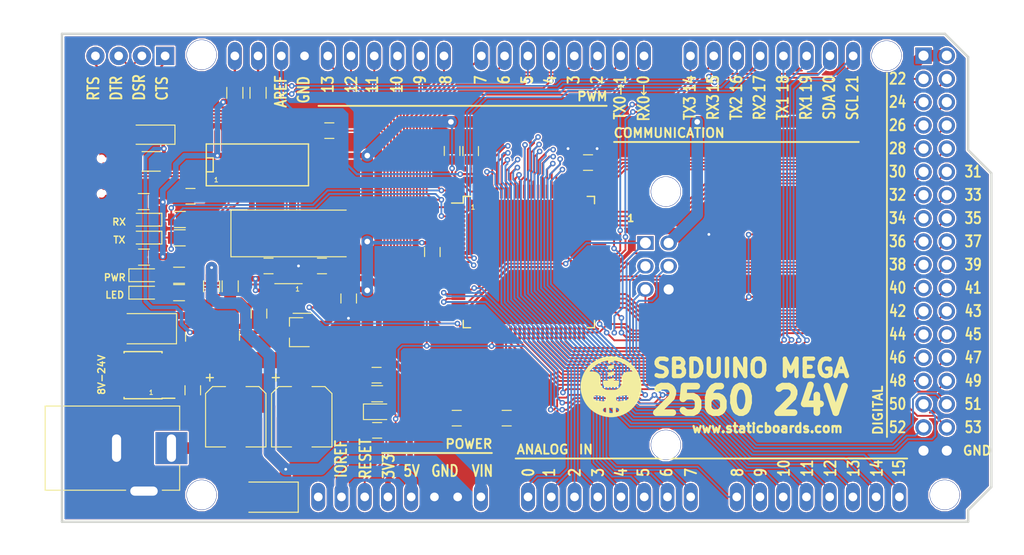
<source format=kicad_pcb>
(kicad_pcb (version 20171130) (host pcbnew "(5.0.1-dev-9-gd63c1a211)")
  (layers (0 F.Cu signal) (31 B.Cu signal) (34 B.Paste user) (35 F.Paste user hide) (36 B.SilkS user hide) (37 F.SilkS user) (38 B.Mask user hide) (39 F.Mask user hide) (44 Edge.Cuts user))
  (net 0 "")
  (net 1 VIN)
  (net 2 GND)
  (net 3 +5V)
  (net 4 /AREF)
  (net 5 /RESET)
  (net 6 "Net-(C8-Pad1)")
  (net 7 /CMP)
  (net 8 "Net-(C11-Pad1)")
  (net 9 "Net-(C13-Pad1)")
  (net 10 /USBVCC)
  (net 11 "Net-(C16-Pad1)")
  (net 12 /DTR)
  (net 13 "Net-(D1-Pad1)")
  (net 14 "Net-(D3-Pad2)")
  (net 15 "Net-(D4-Pad2)")
  (net 16 "Net-(D5-Pad2)")
  (net 17 /PE0)
  (net 18 "Net-(D6-Pad2)")
  (net 19 /PE1)
  (net 20 "Net-(F1-Pad1)")
  (net 21 /PG5)
  (net 22 "Net-(IC1-Pad4)")
  (net 23 /PE3)
  (net 24 /PE4)
  (net 25 /PE5)
  (net 26 "Net-(IC1-Pad8)")
  (net 27 "Net-(IC1-Pad9)")
  (net 28 /RXD2)
  (net 29 /TXD2)
  (net 30 "Net-(IC1-Pad14)")
  (net 31 /PH3)
  (net 32 /PH4)
  (net 33 /PH5)
  (net 34 /PH6)
  (net 35 /PB0)
  (net 36 /PB1)
  (net 37 /PB2)
  (net 38 /PB3)
  (net 39 /PB4)
  (net 40 /PB5)
  (net 41 /PB6)
  (net 42 /PB7)
  (net 43 "Net-(IC1-Pad27)")
  (net 44 "Net-(IC1-Pad28)")
  (net 45 "Net-(IC1-Pad29)")
  (net 46 /PL0)
  (net 47 /PL1)
  (net 48 /PL2)
  (net 49 /PL3)
  (net 50 /PL4)
  (net 51 /PL5)
  (net 52 /PL6)
  (net 53 /PL7)
  (net 54 /SCL)
  (net 55 /SDA)
  (net 56 /RXD1)
  (net 57 /TXD1)
  (net 58 "Net-(IC1-Pad47)")
  (net 59 "Net-(IC1-Pad48)")
  (net 60 "Net-(IC1-Pad49)")
  (net 61 /PD7)
  (net 62 /PG0)
  (net 63 /PG1)
  (net 64 /PC0)
  (net 65 /PC1)
  (net 66 /PC2)
  (net 67 /PC3)
  (net 68 /PC4)
  (net 69 /PC5)
  (net 70 /PC6)
  (net 71 /PC7)
  (net 72 /RXD3)
  (net 73 /TXD3)
  (net 74 "Net-(IC1-Pad65)")
  (net 75 "Net-(IC1-Pad66)")
  (net 76 "Net-(IC1-Pad67)")
  (net 77 "Net-(IC1-Pad68)")
  (net 78 "Net-(IC1-Pad69)")
  (net 79 /PG2)
  (net 80 /PA7)
  (net 81 /PA6)
  (net 82 /PA5)
  (net 83 /PA4)
  (net 84 /PA3)
  (net 85 /PA2)
  (net 86 /PA1)
  (net 87 /PA0)
  (net 88 "Net-(IC1-Pad79)")
  (net 89 /ADC15)
  (net 90 /ADC14)
  (net 91 /ADC13)
  (net 92 /ADC12)
  (net 93 /ADC11)
  (net 94 /ADC10)
  (net 95 /ADC9)
  (net 96 /ADC8)
  (net 97 /ADC7)
  (net 98 /ADC6)
  (net 99 /ADC5)
  (net 100 /ADC4)
  (net 101 /ADC3)
  (net 102 /ADC2)
  (net 103 /ADC1)
  (net 104 /ADC0)
  (net 105 "Net-(J3-Pad1)")
  (net 106 +3V3)
  (net 107 /D-)
  (net 108 /D+)
  (net 109 "Net-(P1-Pad4)")
  (net 110 "Net-(Q1-Pad1)")
  (net 111 "Net-(R8-Pad2)")
  (net 112 "Net-(R3-Pad2)")
  (net 113 "Net-(R9-Pad2)")
  (net 114 /CTS)
  (net 115 /DSR)
  (net 116 "Net-(U4-Pad11)")
  (net 117 "Net-(U4-Pad12)")
  (net 118 /RTS)
  (net 119 "Net-(U4-Pad15)")
  (net 120 "Net-(D7-Pad2)")
  (module Fiducial:Fiducial_1mm_Dia_2.54mm_Outer_CopperTop (layer F.Cu) (at 166.2272 102.4332)
    (fp_text reference REF**)
    (fp_text value Fiducial_1mm_Dia_2.54mm_Outer_CopperTop)
    (pad ~ smd circle (at 0 0) (size 1 1) (layers F.Cu F.Mask) (clearance 0.77))
  )
  (module Library:SW_SPST_EVPBF (layer F.Cu) (at 174.3456 125.349 90)
    (fp_text reference SW1)
    (fp_text value SW_SPST_EVPBF)
    (pad 2 smd rect (at 3.4 -2 90) (size 3.2 1) (layers F.Cu F.Paste F.Mask) (net 2 GND))
    (pad 1 smd rect (at -3.4 -2 90) (size 3.2 1) (layers F.Cu F.Paste F.Mask) (net 2 GND))
    (pad 3 smd rect (at -3.4 2 90) (size 3.2 1) (layers F.Cu F.Paste F.Mask) (net 5 /RESET))
    (pad 4 smd rect (at 3.4 2 90) (size 3.2 1) (layers F.Cu F.Paste F.Mask) (net 5 /RESET))
  )
  (module Connectors_Samtec:SL-104-X-XX_1x04 (layer F.Cu) (at 111.3028 102.4382 270)
    (fp_text reference J10)
    (fp_text value CONN_01X04)
    (pad 4 thru_hole circle (at 0 7.62 270) (size 2 2) (drill 0.95) (layers *.Cu *.Mask) (net 118 /RTS))
    (pad 3 thru_hole circle (at 0 5.08 270) (size 2 2) (drill 0.95) (layers *.Cu *.Mask) (net 12 /DTR))
    (pad 2 thru_hole circle (at 0 2.54 270) (size 2 2) (drill 0.95) (layers *.Cu *.Mask) (net 115 /DSR))
    (pad 1 thru_hole rect (at 0 0 270) (size 2 2) (drill 0.95) (layers *.Cu *.Mask) (net 114 /CTS))
  )
  (module Crystals:Crystal_SMD_HC49-SD (layer F.Cu) (at 146.2278 138.3538)
    (fp_text reference Y1)
    (fp_text value 16MHz)
    (pad 1 smd rect (at -4.25 0) (size 4.5 2) (layers F.Cu F.Paste F.Mask) (net 6 "Net-(C8-Pad1)"))
    (pad 2 smd rect (at 4.25 0) (size 4.5 2) (layers F.Cu F.Paste F.Mask) (net 9 "Net-(C13-Pad1)"))
  )
  (module Library:SDL-106-X-XX_2x03 (layer F.Cu) (at 163.8046 122.8852)
    (fp_text reference J4)
    (fp_text value CONN_02X03)
    (pad 1 thru_hole rect (at 0 0) (size 1.8 1.5) (drill 1.2) (layers *.Cu *.Mask) (net 38 /PB3))
    (pad 3 thru_hole oval (at 0 2.54) (size 1.8 1.6) (drill 1.1) (layers *.Cu *.Mask) (net 36 /PB1))
    (pad 5 thru_hole oval (at 0 5.08) (size 1.8 1.6) (drill 1.1) (layers *.Cu *.Mask) (net 5 /RESET))
    (pad 2 thru_hole oval (at 2.54 0) (size 1.8 1.6) (drill 1.1) (layers *.Cu *.Mask) (net 3 +5V))
    (pad 4 thru_hole oval (at 2.54 2.54) (size 1.8 1.6) (drill 1.1) (layers *.Cu *.Mask) (net 37 /PB2))
    (pad 6 thru_hole oval (at 2.54 5.08) (size 1.8 1.6) (drill 1.1) (layers *.Cu *.Mask) (net 2 GND))
  )
  (module Library:SL-110-X-XX_1x10 (layer F.Cu) (at 118.9228 102.4382 90)
    (fp_text reference J6)
    (fp_text value CONN_01X10)
    (pad 1 thru_hole oval (at 0 0 90) (size 3.048 1.524) (drill 0.95) (layers *.Cu *.Mask) (net 54 /SCL))
    (pad 2 thru_hole oval (at 0 2.54 90) (size 3.048 1.524) (drill 0.95) (layers *.Cu *.Mask) (net 55 /SDA))
    (pad 3 thru_hole oval (at 0 5.08 90) (size 3.048 1.524) (drill 0.95) (layers *.Cu *.Mask) (net 4 /AREF))
    (pad 4 thru_hole oval (at 0 7.62 90) (size 3.048 1.524) (drill 0.95) (layers *.Cu *.Mask) (net 2 GND))
    (pad 5 thru_hole oval (at 0 10.16 90) (size 3.048 1.524) (drill 0.95) (layers *.Cu *.Mask) (net 42 /PB7))
    (pad 6 thru_hole oval (at 0 12.7 90) (size 3.048 1.524) (drill 0.95) (layers *.Cu *.Mask) (net 41 /PB6))
    (pad 7 thru_hole oval (at 0 15.24 90) (size 3.048 1.524) (drill 0.95) (layers *.Cu *.Mask) (net 40 /PB5))
    (pad 8 thru_hole oval (at 0 17.78 90) (size 3.048 1.524) (drill 0.95) (layers *.Cu *.Mask) (net 39 /PB4))
    (pad 9 thru_hole oval (at 0 20.32 90) (size 3.048 1.524) (drill 0.95) (layers *.Cu *.Mask) (net 34 /PH6))
    (pad 10 thru_hole oval (at 0 22.86 90) (size 3.048 1.524) (drill 0.95) (layers *.Cu *.Mask) (net 33 /PH5))
  )
  (module Library:SL-110-X-XX_1x8 (layer F.Cu) (at 163.6522 102.4382 270)
    (fp_text reference J8)
    (fp_text value CONN_1x8)
    (pad 1 thru_hole oval (at 0 0 270) (size 3.048 1.524) (drill 0.95) (layers *.Cu *.Mask) (net 17 /PE0))
    (pad 2 thru_hole oval (at 0 2.54 270) (size 3.048 1.524) (drill 0.95) (layers *.Cu *.Mask) (net 19 /PE1))
    (pad 3 thru_hole oval (at 0 5.08 270) (size 3.048 1.524) (drill 0.95) (layers *.Cu *.Mask) (net 24 /PE4))
    (pad 4 thru_hole oval (at 0 7.62 270) (size 3.048 1.524) (drill 0.95) (layers *.Cu *.Mask) (net 25 /PE5))
    (pad 5 thru_hole oval (at 0 10.16 270) (size 3.048 1.524) (drill 0.95) (layers *.Cu *.Mask) (net 21 /PG5))
    (pad 6 thru_hole oval (at 0 12.7 270) (size 3.048 1.524) (drill 0.95) (layers *.Cu *.Mask) (net 23 /PE3))
    (pad 7 thru_hole oval (at 0 15.24 270) (size 3.048 1.524) (drill 0.95) (layers *.Cu *.Mask) (net 31 /PH3))
    (pad 8 thru_hole oval (at 0 17.78 270) (size 3.048 1.524) (drill 0.95) (layers *.Cu *.Mask) (net 32 /PH4))
  )
  (module Library:SL-110-X-XX_1x8 (layer F.Cu) (at 186.5122 102.4382 270)
    (fp_text reference J7)
    (fp_text value CONN_1x8)
    (pad 1 thru_hole oval (at 0 0 270) (size 3.048 1.524) (drill 0.95) (layers *.Cu *.Mask) (net 54 /SCL))
    (pad 2 thru_hole oval (at 0 2.54 270) (size 3.048 1.524) (drill 0.95) (layers *.Cu *.Mask) (net 55 /SDA))
    (pad 3 thru_hole oval (at 0 5.08 270) (size 3.048 1.524) (drill 0.95) (layers *.Cu *.Mask) (net 56 /RXD1))
    (pad 4 thru_hole oval (at 0 7.62 270) (size 3.048 1.524) (drill 0.95) (layers *.Cu *.Mask) (net 57 /TXD1))
    (pad 5 thru_hole oval (at 0 10.16 270) (size 3.048 1.524) (drill 0.95) (layers *.Cu *.Mask) (net 28 /RXD2))
    (pad 6 thru_hole oval (at 0 12.7 270) (size 3.048 1.524) (drill 0.95) (layers *.Cu *.Mask) (net 29 /TXD2))
    (pad 7 thru_hole oval (at 0 15.24 270) (size 3.048 1.524) (drill 0.95) (layers *.Cu *.Mask) (net 72 /RXD3))
    (pad 8 thru_hole oval (at 0 17.78 270) (size 3.048 1.524) (drill 0.95) (layers *.Cu *.Mask) (net 73 /TXD3))
  )
  (module Library:SDL-136-X-XX_2x18 (layer F.Cu) (at 194.2084 102.4128)
    (fp_text reference J2)
    (fp_text value CONN_02X18)
    (pad 1 thru_hole rect (at 0 0) (size 1.8 1.8) (drill 1.1) (layers *.Cu *.Mask) (net 3 +5V))
    (pad 3 thru_hole circle (at 0 2.54) (size 1.8 1.8) (drill 1.12) (layers *.Cu *.Mask) (net 87 /PA0))
    (pad 5 thru_hole circle (at 0 5.08) (size 1.8 1.8) (drill 1.1) (layers *.Cu *.Mask) (net 85 /PA2))
    (pad 7 thru_hole circle (at 0 7.62) (size 1.8 1.8) (drill 1.1) (layers *.Cu *.Mask) (net 83 /PA4))
    (pad 9 thru_hole circle (at 0 10.16) (size 1.8 1.8) (drill 1.1) (layers *.Cu *.Mask) (net 81 /PA6))
    (pad 11 thru_hole circle (at 0 12.7) (size 1.8 1.8) (drill 1.1) (layers *.Cu *.Mask) (net 71 /PC7))
    (pad 13 thru_hole circle (at 0 15.24) (size 1.8 1.8) (drill 1.1) (layers *.Cu *.Mask) (net 69 /PC5))
    (pad 15 thru_hole circle (at 0 17.78) (size 1.8 1.8) (drill 1.1) (layers *.Cu *.Mask) (net 67 /PC3))
    (pad 17 thru_hole circle (at 0 20.32) (size 1.8 1.8) (drill 1.1) (layers *.Cu *.Mask) (net 65 /PC1))
    (pad 19 thru_hole circle (at 0 22.86) (size 1.8 1.8) (drill 1.1) (layers *.Cu *.Mask) (net 61 /PD7))
    (pad 21 thru_hole circle (at 0 25.4) (size 1.8 1.8) (drill 1.1) (layers *.Cu *.Mask) (net 63 /PG1))
    (pad 23 thru_hole circle (at 0 27.94) (size 1.8 1.8) (drill 1.1) (layers *.Cu *.Mask) (net 53 /PL7))
    (pad 25 thru_hole circle (at 0 30.48) (size 1.8 1.8) (drill 1.1) (layers *.Cu *.Mask) (net 51 /PL5))
    (pad 27 thru_hole circle (at 0 33.02) (size 1.8 1.8) (drill 1.1) (layers *.Cu *.Mask) (net 49 /PL3))
    (pad 29 thru_hole circle (at 0 35.56) (size 1.8 1.8) (drill 1.1) (layers *.Cu *.Mask) (net 47 /PL1))
    (pad 31 thru_hole circle (at 0 38.1) (size 1.8 1.8) (drill 1.1) (layers *.Cu *.Mask) (net 38 /PB3))
    (pad 33 thru_hole circle (at 0 40.64) (size 1.8 1.8) (drill 1.1) (layers *.Cu *.Mask) (net 36 /PB1))
    (pad 35 thru_hole circle (at 0 43.18) (size 1.8 1.8) (drill 1.1) (layers *.Cu *.Mask) (net 2 GND))
    (pad 2 thru_hole circle (at 2.54 0) (size 1.8 1.8) (drill 1.1) (layers *.Cu *.Mask) (net 3 +5V))
    (pad 4 thru_hole circle (at 2.54 2.54) (size 1.8 1.8) (drill 1.1) (layers *.Cu *.Mask) (net 86 /PA1))
    (pad 6 thru_hole circle (at 2.54 5.08) (size 1.8 1.8) (drill 1.1) (layers *.Cu *.Mask) (net 84 /PA3))
    (pad 8 thru_hole circle (at 2.54 7.62) (size 1.8 1.8) (drill 1.1) (layers *.Cu *.Mask) (net 82 /PA5))
    (pad 10 thru_hole circle (at 2.54 10.16) (size 1.8 1.8) (drill 1.1) (layers *.Cu *.Mask) (net 80 /PA7))
    (pad 12 thru_hole circle (at 2.54 12.7) (size 1.8 1.8) (drill 1.1) (layers *.Cu *.Mask) (net 70 /PC6))
    (pad 14 thru_hole circle (at 2.54 15.24) (size 1.8 1.8) (drill 1.1) (layers *.Cu *.Mask) (net 68 /PC4))
    (pad 16 thru_hole circle (at 2.54 17.78) (size 1.8 1.8) (drill 1.1) (layers *.Cu *.Mask) (net 66 /PC2))
    (pad 18 thru_hole circle (at 2.54 20.32) (size 1.8 1.8) (drill 1.1) (layers *.Cu *.Mask) (net 64 /PC0))
    (pad 20 thru_hole circle (at 2.54 22.86) (size 1.8 1.8) (drill 1.1) (layers *.Cu *.Mask) (net 79 /PG2))
    (pad 22 thru_hole circle (at 2.54 25.4) (size 1.8 1.8) (drill 1.1) (layers *.Cu *.Mask) (net 62 /PG0))
    (pad 24 thru_hole circle (at 2.54 27.94) (size 1.8 1.8) (drill 1.1) (layers *.Cu *.Mask) (net 52 /PL6))
    (pad 26 thru_hole circle (at 2.54 30.48) (size 1.8 1.8) (drill 1.1) (layers *.Cu *.Mask) (net 50 /PL4))
    (pad 28 thru_hole circle (at 2.54 33.02) (size 1.8 1.8) (drill 1.1) (layers *.Cu *.Mask) (net 48 /PL2))
    (pad 30 thru_hole circle (at 2.54 35.56) (size 1.8 1.8) (drill 1.1) (layers *.Cu *.Mask) (net 46 /PL0))
    (pad 32 thru_hole circle (at 2.54 38.1) (size 1.8 1.8) (drill 1.1) (layers *.Cu *.Mask) (net 37 /PB2))
    (pad 34 thru_hole circle (at 2.54 40.64) (size 1.8 1.8) (drill 1.1) (layers *.Cu *.Mask) (net 35 /PB0))
    (pad 36 thru_hole circle (at 2.54 43.18) (size 1.8 1.8) (drill 1.1) (layers *.Cu *.Mask) (net 2 GND))
  )
  (module Library:SL-110-X-XX_1x8 (layer F.Cu) (at 173.7868 150.6474 90)
    (fp_text reference J5)
    (fp_text value CONN_1x8)
    (pad 1 thru_hole oval (at 0 0 90) (size 3.048 1.524) (drill 0.95) (layers *.Cu *.Mask) (net 96 /ADC8))
    (pad 2 thru_hole oval (at 0 2.54 90) (size 3.048 1.524) (drill 0.95) (layers *.Cu *.Mask) (net 95 /ADC9))
    (pad 3 thru_hole oval (at 0 5.08 90) (size 3.048 1.524) (drill 0.95) (layers *.Cu *.Mask) (net 94 /ADC10))
    (pad 4 thru_hole oval (at 0 7.62 90) (size 3.048 1.524) (drill 0.95) (layers *.Cu *.Mask) (net 93 /ADC11))
    (pad 5 thru_hole oval (at 0 10.16 90) (size 3.048 1.524) (drill 0.95) (layers *.Cu *.Mask) (net 92 /ADC12))
    (pad 6 thru_hole oval (at 0 12.7 90) (size 3.048 1.524) (drill 0.95) (layers *.Cu *.Mask) (net 91 /ADC13))
    (pad 7 thru_hole oval (at 0 15.24 90) (size 3.048 1.524) (drill 0.95) (layers *.Cu *.Mask) (net 90 /ADC14))
    (pad 8 thru_hole oval (at 0 17.78 90) (size 3.048 1.524) (drill 0.95) (layers *.Cu *.Mask) (net 89 /ADC15))
  )
  (module Library:SL-110-X-XX_1x8 (layer F.Cu) (at 150.9776 150.6474 90)
    (fp_text reference J9)
    (fp_text value CONN_1x8)
    (pad 1 thru_hole oval (at 0 0 90) (size 3.048 1.524) (drill 0.95) (layers *.Cu *.Mask) (net 104 /ADC0))
    (pad 2 thru_hole oval (at 0 2.54 90) (size 3.048 1.524) (drill 0.95) (layers *.Cu *.Mask) (net 103 /ADC1))
    (pad 3 thru_hole oval (at 0 5.08 90) (size 3.048 1.524) (drill 0.95) (layers *.Cu *.Mask) (net 102 /ADC2))
    (pad 4 thru_hole oval (at 0 7.62 90) (size 3.048 1.524) (drill 0.95) (layers *.Cu *.Mask) (net 101 /ADC3))
    (pad 5 thru_hole oval (at 0 10.16 90) (size 3.048 1.524) (drill 0.95) (layers *.Cu *.Mask) (net 100 /ADC4))
    (pad 6 thru_hole oval (at 0 12.7 90) (size 3.048 1.524) (drill 0.95) (layers *.Cu *.Mask) (net 99 /ADC5))
    (pad 7 thru_hole oval (at 0 15.24 90) (size 3.048 1.524) (drill 0.95) (layers *.Cu *.Mask) (net 98 /ADC6))
    (pad 8 thru_hole oval (at 0 17.78 90) (size 3.048 1.524) (drill 0.95) (layers *.Cu *.Mask) (net 97 /ADC7))
  )
  (module Library:SL-110-X-XX_1x8 (layer F.Cu) (at 128.0414 150.6474 90)
    (fp_text reference J3)
    (fp_text value CONN_1x8)
    (pad 1 thru_hole oval (at 0 0 90) (size 3.048 1.524) (drill 0.95) (layers *.Cu *.Mask) (net 105 "Net-(J3-Pad1)"))
    (pad 2 thru_hole oval (at 0 2.54 90) (size 3.048 1.524) (drill 0.95) (layers *.Cu *.Mask) (net 3 +5V))
    (pad 3 thru_hole oval (at 0 5.08 90) (size 3.048 1.524) (drill 0.95) (layers *.Cu *.Mask) (net 5 /RESET))
    (pad 4 thru_hole oval (at 0 7.62 90) (size 3.048 1.524) (drill 0.95) (layers *.Cu *.Mask) (net 106 +3V3))
    (pad 5 thru_hole oval (at 0 10.16 90) (size 3.048 1.524) (drill 0.95) (layers *.Cu *.Mask) (net 3 +5V))
    (pad 6 thru_hole oval (at 0 12.7 90) (size 3.048 1.524) (drill 0.95) (layers *.Cu *.Mask) (net 2 GND))
    (pad 7 thru_hole oval (at 0 15.24 90) (size 3.048 1.524) (drill 0.95) (layers *.Cu *.Mask) (net 2 GND))
    (pad 8 thru_hole oval (at 0 17.78 90) (size 3.048 1.524) (drill 0.95) (layers *.Cu *.Mask) (net 1 VIN))
  )
  (module Diodes_SMD:D_SMA (layer F.Cu) (at 122.4534 150.6728 180)
    (fp_text reference D7)
    (fp_text value B260A)
    (pad 2 smd rect (at 2 0 180) (size 2.5 1.8) (layers F.Cu F.Paste F.Mask) (net 120 "Net-(D7-Pad2)"))
    (pad 1 smd rect (at -2 0 180) (size 2.5 1.8) (layers F.Cu F.Paste F.Mask) (net 1 VIN))
  )
  (module Capacitors_SMD:CP_Elec_6.3x7.7 (layer F.Cu) (at 119.0244 141.8844 270)
    (fp_text reference C1)
    (fp_text value 100uF/35V)
    (fp_text user + (at -4.28 2.91 270) (layer F.SilkS))
    (pad 1 smd rect (at -2.7 0 90) (size 3.5 1.6) (layers F.Cu F.Paste F.Mask) (net 1 VIN))
    (pad 2 smd rect (at 2.7 0 90) (size 3.5 1.6) (layers F.Cu F.Paste F.Mask) (net 2 GND))
  )
  (module Capacitors_SMD:C_0805 (layer F.Cu) (at 142.6718 112.8268 90)
    (fp_text reference C2)
    (fp_text value 100nF)
    (pad 1 smd rect (at -1 0 90) (size 1 1.25) (layers F.Cu F.Paste F.Mask) (net 3 +5V))
    (pad 2 smd rect (at 1 0 90) (size 1 1.25) (layers F.Cu F.Paste F.Mask) (net 2 GND))
  )
  (module Capacitors_SMD:C_0805 (layer F.Cu) (at 114.3254 138.9888 270)
    (fp_text reference C3)
    (fp_text value 100n/50V)
    (pad 1 smd rect (at -1 0 270) (size 1 1.25) (layers F.Cu F.Paste F.Mask) (net 1 VIN))
    (pad 2 smd rect (at 1 0 270) (size 1 1.25) (layers F.Cu F.Paste F.Mask) (net 2 GND))
  )
  (module Capacitors_SMD:C_0805 (layer F.Cu) (at 144.7038 112.8428 90)
    (fp_text reference C4)
    (fp_text value 100nF)
    (pad 1 smd rect (at -1 0 90) (size 1 1.25) (layers F.Cu F.Paste F.Mask) (net 4 /AREF))
    (pad 2 smd rect (at 1 0 90) (size 1 1.25) (layers F.Cu F.Paste F.Mask) (net 2 GND))
  )
  (module Capacitors_SMD:C_0805 (layer F.Cu) (at 134.4803 143.3703 180)
    (fp_text reference C5)
    (fp_text value 22pF)
    (pad 1 smd rect (at -1 0 180) (size 1 1.25) (layers F.Cu F.Paste F.Mask) (net 5 /RESET))
    (pad 2 smd rect (at 1 0 180) (size 1 1.25) (layers F.Cu F.Paste F.Mask) (net 2 GND))
  )
  (module Capacitors_SMD:C_0805 (layer F.Cu) (at 140.5128 123.8758 270)
    (fp_text reference C6)
    (fp_text value 100nF)
    (pad 1 smd rect (at -1 0 270) (size 1 1.25) (layers F.Cu F.Paste F.Mask) (net 3 +5V))
    (pad 2 smd rect (at 1 0 270) (size 1 1.25) (layers F.Cu F.Paste F.Mask) (net 2 GND))
  )
  (module Capacitors_SMD:C_0805 (layer F.Cu) (at 157.5308 114.0968)
    (fp_text reference C7)
    (fp_text value 100nF)
    (pad 1 smd rect (at -1 0) (size 1 1.25) (layers F.Cu F.Paste F.Mask) (net 3 +5V))
    (pad 2 smd rect (at 1 0) (size 1 1.25) (layers F.Cu F.Paste F.Mask) (net 2 GND))
  )
  (module Capacitors_SMD:C_0805 (layer F.Cu) (at 143.1798 142.0368)
    (fp_text reference C8)
    (fp_text value 22pF)
    (pad 1 smd rect (at -1 0) (size 1 1.25) (layers F.Cu F.Paste F.Mask) (net 6 "Net-(C8-Pad1)"))
    (pad 2 smd rect (at 1 0) (size 1 1.25) (layers F.Cu F.Paste F.Mask) (net 2 GND))
  )
  (module Capacitors_SMD:CP_Elec_6.3x7.7 (layer F.Cu) (at 126.238 141.8844 270)
    (fp_text reference C9)
    (fp_text value 100uF/35V)
    (fp_text user + (at -4.28 2.91 270) (layer F.SilkS))
    (pad 1 smd rect (at -2.7 0 90) (size 3.5 1.6) (layers F.Cu F.Paste F.Mask) (net 3 +5V))
    (pad 2 smd rect (at 2.7 0 90) (size 3.5 1.6) (layers F.Cu F.Paste F.Mask) (net 2 GND))
  )
  (module Capacitors_SMD:C_0805 (layer F.Cu) (at 121.5644 130.6068 270)
    (fp_text reference C10)
    (fp_text value 100nF)
    (pad 1 smd rect (at -1 0 270) (size 1 1.25) (layers F.Cu F.Paste F.Mask) (net 7 /CMP))
    (pad 2 smd rect (at 1 0 270) (size 1 1.25) (layers F.Cu F.Paste F.Mask) (net 2 GND))
  )
  (module Capacitors_SMD:C_0805 (layer F.Cu) (at 122.6058 125.3998)
    (fp_text reference C11)
    (fp_text value 22pF)
    (pad 1 smd rect (at -1 0) (size 1 1.25) (layers F.Cu F.Paste F.Mask) (net 8 "Net-(C11-Pad1)"))
    (pad 2 smd rect (at 1 0) (size 1 1.25) (layers F.Cu F.Paste F.Mask) (net 2 GND))
  )
  (module Capacitors_SMD:C_0805 (layer F.Cu) (at 131.3688 128.9558 90)
    (fp_text reference C12)
    (fp_text value 100nF)
    (pad 1 smd rect (at -1 0 90) (size 1 1.25) (layers F.Cu F.Paste F.Mask) (net 2 GND))
    (pad 2 smd rect (at 1 0 90) (size 1 1.25) (layers F.Cu F.Paste F.Mask) (net 3 +5V))
  )
  (module Capacitors_SMD:C_0805 (layer F.Cu) (at 148.6408 142.0368 180)
    (fp_text reference C13)
    (fp_text value 22pF)
    (pad 1 smd rect (at -1 0 180) (size 1 1.25) (layers F.Cu F.Paste F.Mask) (net 9 "Net-(C13-Pad1)"))
    (pad 2 smd rect (at 1 0 180) (size 1 1.25) (layers F.Cu F.Paste F.Mask) (net 2 GND))
  )
  (module Capacitors_Tantalum_SMD:CP_Tantalum_Case-A_EIA-3216-18_Reflow (layer F.Cu) (at 109.728 111.0488 180)
    (fp_text reference C14)
    (fp_text value 10uF/16V)
    (pad 1 smd rect (at -1.375 0 180) (size 1.95 1.5) (layers F.Cu F.Paste F.Mask) (net 10 /USBVCC))
    (pad 2 smd rect (at 1.375 0 180) (size 1.95 1.5) (layers F.Cu F.Paste F.Mask) (net 2 GND))
  )
  (module Capacitors_SMD:C_0805 (layer F.Cu) (at 114.0714 117.7798 180)
    (fp_text reference C15)
    (fp_text value 100nF)
    (pad 1 smd rect (at -1 0 180) (size 1 1.25) (layers F.Cu F.Paste F.Mask) (net 106 +3V3))
    (pad 2 smd rect (at 1 0 180) (size 1 1.25) (layers F.Cu F.Paste F.Mask) (net 2 GND))
  )
  (module Capacitors_SMD:C_0805 (layer F.Cu) (at 128.4478 125.3998 180)
    (fp_text reference C16)
    (fp_text value 22pF)
    (pad 1 smd rect (at -1 0 180) (size 1 1.25) (layers F.Cu F.Paste F.Mask) (net 11 "Net-(C16-Pad1)"))
    (pad 2 smd rect (at 1 0 180) (size 1 1.25) (layers F.Cu F.Paste F.Mask) (net 2 GND))
  )
  (module Capacitors_SMD:C_0805 (layer F.Cu) (at 129.25044 110.60684 180)
    (fp_text reference C17)
    (fp_text value 100nF)
    (pad 1 smd rect (at -1 0 180) (size 1 1.25) (layers F.Cu F.Paste F.Mask) (net 5 /RESET))
    (pad 2 smd rect (at 1 0 180) (size 1 1.25) (layers F.Cu F.Paste F.Mask) (net 12 /DTR))
  )
  (module Capacitors_SMD:C_0805 (layer F.Cu) (at 134.4168 137.3378)
    (fp_text reference C18)
    (fp_text value 100n/50V)
    (pad 1 smd rect (at -1 0) (size 1 1.25) (layers F.Cu F.Paste F.Mask) (net 3 +5V))
    (pad 2 smd rect (at 1 0) (size 1 1.25) (layers F.Cu F.Paste F.Mask) (net 2 GND))
  )
  (module Diodes_SMD:D_SMA (layer F.Cu) (at 109.1438 132.2578 180)
    (fp_text reference D1)
    (fp_text value B260A)
    (pad 1 smd rect (at -2 0 180) (size 2.5 1.8) (layers F.Cu F.Paste F.Mask) (net 13 "Net-(D1-Pad1)"))
    (pad 2 smd rect (at 2 0 180) (size 2.5 1.8) (layers F.Cu F.Paste F.Mask) (net 2 GND))
  )
  (module Diodes_SMD:D_SOD-323 (layer F.Cu) (at 134.4803 141.3383)
    (fp_text reference D2)
    (fp_text value 1N4148)
    (pad 2 smd rect (at 1.05 0) (size 0.75 0.75) (layers F.Cu F.Paste F.Mask) (net 5 /RESET))
    (pad 1 smd rect (at -1.05 0) (size 0.75 0.75) (layers F.Cu F.Paste F.Mask) (net 3 +5V))
  )
  (module LEDs:LED_0805 (layer F.Cu) (at 109.1438 126.4158)
    (fp_text reference D3)
    (fp_text value PWR (at -3.35 0.25) (layer F.SilkS) (effects (font (size 0.75 0.75))))
    (pad 2 smd rect (at 1.1 0 180) (size 1.2 1.2) (layers F.Cu F.Paste F.Mask) (net 14 "Net-(D3-Pad2)"))
    (pad 1 smd rect (at -1.1 0 180) (size 1.2 1.2) (layers F.Cu F.Paste F.Mask) (net 2 GND))
  )
  (module LEDs:LED_0805 (layer F.Cu) (at 109.1438 128.3208)
    (fp_text reference D4)
    (fp_text value LED (at -3.35 0.25) (layer F.SilkS) (effects (font (size 0.75 0.75))))
    (pad 2 smd rect (at 1.1 0 180) (size 1.2 1.2) (layers F.Cu F.Paste F.Mask) (net 15 "Net-(D4-Pad2)"))
    (pad 1 smd rect (at -1.1 0 180) (size 1.2 1.2) (layers F.Cu F.Paste F.Mask) (net 2 GND))
  )
  (module LEDs:LED_0805 (layer F.Cu) (at 109.1438 122.301 180)
    (fp_text reference D5)
    (fp_text value TX (at 2.85 -0.25 180) (layer F.SilkS) (effects (font (size 0.75 0.75))))
    (pad 2 smd rect (at 1.1 0) (size 1.2 1.2) (layers F.Cu F.Paste F.Mask) (net 16 "Net-(D5-Pad2)"))
    (pad 1 smd rect (at -1.1 0) (size 1.2 1.2) (layers F.Cu F.Paste F.Mask) (net 19 /PE1))
  )
  (module LEDs:LED_0805 (layer F.Cu) (at 109.1438 120.3452 180)
    (fp_text reference D6)
    (fp_text value RX (at 2.8778 -0.2476 180) (layer F.SilkS) (effects (font (size 0.75 0.75))))
    (pad 2 smd rect (at 1.1 0) (size 1.2 1.2) (layers F.Cu F.Paste F.Mask) (net 18 "Net-(D6-Pad2)"))
    (pad 1 smd rect (at -1.1 0) (size 1.2 1.2) (layers F.Cu F.Paste F.Mask) (net 17 /PE0))
  )
  (module Resistors_SMD:R_1206 (layer F.Cu) (at 109.7788 113.9698)
    (fp_text reference F1)
    (fp_text value "Fuse PPTC 6V 0.5A")
    (pad 1 smd rect (at -1.45 0) (size 0.9 1.7) (layers F.Cu F.Paste F.Mask) (net 20 "Net-(F1-Pad1)"))
    (pad 2 smd rect (at 1.45 0) (size 0.9 1.7) (layers F.Cu F.Paste F.Mask) (net 10 /USBVCC))
  )
  (module Housings_QFP:TQFP-100_14x14mm_Pitch0.5mm (layer F.Cu) (at 151.066 124.9718)
    (fp_text reference IC1)
    (fp_text value ATMEGA2560-16AU)
    (pad 1 smd rect (at -7.7 -6) (size 1.5 0.3) (layers F.Cu F.Paste F.Mask) (net 21 /PG5))
    (pad 2 smd rect (at -7.7 -5.5) (size 1.5 0.3) (layers F.Cu F.Paste F.Mask) (net 17 /PE0))
    (pad 3 smd rect (at -7.7 -5) (size 1.5 0.3) (layers F.Cu F.Paste F.Mask) (net 19 /PE1))
    (pad 4 smd rect (at -7.7 -4.5) (size 1.5 0.3) (layers F.Cu F.Paste F.Mask) (net 22 "Net-(IC1-Pad4)"))
    (pad 5 smd rect (at -7.7 -4) (size 1.5 0.3) (layers F.Cu F.Paste F.Mask) (net 23 /PE3))
    (pad 6 smd rect (at -7.7 -3.5) (size 1.5 0.3) (layers F.Cu F.Paste F.Mask) (net 24 /PE4))
    (pad 7 smd rect (at -7.7 -3) (size 1.5 0.3) (layers F.Cu F.Paste F.Mask) (net 25 /PE5))
    (pad 8 smd rect (at -7.7 -2.5) (size 1.5 0.3) (layers F.Cu F.Paste F.Mask) (net 26 "Net-(IC1-Pad8)"))
    (pad 9 smd rect (at -7.7 -2) (size 1.5 0.3) (layers F.Cu F.Paste F.Mask) (net 27 "Net-(IC1-Pad9)"))
    (pad 10 smd rect (at -7.7 -1.5) (size 1.5 0.3) (layers F.Cu F.Paste F.Mask) (net 3 +5V))
    (pad 11 smd rect (at -7.7 -1) (size 1.5 0.3) (layers F.Cu F.Paste F.Mask) (net 2 GND))
    (pad 12 smd rect (at -7.7 -0.5) (size 1.5 0.3) (layers F.Cu F.Paste F.Mask) (net 28 /RXD2))
    (pad 13 smd rect (at -7.7 0) (size 1.5 0.3) (layers F.Cu F.Paste F.Mask) (net 29 /TXD2))
    (pad 14 smd rect (at -7.7 0.5) (size 1.5 0.3) (layers F.Cu F.Paste F.Mask) (net 30 "Net-(IC1-Pad14)"))
    (pad 15 smd rect (at -7.7 1) (size 1.5 0.3) (layers F.Cu F.Paste F.Mask) (net 31 /PH3))
    (pad 16 smd rect (at -7.7 1.5) (size 1.5 0.3) (layers F.Cu F.Paste F.Mask) (net 32 /PH4))
    (pad 17 smd rect (at -7.7 2) (size 1.5 0.3) (layers F.Cu F.Paste F.Mask) (net 33 /PH5))
    (pad 18 smd rect (at -7.7 2.5) (size 1.5 0.3) (layers F.Cu F.Paste F.Mask) (net 34 /PH6))
    (pad 19 smd rect (at -7.7 3) (size 1.5 0.3) (layers F.Cu F.Paste F.Mask) (net 35 /PB0))
    (pad 20 smd rect (at -7.7 3.5) (size 1.5 0.3) (layers F.Cu F.Paste F.Mask) (net 36 /PB1))
    (pad 21 smd rect (at -7.7 4) (size 1.5 0.3) (layers F.Cu F.Paste F.Mask) (net 37 /PB2))
    (pad 22 smd rect (at -7.7 4.5) (size 1.5 0.3) (layers F.Cu F.Paste F.Mask) (net 38 /PB3))
    (pad 23 smd rect (at -7.7 5) (size 1.5 0.3) (layers F.Cu F.Paste F.Mask) (net 39 /PB4))
    (pad 24 smd rect (at -7.7 5.5) (size 1.5 0.3) (layers F.Cu F.Paste F.Mask) (net 40 /PB5))
    (pad 25 smd rect (at -7.7 6) (size 1.5 0.3) (layers F.Cu F.Paste F.Mask) (net 41 /PB6))
    (pad 26 smd rect (at -6 7.7 90) (size 1.5 0.3) (layers F.Cu F.Paste F.Mask) (net 42 /PB7))
    (pad 27 smd rect (at -5.5 7.7 90) (size 1.5 0.3) (layers F.Cu F.Paste F.Mask) (net 43 "Net-(IC1-Pad27)"))
    (pad 28 smd rect (at -5 7.7 90) (size 1.5 0.3) (layers F.Cu F.Paste F.Mask) (net 44 "Net-(IC1-Pad28)"))
    (pad 29 smd rect (at -4.5 7.7 90) (size 1.5 0.3) (layers F.Cu F.Paste F.Mask) (net 45 "Net-(IC1-Pad29)"))
    (pad 30 smd rect (at -4 7.7 90) (size 1.5 0.3) (layers F.Cu F.Paste F.Mask) (net 5 /RESET))
    (pad 31 smd rect (at -3.5 7.7 90) (size 1.5 0.3) (layers F.Cu F.Paste F.Mask) (net 3 +5V))
    (pad 32 smd rect (at -3 7.7 90) (size 1.5 0.3) (layers F.Cu F.Paste F.Mask) (net 2 GND))
    (pad 33 smd rect (at -2.5 7.7 90) (size 1.5 0.3) (layers F.Cu F.Paste F.Mask) (net 6 "Net-(C8-Pad1)"))
    (pad 34 smd rect (at -2 7.7 90) (size 1.5 0.3) (layers F.Cu F.Paste F.Mask) (net 9 "Net-(C13-Pad1)"))
    (pad 35 smd rect (at -1.5 7.7 90) (size 1.5 0.3) (layers F.Cu F.Paste F.Mask) (net 46 /PL0))
    (pad 36 smd rect (at -1 7.7 90) (size 1.5 0.3) (layers F.Cu F.Paste F.Mask) (net 47 /PL1))
    (pad 37 smd rect (at -0.5 7.7 90) (size 1.5 0.3) (layers F.Cu F.Paste F.Mask) (net 48 /PL2))
    (pad 38 smd rect (at 0 7.7 90) (size 1.5 0.3) (layers F.Cu F.Paste F.Mask) (net 49 /PL3))
    (pad 39 smd rect (at 0.5 7.7 90) (size 1.5 0.3) (layers F.Cu F.Paste F.Mask) (net 50 /PL4))
    (pad 40 smd rect (at 1 7.7 90) (size 1.5 0.3) (layers F.Cu F.Paste F.Mask) (net 51 /PL5))
    (pad 41 smd rect (at 1.5 7.7 90) (size 1.5 0.3) (layers F.Cu F.Paste F.Mask) (net 52 /PL6))
    (pad 42 smd rect (at 2 7.7 90) (size 1.5 0.3) (layers F.Cu F.Paste F.Mask) (net 53 /PL7))
    (pad 43 smd rect (at 2.5 7.7 90) (size 1.5 0.3) (layers F.Cu F.Paste F.Mask) (net 54 /SCL))
    (pad 44 smd rect (at 3 7.7 90) (size 1.5 0.3) (layers F.Cu F.Paste F.Mask) (net 55 /SDA))
    (pad 45 smd rect (at 3.5 7.7 90) (size 1.5 0.3) (layers F.Cu F.Paste F.Mask) (net 56 /RXD1))
    (pad 46 smd rect (at 4 7.7 90) (size 1.5 0.3) (layers F.Cu F.Paste F.Mask) (net 57 /TXD1))
    (pad 47 smd rect (at 4.5 7.7 90) (size 1.5 0.3) (layers F.Cu F.Paste F.Mask) (net 58 "Net-(IC1-Pad47)"))
    (pad 48 smd rect (at 5 7.7 90) (size 1.5 0.3) (layers F.Cu F.Paste F.Mask) (net 59 "Net-(IC1-Pad48)"))
    (pad 49 smd rect (at 5.5 7.7 90) (size 1.5 0.3) (layers F.Cu F.Paste F.Mask) (net 60 "Net-(IC1-Pad49)"))
    (pad 50 smd rect (at 6 7.7 90) (size 1.5 0.3) (layers F.Cu F.Paste F.Mask) (net 61 /PD7))
    (pad 51 smd rect (at 7.7 6) (size 1.5 0.3) (layers F.Cu F.Paste F.Mask) (net 62 /PG0))
    (pad 52 smd rect (at 7.7 5.5) (size 1.5 0.3) (layers F.Cu F.Paste F.Mask) (net 63 /PG1))
    (pad 53 smd rect (at 7.7 5) (size 1.5 0.3) (layers F.Cu F.Paste F.Mask) (net 64 /PC0))
    (pad 54 smd rect (at 7.7 4.5) (size 1.5 0.3) (layers F.Cu F.Paste F.Mask) (net 65 /PC1))
    (pad 55 smd rect (at 7.7 4) (size 1.5 0.3) (layers F.Cu F.Paste F.Mask) (net 66 /PC2))
    (pad 56 smd rect (at 7.7 3.5) (size 1.5 0.3) (layers F.Cu F.Paste F.Mask) (net 67 /PC3))
    (pad 57 smd rect (at 7.7 3) (size 1.5 0.3) (layers F.Cu F.Paste F.Mask) (net 68 /PC4))
    (pad 58 smd rect (at 7.7 2.5) (size 1.5 0.3) (layers F.Cu F.Paste F.Mask) (net 69 /PC5))
    (pad 59 smd rect (at 7.7 2) (size 1.5 0.3) (layers F.Cu F.Paste F.Mask) (net 70 /PC6))
    (pad 60 smd rect (at 7.7 1.5) (size 1.5 0.3) (layers F.Cu F.Paste F.Mask) (net 71 /PC7))
    (pad 61 smd rect (at 7.7 1) (size 1.5 0.3) (layers F.Cu F.Paste F.Mask) (net 3 +5V))
    (pad 62 smd rect (at 7.7 0.5) (size 1.5 0.3) (layers F.Cu F.Paste F.Mask) (net 2 GND))
    (pad 63 smd rect (at 7.7 0) (size 1.5 0.3) (layers F.Cu F.Paste F.Mask) (net 72 /RXD3))
    (pad 64 smd rect (at 7.7 -0.5) (size 1.5 0.3) (layers F.Cu F.Paste F.Mask) (net 73 /TXD3))
    (pad 65 smd rect (at 7.7 -1) (size 1.5 0.3) (layers F.Cu F.Paste F.Mask) (net 74 "Net-(IC1-Pad65)"))
    (pad 66 smd rect (at 7.7 -1.5) (size 1.5 0.3) (layers F.Cu F.Paste F.Mask) (net 75 "Net-(IC1-Pad66)"))
    (pad 67 smd rect (at 7.7 -2) (size 1.5 0.3) (layers F.Cu F.Paste F.Mask) (net 76 "Net-(IC1-Pad67)"))
    (pad 68 smd rect (at 7.7 -2.5) (size 1.5 0.3) (layers F.Cu F.Paste F.Mask) (net 77 "Net-(IC1-Pad68)"))
    (pad 69 smd rect (at 7.7 -3) (size 1.5 0.3) (layers F.Cu F.Paste F.Mask) (net 78 "Net-(IC1-Pad69)"))
    (pad 70 smd rect (at 7.7 -3.5) (size 1.5 0.3) (layers F.Cu F.Paste F.Mask) (net 79 /PG2))
    (pad 71 smd rect (at 7.7 -4) (size 1.5 0.3) (layers F.Cu F.Paste F.Mask) (net 80 /PA7))
    (pad 72 smd rect (at 7.7 -4.5) (size 1.5 0.3) (layers F.Cu F.Paste F.Mask) (net 81 /PA6))
    (pad 73 smd rect (at 7.7 -5) (size 1.5 0.3) (layers F.Cu F.Paste F.Mask) (net 82 /PA5))
    (pad 74 smd rect (at 7.7 -5.5) (size 1.5 0.3) (layers F.Cu F.Paste F.Mask) (net 83 /PA4))
    (pad 75 smd rect (at 7.7 -6) (size 1.5 0.3) (layers F.Cu F.Paste F.Mask) (net 84 /PA3))
    (pad 76 smd rect (at 6 -7.7 90) (size 1.5 0.3) (layers F.Cu F.Paste F.Mask) (net 85 /PA2))
    (pad 77 smd rect (at 5.5 -7.7 90) (size 1.5 0.3) (layers F.Cu F.Paste F.Mask) (net 86 /PA1))
    (pad 78 smd rect (at 5 -7.7 90) (size 1.5 0.3) (layers F.Cu F.Paste F.Mask) (net 87 /PA0))
    (pad 79 smd rect (at 4.5 -7.7 90) (size 1.5 0.3) (layers F.Cu F.Paste F.Mask) (net 88 "Net-(IC1-Pad79)"))
    (pad 80 smd rect (at 4 -7.7 90) (size 1.5 0.3) (layers F.Cu F.Paste F.Mask) (net 3 +5V))
    (pad 81 smd rect (at 3.5 -7.7 90) (size 1.5 0.3) (layers F.Cu F.Paste F.Mask) (net 2 GND))
    (pad 82 smd rect (at 3 -7.7 90) (size 1.5 0.3) (layers F.Cu F.Paste F.Mask) (net 89 /ADC15))
    (pad 83 smd rect (at 2.5 -7.7 90) (size 1.5 0.3) (layers F.Cu F.Paste F.Mask) (net 90 /ADC14))
    (pad 84 smd rect (at 2 -7.7 90) (size 1.5 0.3) (layers F.Cu F.Paste F.Mask) (net 91 /ADC13))
    (pad 85 smd rect (at 1.5 -7.7 90) (size 1.5 0.3) (layers F.Cu F.Paste F.Mask) (net 92 /ADC12))
    (pad 86 smd rect (at 1 -7.7 90) (size 1.5 0.3) (layers F.Cu F.Paste F.Mask) (net 93 /ADC11))
    (pad 87 smd rect (at 0.5 -7.7 90) (size 1.5 0.3) (layers F.Cu F.Paste F.Mask) (net 94 /ADC10))
    (pad 88 smd rect (at 0 -7.7 90) (size 1.5 0.3) (layers F.Cu F.Paste F.Mask) (net 95 /ADC9))
    (pad 89 smd rect (at -0.5 -7.7 90) (size 1.5 0.3) (layers F.Cu F.Paste F.Mask) (net 96 /ADC8))
    (pad 90 smd rect (at -1 -7.7 90) (size 1.5 0.3) (layers F.Cu F.Paste F.Mask) (net 97 /ADC7))
    (pad 91 smd rect (at -1.5 -7.7 90) (size 1.5 0.3) (layers F.Cu F.Paste F.Mask) (net 98 /ADC6))
    (pad 92 smd rect (at -2 -7.7 90) (size 1.5 0.3) (layers F.Cu F.Paste F.Mask) (net 99 /ADC5))
    (pad 93 smd rect (at -2.5 -7.7 90) (size 1.5 0.3) (layers F.Cu F.Paste F.Mask) (net 100 /ADC4))
    (pad 94 smd rect (at -3 -7.7 90) (size 1.5 0.3) (layers F.Cu F.Paste F.Mask) (net 101 /ADC3))
    (pad 95 smd rect (at -3.5 -7.7 90) (size 1.5 0.3) (layers F.Cu F.Paste F.Mask) (net 102 /ADC2))
    (pad 96 smd rect (at -4 -7.7 90) (size 1.5 0.3) (layers F.Cu F.Paste F.Mask) (net 103 /ADC1))
    (pad 97 smd rect (at -4.5 -7.7 90) (size 1.5 0.3) (layers F.Cu F.Paste F.Mask) (net 104 /ADC0))
    (pad 98 smd rect (at -5 -7.7 90) (size 1.5 0.3) (layers F.Cu F.Paste F.Mask) (net 4 /AREF))
    (pad 99 smd rect (at -5.5 -7.7 90) (size 1.5 0.3) (layers F.Cu F.Paste F.Mask) (net 2 GND))
    (pad 100 smd rect (at -6 -7.7 90) (size 1.5 0.3) (layers F.Cu F.Paste F.Mask) (net 3 +5V))
  )
  (module Library:USB_Micro-B-HOLES (layer F.Cu) (at 102.4636 115.5784 270)
    (fp_text reference P1)
    (fp_text value MINI-USB)
    (pad 1 smd rect (at -1.3 -2.675) (size 1.35 0.4) (layers F.Cu F.Paste F.Mask) (net 20 "Net-(F1-Pad1)"))
    (pad 2 smd rect (at -0.65 -2.675) (size 1.35 0.4) (layers F.Cu F.Paste F.Mask) (net 107 /D-))
    (pad 3 smd rect (at 0 -2.675) (size 1.35 0.4) (layers F.Cu F.Paste F.Mask) (net 108 /D+))
    (pad 4 smd rect (at 0.65 -2.675) (size 1.35 0.4) (layers F.Cu F.Paste F.Mask) (net 109 "Net-(P1-Pad4)"))
    (pad 5 smd rect (at 1.3 -2.675) (size 1.35 0.4) (layers F.Cu F.Paste F.Mask) (net 2 GND))
    (pad 6 smd rect (at 1.2 0) (size 1.9 1.9) (layers F.Cu F.Paste F.Mask) (net 2 GND))
    (pad 6 smd rect (at -1.2 0) (size 1.9 1.9) (layers F.Cu F.Paste F.Mask) (net 2 GND))
    (pad 6 smd rect (at -3.7 0 270) (size 2.5 1.9) (layers F.Cu F.Paste F.Mask) (net 2 GND))
    (pad 6 smd rect (at 3.7 0 270) (size 2.5 1.9) (layers F.Cu F.Paste F.Mask) (net 2 GND))
    (pad 6 smd rect (at -3.1 -2.55) (size 1.8 2.1) (layers F.Cu F.Paste F.Mask) (net 2 GND))
    (pad 6 smd rect (at 3.1 -2.55) (size 1.8 2.1) (layers F.Cu F.Paste F.Mask) (net 2 GND))
    (pad "" np_thru_hole circle (at -1.95 -1.9) (size 0.8 0.8) (drill 0.8) (layers *.Cu *.Mask))
    (pad "" np_thru_hole circle (at 1.95 -1.9) (size 0.8 0.8) (drill 0.8) (layers *.Cu *.Mask))
  )
  (module TO_SOT_Packages_SMD:SOT-23 (layer F.Cu) (at 125.6538 132.6388 180)
    (fp_text reference Q1 hide)
    (fp_text value "MOSFET P-CH 20V 2A")
    (pad 1 smd rect (at -1 -0.95 180) (size 0.9 0.8) (layers F.Cu F.Paste F.Mask) (net 110 "Net-(Q1-Pad1)"))
    (pad 2 smd rect (at -1 0.95 180) (size 0.9 0.8) (layers F.Cu F.Paste F.Mask) (net 3 +5V))
    (pad 3 smd rect (at 1 0 180) (size 0.9 0.8) (layers F.Cu F.Paste F.Mask) (net 10 /USBVCC))
  )
  (module Resistors_SMD:R_0805 (layer F.Cu) (at 116.3828 127.6198 90)
    (fp_text reference R1)
    (fp_text value 10K)
    (pad 1 smd rect (at -0.95 0 90) (size 0.7 1.3) (layers F.Cu F.Paste F.Mask) (net 7 /CMP))
    (pad 2 smd rect (at 0.95 0 90) (size 0.7 1.3) (layers F.Cu F.Paste F.Mask) (net 1 VIN))
  )
  (module Resistors_SMD:R_0805 (layer F.Cu) (at 118.4148 127.6198 270)
    (fp_text reference R2)
    (fp_text value 10K)
    (pad 1 smd rect (at -0.95 0 270) (size 0.7 1.3) (layers F.Cu F.Paste F.Mask) (net 2 GND))
    (pad 2 smd rect (at 0.95 0 270) (size 0.7 1.3) (layers F.Cu F.Paste F.Mask) (net 7 /CMP))
  )
  (module Resistors_SMD:R_0805 (layer F.Cu) (at 134.4803 139.3698 180)
    (fp_text reference R4)
    (fp_text value 10K)
    (pad 1 smd rect (at -0.95 0 180) (size 0.7 1.3) (layers F.Cu F.Paste F.Mask) (net 5 /RESET))
    (pad 2 smd rect (at 0.95 0 180) (size 0.7 1.3) (layers F.Cu F.Paste F.Mask) (net 3 +5V))
  )
  (module Resistors_SMD:R_0805 (layer F.Cu) (at 118.9228 106.4768 270)
    (fp_text reference R5)
    (fp_text value 10K)
    (pad 1 smd rect (at -0.95 0 270) (size 0.7 1.3) (layers F.Cu F.Paste F.Mask) (net 54 /SCL))
    (pad 2 smd rect (at 0.95 0 270) (size 0.7 1.3) (layers F.Cu F.Paste F.Mask) (net 3 +5V))
  )
  (module Resistors_SMD:R_0805 (layer F.Cu) (at 121.4628 106.4768 270)
    (fp_text reference R6)
    (fp_text value 10K)
    (pad 1 smd rect (at -0.95 0 270) (size 0.7 1.3) (layers F.Cu F.Paste F.Mask) (net 55 /SDA))
    (pad 2 smd rect (at 0.95 0 270) (size 0.7 1.3) (layers F.Cu F.Paste F.Mask) (net 3 +5V))
  )
  (module Resistors_SMD:R_0805 (layer F.Cu) (at 112.8268 126.4158)
    (fp_text reference R7)
    (fp_text value 1K)
    (pad 1 smd rect (at -0.95 0) (size 0.7 1.3) (layers F.Cu F.Paste F.Mask) (net 14 "Net-(D3-Pad2)"))
    (pad 2 smd rect (at 0.95 0) (size 0.7 1.3) (layers F.Cu F.Paste F.Mask) (net 3 +5V))
  )
  (module Resistors_SMD:R_0805 (layer F.Cu) (at 112.8268 128.3208)
    (fp_text reference R8)
    (fp_text value 1K)
    (pad 1 smd rect (at -0.95 0) (size 0.7 1.3) (layers F.Cu F.Paste F.Mask) (net 15 "Net-(D4-Pad2)"))
    (pad 2 smd rect (at 0.95 0) (size 0.7 1.3) (layers F.Cu F.Paste F.Mask) (net 111 "Net-(R8-Pad2)"))
  )
  (module Resistors_SMD:R_0805 (layer F.Cu) (at 108.9914 124.4346 180)
    (fp_text reference R10)
    (fp_text value 1K)
    (pad 1 smd rect (at -0.95 0 180) (size 0.7 1.3) (layers F.Cu F.Paste F.Mask) (net 3 +5V))
    (pad 2 smd rect (at 0.95 0 180) (size 0.7 1.3) (layers F.Cu F.Paste F.Mask) (net 16 "Net-(D5-Pad2)"))
  )
  (module Resistors_SMD:R_0805 (layer F.Cu) (at 108.966 118.364 180)
    (fp_text reference R11)
    (fp_text value 1K)
    (pad 1 smd rect (at -0.95 0 180) (size 0.7 1.3) (layers F.Cu F.Paste F.Mask) (net 3 +5V))
    (pad 2 smd rect (at 0.95 0 180) (size 0.7 1.3) (layers F.Cu F.Paste F.Mask) (net 18 "Net-(D6-Pad2)"))
  )
  (module Housings_SSOP:VSSOP-8_3.0x3.0mm_Pitch0.65mm (layer F.Cu) (at 126.2888 128.9558)
    (fp_text reference U1)
    (fp_text value LMV358)
    (pad 1 smd rect (at -2.2 -0.975 270) (size 0.45 1.45) (layers F.Cu F.Paste F.Mask) (net 110 "Net-(Q1-Pad1)"))
    (pad 2 smd rect (at -2.2 -0.325 270) (size 0.45 1.45) (layers F.Cu F.Paste F.Mask) (net 106 +3V3))
    (pad 3 smd rect (at -2.2 0.325 270) (size 0.45 1.45) (layers F.Cu F.Paste F.Mask) (net 7 /CMP))
    (pad 4 smd rect (at -2.2 0.975 270) (size 0.45 1.45) (layers F.Cu F.Paste F.Mask) (net 2 GND))
    (pad 5 smd rect (at 2.2 0.975 270) (size 0.45 1.45) (layers F.Cu F.Paste F.Mask) (net 42 /PB7))
    (pad 6 smd rect (at 2.2 0.325 270) (size 0.45 1.45) (layers F.Cu F.Paste F.Mask) (net 111 "Net-(R8-Pad2)"))
    (pad 7 smd rect (at 2.2 -0.325 270) (size 0.45 1.45) (layers F.Cu F.Paste F.Mask) (net 111 "Net-(R8-Pad2)"))
    (pad 8 smd rect (at 2.2 -0.975 270) (size 0.45 1.45) (layers F.Cu F.Paste F.Mask) (net 3 +5V))
  )
  (module Housings_SOIC:SOIC-8_3.9x4.9mm_Pitch1.27mm (layer F.Cu) (at 108.8898 137.3378 180)
    (fp_text reference U2)
    (fp_text value MIC4680)
    (pad 1 smd rect (at -2.7 -1.905 180) (size 1.55 0.6) (layers F.Cu F.Paste F.Mask) (net 2 GND))
    (pad 2 smd rect (at -2.7 -0.635 180) (size 1.55 0.6) (layers F.Cu F.Paste F.Mask) (net 1 VIN))
    (pad 3 smd rect (at -2.7 0.635 180) (size 1.55 0.6) (layers F.Cu F.Paste F.Mask) (net 13 "Net-(D1-Pad1)"))
    (pad 4 smd rect (at -2.7 1.905 180) (size 1.55 0.6) (layers F.Cu F.Paste F.Mask) (net 3 +5V))
    (pad 5 smd rect (at 2.7 1.905 180) (size 1.55 0.6) (layers F.Cu F.Paste F.Mask) (net 2 GND))
    (pad 6 smd rect (at 2.7 0.635 180) (size 1.55 0.6) (layers F.Cu F.Paste F.Mask) (net 2 GND))
    (pad 7 smd rect (at 2.7 -0.635 180) (size 1.55 0.6) (layers F.Cu F.Paste F.Mask) (net 2 GND))
    (pad 8 smd rect (at 2.7 -1.905 180) (size 1.55 0.6) (layers F.Cu F.Paste F.Mask) (net 2 GND))
  )
  (module Crystals:Crystal_SMD_HC49-SD (layer F.Cu) (at 125.1966 121.8438)
    (fp_text reference Y2)
    (fp_text value 12MHz)
    (pad 1 smd rect (at -4.25 0) (size 4.5 2) (layers F.Cu F.Paste F.Mask) (net 8 "Net-(C11-Pad1)"))
    (pad 2 smd rect (at 4.25 0) (size 4.5 2) (layers F.Cu F.Paste F.Mask) (net 11 "Net-(C16-Pad1)"))
  )
  (module Connectors:BARREL_JACK (layer F.Cu) (at 111.9914 145.3124)
    (fp_text reference J1)
    (fp_text value BARREL_JACK)
    (pad 1 thru_hole rect (at 0 0) (size 3.5 3.5) (drill oval 1 3) (layers *.Cu *.Mask) (net 120 "Net-(D7-Pad2)"))
    (pad 2 thru_hole rect (at -6 0) (size 3.5 3.5) (drill oval 1 3) (layers *.Cu *.Mask) (net 2 GND))
    (pad 3 thru_hole rect (at -3 4.7) (size 3.5 3.5) (drill oval 3 1) (layers *.Cu *.Mask) (net 2 GND))
  )
  (module Library:Hole_3.2mm (layer F.Cu) (at 111.379 102.4128)
    (fp_text reference J11 hide)
    (fp_text value Mount hide)
    (pad "" np_thru_hole circle (at 3.9116 -0.1016) (size 3.3 3.3) (drill 3.2) (layers *.Cu *.Mask))
  )
  (module Library:Hole_3.2mm (layer F.Cu) (at 115.0366 150.2664)
    (fp_text reference J12 hide)
    (fp_text value Mount hide)
    (pad "" np_thru_hole circle (at 0.254 0.1524) (size 3.3 3.3) (drill 3.2) (layers *.Cu *.Mask))
  )
  (module Library:Hole_3.2mm (layer F.Cu) (at 165.7858 117.3734)
    (fp_text reference J13 hide)
    (fp_text value Mount hide)
    (pad "" np_thru_hole circle (at 0.254 -0.1016) (size 3.3 3.3) (drill 3.2) (layers *.Cu *.Mask))
  )
  (module Library:Hole_3.2mm (layer F.Cu) (at 165.7858 145.0594)
    (fp_text reference J14 hide)
    (fp_text value Mount hide)
    (pad "" np_thru_hole circle (at 0.254 -0.1016) (size 3.3 3.3) (drill 3.2) (layers *.Cu *.Mask))
  )
  (module Library:Hole_3.2mm (layer F.Cu) (at 189.9158 102.5144)
    (fp_text reference J15 hide)
    (fp_text value Mount hide)
    (pad "" np_thru_hole circle (at 0.254 -0.1016) (size 3.3 3.3) (drill 3.2) (layers *.Cu *.Mask))
  )
  (module Library:Hole_3.2mm (layer F.Cu) (at 196.2658 150.5204)
    (fp_text reference J16 hide)
    (fp_text value Mount hide)
    (pad "" np_thru_hole circle (at 0.254 -0.1016) (size 3.3 3.3) (drill 3.2) (layers *.Cu *.Mask))
  )
  (module Resistors_SMD:R_0805 (layer F.Cu) (at 112.9182 120.3198)
    (fp_text reference R3)
    (fp_text value 1K)
    (pad 1 smd rect (at -0.95 0) (size 0.7 1.3) (layers F.Cu F.Paste F.Mask) (net 17 /PE0))
    (pad 2 smd rect (at 0.95 0) (size 0.7 1.3) (layers F.Cu F.Paste F.Mask) (net 112 "Net-(R3-Pad2)"))
  )
  (module Resistors_SMD:R_0805 (layer F.Cu) (at 112.903 122.3264)
    (fp_text reference R9)
    (fp_text value 1K)
    (pad 1 smd rect (at -0.95 0) (size 0.7 1.3) (layers F.Cu F.Paste F.Mask) (net 19 /PE1))
    (pad 2 smd rect (at 0.95 0) (size 0.7 1.3) (layers F.Cu F.Paste F.Mask) (net 113 "Net-(R9-Pad2)"))
  )
  (module Library:Murata_1255AY-680M=P3 (layer F.Cu) (at 116.4844 133.1722 270)
    (fp_text reference L1)
    (fp_text value 68uH/1.5A)
    (pad 1 smd rect (at -2.35 0 270) (size 1.6 5.7) (layers F.Cu F.Paste F.Mask) (net 13 "Net-(D1-Pad1)"))
    (pad 2 smd rect (at 2.35 0 270) (size 1.6 5.7) (layers F.Cu F.Paste F.Mask) (net 3 +5V))
  )
  (module myfootprints:SO-16-N (layer F.Cu) (at 121.3866 114.3508)
    (fp_text reference U4 hide)
    (fp_text value CH340G)
    (pad 16 smd rect (at -4.445 -3.175) (size 0.508 1.143) (layers F.Cu F.Paste F.Mask) (net 3 +5V))
    (pad 14 smd rect (at -1.905 -3.175) (size 0.508 1.143) (layers F.Cu F.Paste F.Mask) (net 118 /RTS))
    (pad 13 smd rect (at -0.635 -3.175) (size 0.508 1.143) (layers F.Cu F.Paste F.Mask) (net 12 /DTR))
    (pad 12 smd rect (at 0.635 -3.175) (size 0.508 1.143) (layers F.Cu F.Paste F.Mask) (net 117 "Net-(U4-Pad12)"))
    (pad 11 smd rect (at 1.905 -3.175) (size 0.508 1.143) (layers F.Cu F.Paste F.Mask) (net 116 "Net-(U4-Pad11)"))
    (pad 10 smd rect (at 3.175 -3.175) (size 0.508 1.143) (layers F.Cu F.Paste F.Mask) (net 115 /DSR))
    (pad 9 smd rect (at 4.445 -3.175) (size 0.508 1.143) (layers F.Cu F.Paste F.Mask) (net 114 /CTS))
    (pad 8 smd rect (at 4.445 3.175) (size 0.508 1.143) (layers F.Cu F.Paste F.Mask) (net 11 "Net-(C16-Pad1)"))
    (pad 7 smd rect (at 3.175 3.175) (size 0.508 1.143) (layers F.Cu F.Paste F.Mask) (net 8 "Net-(C11-Pad1)"))
    (pad 6 smd rect (at 1.905 3.175) (size 0.508 1.143) (layers F.Cu F.Paste F.Mask) (net 107 /D-))
    (pad 5 smd rect (at 0.635 3.175) (size 0.508 1.143) (layers F.Cu F.Paste F.Mask) (net 108 /D+))
    (pad 4 smd rect (at -0.635 3.175) (size 0.508 1.143) (layers F.Cu F.Paste F.Mask) (net 106 +3V3))
    (pad 3 smd rect (at -1.905 3.175) (size 0.508 1.143) (layers F.Cu F.Paste F.Mask) (net 113 "Net-(R9-Pad2)"))
    (pad 2 smd rect (at -3.175 3.175) (size 0.508 1.143) (layers F.Cu F.Paste F.Mask) (net 112 "Net-(R3-Pad2)"))
    (pad 1 smd rect (at -4.445 3.175) (size 0.508 1.143) (layers F.Cu F.Paste F.Mask) (net 2 GND))
    (pad 15 smd rect (at -3.175 -3.175) (size 0.508 1.143) (layers F.Cu F.Paste F.Mask) (net 119 "Net-(U4-Pad15)"))
  )
  (module myfootprints:staticboards_logo_7mmx7mm (layer F.Cu) (at 160.0454 138.6078)
    (fp_text reference G*** hide)
    (fp_text value LOGO hide)
  )
  (module Fiducial:Fiducial_1mm_Dia_2.54mm_Outer_CopperTop (layer F.Cu) (at 199.5272 148.1332)
    (fp_text reference REF**)
    (fp_text value Fiducial_1mm_Dia_2.54mm_Outer_CopperTop)
    (pad ~ smd circle (at 0 0) (size 1 1) (layers F.Cu F.Mask) (clearance 0.77))
  )
  (module Fiducial:Fiducial_1mm_Dia_2.54mm_Outer_CopperTop (layer F.Cu) (at 102.1272 151.3332 90)
    (fp_text reference REF**)
    (fp_text value Fiducial_1mm_Dia_2.54mm_Outer_CopperTop)
    (pad ~ smd circle (at 0 0 90) (size 1 1) (layers F.Cu F.Mask) (clearance 0.77))
  )
  (gr_text 1 (at 109.7792 139.2302) (layer F.SilkS) (effects (font (size 0.5 0.5) (thickness 0.1))))
  (gr_text 1 (at 144.9582 118.9737) (layer F.SilkS) (effects (font (size 0.5 0.5) (thickness 0.1))))
  (gr_text 1 (at 116.8912 115.9892) (layer F.SilkS) (effects (font (size 0.5 0.5) (thickness 0.1))))
  (gr_line (start 161.1272 105.6132) (end 160.8772 105.8632) (layer F.SilkS) (width 0.15))
  (gr_line (start 161.3772 105.8632) (end 161.1272 105.6132) (layer F.SilkS) (width 0.15))
  (gr_line (start 161.1272 105.7132) (end 161.1272 106.6132) (layer F.SilkS) (width 0.15))
  (gr_line (start 163.6272 106.6632) (end 163.3772 106.4132) (layer F.SilkS) (width 0.15))
  (gr_line (start 163.8772 106.4132) (end 163.6272 106.6632) (layer F.SilkS) (width 0.15))
  (gr_line (start 163.6272 105.6632) (end 163.6272 106.6632) (layer F.SilkS) (width 0.15))
  (gr_text CTS (at 111.6728 107.4382 90) (layer F.SilkS) (effects (font (size 1.20904 0.967232) (thickness 0.2032)) (justify left bottom)))
  (gr_text DSR (at 109.1728 107.4382 90) (layer F.SilkS) (effects (font (size 1.20904 0.967232) (thickness 0.2032)) (justify left bottom)))
  (gr_text DTR (at 106.6728 107.4382 90) (layer F.SilkS) (effects (font (size 1.20904 0.967232) (thickness 0.2032)) (justify left bottom)))
  (gr_text RTS (at 104.1728 107.4382 90) (layer F.SilkS) (effects (font (size 1.20904 0.967232) (thickness 0.2032)) (justify left bottom)))
  (gr_text 1 (at 125.7812 127.9272) (layer F.SilkS) (effects (font (size 0.5 0.5) (thickness 0.1))))
  (gr_text 1 (at 162.2044 120.1928) (layer F.SilkS) (effects (font (size 0.75 0.75) (thickness 0.1875))))
  (gr_text 8V-24V (at 104.7938 139.5708 90) (layer F.SilkS) (effects (font (size 0.75 0.75)) (justify left bottom)))
  (gr_text www.staticboards.com (at 177.1438 143.1208) (layer F.SilkS) (effects (font (size 1 1) (thickness 0.25))))
  (gr_text "2560 24V" (at 186.3344 140.1318) (layer F.SilkS) (effects (font (size 2.9 2.9) (thickness 0.725)) (justify right)))
  (gr_text "SBDUINO MEGA" (at 186.3344 136.5758) (layer F.SilkS) (effects (font (size 1.9 1.9) (thickness 0.475)) (justify right)))
  (gr_line (start 135.0214 145.8474) (end 147.0214 145.8474) (layer F.SilkS) (width 0.2))
  (gr_text IOREF (at 131.2418 148.6916 90) (layer F.SilkS) (effects (font (size 1.20904 0.967232) (thickness 0.2032)) (justify left bottom)))
  (gr_text IN (at 156.4009 146.0501) (layer F.SilkS) (effects (font (size 1 1) (thickness 0.2032)) (justify left bottom)))
  (gr_line (start 149.6214 146.4474) (end 192.4214 146.4474) (layer F.SilkS) (width 0.2))
  (gr_text 3 (at 159.3342 148.5646 90) (layer F.SilkS) (effects (font (size 1.20904 0.967232) (thickness 0.2032)) (justify left bottom)))
  (gr_line (start 128.0714 107.8974) (end 159.5714 107.8974) (layer F.SilkS) (width 0.2))
  (gr_line (start 160.3774 111.8474) (end 187.1274 111.8474) (layer F.SilkS) (width 0.2))
  (gr_line (start 190.2084 144.0928) (end 190.2084 104.3228) (layer F.SilkS) (width 0.2))
  (gr_text 51 (at 198.5772 141.1986) (layer F.SilkS) (effects (font (size 1.20904 0.967232) (thickness 0.2032)) (justify left bottom)))
  (gr_text 49 (at 198.5772 138.6586) (layer F.SilkS) (effects (font (size 1.20904 0.967232) (thickness 0.2032)) (justify left bottom)))
  (gr_text 43 (at 198.5772 131.0386) (layer F.SilkS) (effects (font (size 1.20904 0.967232) (thickness 0.2032)) (justify left bottom)))
  (gr_text 45 (at 198.5772 133.5786) (layer F.SilkS) (effects (font (size 1.20904 0.967232) (thickness 0.2032)) (justify left bottom)))
  (gr_text 47 (at 198.5772 136.1186) (layer F.SilkS) (effects (font (size 1.20904 0.967232) (thickness 0.2032)) (justify left bottom)))
  (gr_text 41 (at 198.5772 128.4986) (layer F.SilkS) (effects (font (size 1.20904 0.967232) (thickness 0.2032)) (justify left bottom)))
  (gr_text 37 (at 198.5772 123.4186) (layer F.SilkS) (effects (font (size 1.20904 0.967232) (thickness 0.2032)) (justify left bottom)))
  (gr_text 39 (at 198.5772 125.9586) (layer F.SilkS) (effects (font (size 1.20904 0.967232) (thickness 0.2032)) (justify left bottom)))
  (gr_text 42 (at 190.3222 131.0386) (layer F.SilkS) (effects (font (size 1.20904 0.967232) (thickness 0.2032)) (justify left bottom)))
  (gr_text 46 (at 190.3222 136.1186) (layer F.SilkS) (effects (font (size 1.20904 0.967232) (thickness 0.2032)) (justify left bottom)))
  (gr_text 44 (at 190.3222 133.5786) (layer F.SilkS) (effects (font (size 1.20904 0.967232) (thickness 0.2032)) (justify left bottom)))
  (gr_text 50 (at 190.3222 141.1986) (layer F.SilkS) (effects (font (size 1.20904 0.967232) (thickness 0.2032)) (justify left bottom)))
  (gr_text 48 (at 190.3222 138.6586) (layer F.SilkS) (effects (font (size 1.20904 0.967232) (thickness 0.2032)) (justify left bottom)))
  (gr_text DIGITAL (at 189.8084 143.9928 90) (layer F.SilkS) (effects (font (size 1 1) (thickness 0.2032)) (justify left bottom)))
  (gr_text 38 (at 190.3222 125.9586) (layer F.SilkS) (effects (font (size 1.20904 0.967232) (thickness 0.2032)) (justify left bottom)))
  (gr_text 36 (at 190.3222 123.4186) (layer F.SilkS) (effects (font (size 1.20904 0.967232) (thickness 0.2032)) (justify left bottom)))
  (gr_text 40 (at 190.3222 128.4986) (layer F.SilkS) (effects (font (size 1.20904 0.967232) (thickness 0.2032)) (justify left bottom)))
  (gr_text 9 (at 177.1142 148.5646 90) (layer F.SilkS) (effects (font (size 1.20904 0.967232) (thickness 0.2032)) (justify left bottom)))
  (gr_text 8 (at 174.5742 148.5646 90) (layer F.SilkS) (effects (font (size 1.20904 0.967232) (thickness 0.2032)) (justify left bottom)))
  (gr_text 7 (at 169.4942 148.5646 90) (layer F.SilkS) (effects (font (size 1.20904 0.967232) (thickness 0.2032)) (justify left bottom)))
  (gr_text 10 (at 179.6542 148.5646 90) (layer F.SilkS) (effects (font (size 1.20904 0.967232) (thickness 0.2032)) (justify left bottom)))
  (gr_text 12 (at 184.7342 148.5646 90) (layer F.SilkS) (effects (font (size 1.20904 0.967232) (thickness 0.2032)) (justify left bottom)))
  (gr_text 11 (at 182.1942 148.5646 90) (layer F.SilkS) (effects (font (size 1.20904 0.967232) (thickness 0.2032)) (justify left bottom)))
  (gr_text 26 (at 190.3222 110.7186) (layer F.SilkS) (effects (font (size 1.20904 0.967232) (thickness 0.2032)) (justify left bottom)))
  (gr_text 31 (at 198.5772 115.7986) (layer F.SilkS) (effects (font (size 1.20904 0.967232) (thickness 0.2032)) (justify left bottom)))
  (gr_text 28 (at 190.3222 113.2586) (layer F.SilkS) (effects (font (size 1.20904 0.967232) (thickness 0.2032)) (justify left bottom)))
  (gr_text 30 (at 190.3222 115.7986) (layer F.SilkS) (effects (font (size 1.20904 0.967232) (thickness 0.2032)) (justify left bottom)))
  (gr_text 34 (at 190.3222 120.8786) (layer F.SilkS) (effects (font (size 1.20904 0.967232) (thickness 0.2032)) (justify left bottom)))
  (gr_text 32 (at 190.3222 118.3386) (layer F.SilkS) (effects (font (size 1.20904 0.967232) (thickness 0.2032)) (justify left bottom)))
  (gr_text 22 (at 190.3222 105.6386) (layer F.SilkS) (effects (font (size 1.20904 0.967232) (thickness 0.2032)) (justify left bottom)))
  (gr_text 24 (at 190.3222 108.1786) (layer F.SilkS) (effects (font (size 1.20904 0.967232) (thickness 0.2032)) (justify left bottom)))
  (gr_text 35 (at 198.5772 120.8786) (layer F.SilkS) (effects (font (size 1.20904 0.967232) (thickness 0.2032)) (justify left bottom)))
  (gr_text 33 (at 198.5772 118.3386) (layer F.SilkS) (effects (font (size 1.20904 0.967232) (thickness 0.2032)) (justify left bottom)))
  (gr_text 21 (at 187.1472 106.5276 90) (layer F.SilkS) (effects (font (size 1.20904 0.967232) (thickness 0.2032)) (justify left bottom)))
  (gr_text 20 (at 184.6072 106.5276 90) (layer F.SilkS) (effects (font (size 1.20904 0.967232) (thickness 0.2032)) (justify left bottom)))
  (gr_text 18 (at 179.5272 106.5276 90) (layer F.SilkS) (effects (font (size 1.20904 0.967232) (thickness 0.2032)) (justify left bottom)))
  (gr_text 17 (at 176.9872 106.5276 90) (layer F.SilkS) (effects (font (size 1.20904 0.967232) (thickness 0.2032)) (justify left bottom)))
  (gr_text 19 (at 182.0672 106.5276 90) (layer F.SilkS) (effects (font (size 1.20904 0.967232) (thickness 0.2032)) (justify left bottom)))
  (gr_text TX1 (at 179.5272 109.5756 90) (layer F.SilkS) (effects (font (size 1.20904 0.967232) (thickness 0.2032)) (justify left bottom)))
  (gr_text RX2 (at 176.9872 109.5756 90) (layer F.SilkS) (effects (font (size 1.20904 0.967232) (thickness 0.2032)) (justify left bottom)))
  (gr_text RX1 (at 182.0672 109.5756 90) (layer F.SilkS) (effects (font (size 1.20904 0.967232) (thickness 0.2032)) (justify left bottom)))
  (gr_text SDA (at 184.6072 109.5248 90) (layer F.SilkS) (effects (font (size 1.20904 0.967232) (thickness 0.2032)) (justify left bottom)))
  (gr_text 53 (at 198.5772 143.7386) (layer F.SilkS) (effects (font (size 1.20904 0.967232) (thickness 0.2032)) (justify left bottom)))
  (gr_text 15 (at 192.2272 148.5646 90) (layer F.SilkS) (effects (font (size 1.20904 0.967232) (thickness 0.2032)) (justify left bottom)))
  (gr_text 52 (at 190.3222 143.7386) (layer F.SilkS) (effects (font (size 1.20904 0.967232) (thickness 0.2032)) (justify left bottom)))
  (gr_text GND (at 198.3994 146.177) (layer F.SilkS) (effects (font (size 1 1) (thickness 0.2032)) (justify left bottom)))
  (gr_text 13 (at 187.2742 148.5646 90) (layer F.SilkS) (effects (font (size 1.20904 0.967232) (thickness 0.2032)) (justify left bottom)))
  (gr_text 14 (at 189.8142 148.5646 90) (layer F.SilkS) (effects (font (size 1.20904 0.967232) (thickness 0.2032)) (justify left bottom)))
  (gr_text TX2 (at 174.4472 109.5756 90) (layer F.SilkS) (effects (font (size 1.20904 0.967232) (thickness 0.2032)) (justify left bottom)))
  (gr_text RX3 (at 171.9072 109.5756 90) (layer F.SilkS) (effects (font (size 1.20904 0.967232) (thickness 0.2032)) (justify left bottom)))
  (gr_text 15 (at 171.9072 106.5276 90) (layer F.SilkS) (effects (font (size 1.20904 0.967232) (thickness 0.2032)) (justify left bottom)))
  (gr_text 16 (at 174.4472 106.5276 90) (layer F.SilkS) (effects (font (size 1.20904 0.967232) (thickness 0.2032)) (justify left bottom)))
  (gr_text 14 (at 169.3672 106.5276 90) (layer F.SilkS) (effects (font (size 1.20904 0.967232) (thickness 0.2032)) (justify left bottom)))
  (gr_text TX3 (at 169.3672 109.5756 90) (layer F.SilkS) (effects (font (size 1.20904 0.967232) (thickness 0.2032)) (justify left bottom)))
  (gr_text COMMUNICATION (at 160.2214 111.4474) (layer F.SilkS) (effects (font (size 1 1) (thickness 0.2032)) (justify left bottom)))
  (gr_text SCL (at 187.1472 109.5756 90) (layer F.SilkS) (effects (font (size 1.20904 0.967232) (thickness 0.2032)) (justify left bottom)))
  (gr_text AREF (at 124.6632 108.204 90) (layer F.SilkS) (effects (font (size 1.20904 0.967232) (thickness 0.2032)) (justify left bottom)))
  (gr_text GND (at 127.1524 107.7468 90) (layer F.SilkS) (effects (font (size 1.20904 0.967232) (thickness 0.2032)) (justify left bottom)))
  (gr_text 13 (at 129.794 106.6038 90) (layer F.SilkS) (effects (font (size 1.20904 0.967232) (thickness 0.2032)) (justify left bottom)))
  (gr_text 1 (at 161.7472 105.6386 90) (layer F.SilkS) (effects (font (size 1.20904 0.967232) (thickness 0.2032)) (justify left bottom)))
  (gr_text 0 (at 164.2872 105.6386 90) (layer F.SilkS) (effects (font (size 1.20904 0.967232) (thickness 0.2032)) (justify left bottom)))
  (gr_text TX0 (at 161.7272 109.5132 90) (layer F.SilkS) (effects (font (size 1.20904 0.967232) (thickness 0.2032)) (justify left bottom)))
  (gr_text RX0 (at 164.3272 109.7132 90) (layer F.SilkS) (effects (font (size 1.20904 0.967232) (thickness 0.2032)) (justify left bottom)))
  (gr_text PWM (at 156.2214 107.4474) (layer F.SilkS) (effects (font (size 1 1) (thickness 0.2032)) (justify left bottom)))
  (gr_text 8 (at 142.6972 105.6386 90) (layer F.SilkS) (effects (font (size 1.20904 0.967232) (thickness 0.2032)) (justify left bottom)))
  (gr_text 11 (at 134.6454 106.6038 90) (layer F.SilkS) (effects (font (size 1.20904 0.967232) (thickness 0.2032)) (justify left bottom)))
  (gr_text 9 (at 139.8778 105.6386 90) (layer F.SilkS) (effects (font (size 1.20904 0.967232) (thickness 0.2032)) (justify left bottom)))
  (gr_text 10 (at 137.3378 106.6038 90) (layer F.SilkS) (effects (font (size 1.20904 0.967232) (thickness 0.2032)) (justify left bottom)))
  (gr_text 3 (at 156.6672 105.6386 90) (layer F.SilkS) (effects (font (size 1.20904 0.967232) (thickness 0.2032)) (justify left bottom)))
  (gr_text 5 (at 151.5872 105.6386 90) (layer F.SilkS) (effects (font (size 1.20904 0.967232) (thickness 0.2032)) (justify left bottom)))
  (gr_text 4 (at 154.1272 105.6386 90) (layer F.SilkS) (effects (font (size 1.20904 0.967232) (thickness 0.2032)) (justify left bottom)))
  (gr_text 6 (at 149.0472 105.6386 90) (layer F.SilkS) (effects (font (size 1.20904 0.967232) (thickness 0.2032)) (justify left bottom)))
  (gr_text 2 (at 159.2072 105.6386 90) (layer F.SilkS) (effects (font (size 1.20904 0.967232) (thickness 0.2032)) (justify left bottom)))
  (gr_text 7 (at 146.5072 105.6386 90) (layer F.SilkS) (effects (font (size 1.20904 0.967232) (thickness 0.2032)) (justify left bottom)))
  (gr_text 12 (at 132.3594 106.6038 90) (layer F.SilkS) (effects (font (size 1.20904 0.967232) (thickness 0.2032)) (justify left bottom)))
  (gr_text RESET (at 133.9088 148.7678 90) (layer F.SilkS) (effects (font (size 1.20904 0.967232) (thickness 0.2032)) (justify left bottom)))
  (gr_text 3V3 (at 136.4488 148.7678 90) (layer F.SilkS) (effects (font (size 1.20904 0.967232) (thickness 0.2032)) (justify left bottom)))
  (gr_text 5V (at 137.2362 148.5138) (layer F.SilkS) (effects (font (size 1.20904 0.967232) (thickness 0.2032)) (justify left bottom)))
  (gr_text 6 (at 166.8272 148.5646 90) (layer F.SilkS) (effects (font (size 1.20904 0.967232) (thickness 0.2032)) (justify left bottom)))
  (gr_text 4 (at 161.8742 148.5646 90) (layer F.SilkS) (effects (font (size 1.20904 0.967232) (thickness 0.2032)) (justify left bottom)))
  (gr_text "ANALOG  \n" (at 149.6214 146.0474) (layer F.SilkS) (effects (font (size 1 1) (thickness 0.2032)) (justify left bottom)))
  (gr_text 2 (at 156.7942 148.5646 90) (layer F.SilkS) (effects (font (size 1.20904 0.967232) (thickness 0.2032)) (justify left bottom)))
  (gr_text 1 (at 154.0002 148.5646 90) (layer F.SilkS) (effects (font (size 1.20904 0.967232) (thickness 0.2032)) (justify left bottom)))
  (gr_text 5 (at 164.2872 148.5646 90) (layer F.SilkS) (effects (font (size 1.20904 0.967232) (thickness 0.2032)) (justify left bottom)))
  (gr_text POWER (at 141.8214 145.4474) (layer F.SilkS) (effects (font (size 1 1) (thickness 0.2032)) (justify left bottom)))
  (gr_text VIN (at 144.7038 148.5138) (layer F.SilkS) (effects (font (size 1.20904 0.967232) (thickness 0.2032)) (justify left bottom)))
  (gr_text GND (at 140.2842 148.5138) (layer F.SilkS) (effects (font (size 1.20904 0.967232) (thickness 0.2032)) (justify left bottom)))
  (gr_text 0 (at 151.7142 148.5646 90) (layer F.SilkS) (effects (font (size 1.20904 0.967232) (thickness 0.2032)) (justify left bottom)))
  (gr_line (start 100.0252 100.0252) (end 100.0252 153.3652) (layer Edge.Cuts) (width 0.254))
  (gr_line (start 196.5452 100.0252) (end 100.0252 100.0252) (layer Edge.Cuts) (width 0.254))
  (gr_line (start 199.0852 102.5652) (end 196.5452 100.0252) (layer Edge.Cuts) (width 0.254))
  (gr_line (start 199.0852 112.7252) (end 199.0852 102.5652) (layer Edge.Cuts) (width 0.254))
  (gr_line (start 201.6252 115.2652) (end 199.0852 112.7252) (layer Edge.Cuts) (width 0.254))
  (gr_line (start 201.6252 149.5552) (end 201.6252 115.2652) (layer Edge.Cuts) (width 0.254))
  (gr_line (start 199.0852 152.0952) (end 201.6252 149.5552) (layer Edge.Cuts) (width 0.254))
  (gr_line (start 199.0852 153.3652) (end 199.0852 152.0952) (layer Edge.Cuts) (width 0.254))
  (gr_line (start 100.0252 153.3652) (end 199.0852 153.3652) (layer Edge.Cuts) (width 0.254))
  (segment (start 116.3828 125.5776) (end 116.3828 126.6698) (width 1.27) (layer F.Cu) (net 1))
  (via (at 116.3828 125.5776) (size 0.6096) (drill 0.3048) (layers F.Cu B.Cu) (net 1))
  (via (at 124.4854 147.6248) (size 0.6096) (drill 0.3048) (layers F.Cu B.Cu) (net 1))
  (segment (start 124.4534 147.6568) (end 124.4854 147.6248) (width 1.27) (layer F.Cu) (net 1))
  (segment (start 124.4534 150.6728) (end 124.4534 147.6568) (width 1.27) (layer F.Cu) (net 1))
  (segment (start 111.5898 137.9728) (end 114.3094 137.9728) (width 0.4064) (layer F.Cu) (net 1))
  (segment (start 117.8288 137.9888) (end 119.0244 139.1844) (width 1.27) (layer F.Cu) (net 1))
  (segment (start 114.3254 137.9888) (end 117.8288 137.9888) (width 1.27) (layer F.Cu) (net 1))
  (segment (start 124.4534 147.5928) (end 124.4534 147.6568) (width 1.27) (layer F.Cu) (net 1))
  (segment (start 119.0244 139.1844) (end 121.0944 139.1844) (width 1.27) (layer F.Cu) (net 1))
  (segment (start 121.0944 139.1844) (end 122.7074 140.7974) (width 1.27) (layer F.Cu) (net 1))
  (segment (start 122.7074 145.8468) (end 124.4534 147.5928) (width 1.27) (layer F.Cu) (net 1))
  (segment (start 122.7074 140.7974) (end 122.7074 145.8468) (width 1.27) (layer F.Cu) (net 1))
  (segment (start 122.7074 135.1788) (end 122.7074 145.8468) (width 1.27) (layer B.Cu) (net 1))
  (segment (start 120.1674 130.3528) (end 120.1674 132.6388) (width 1.27) (layer B.Cu) (net 1))
  (segment (start 119.2784 129.4638) (end 120.1674 130.3528) (width 1.27) (layer B.Cu) (net 1))
  (segment (start 116.3828 128.8288) (end 116.4844 128.8288) (width 1.27) (layer B.Cu) (net 1))
  (segment (start 122.7074 145.8468) (end 124.4854 147.6248) (width 1.27) (layer B.Cu) (net 1))
  (segment (start 120.1674 132.6388) (end 122.7074 135.1788) (width 1.27) (layer B.Cu) (net 1))
  (segment (start 116.4844 128.8288) (end 117.1194 129.4638) (width 1.27) (layer B.Cu) (net 1))
  (segment (start 116.3828 125.5776) (end 116.3828 128.8288) (width 1.27) (layer B.Cu) (net 1))
  (segment (start 117.1194 129.4638) (end 119.2784 129.4638) (width 1.27) (layer B.Cu) (net 1))
  (segment (start 128.2954 147.6248) (end 124.4854 147.6248) (width 1.27) (layer B.Cu) (net 1))
  (segment (start 130.5814 145.3388) (end 128.2954 147.6248) (width 1.27) (layer B.Cu) (net 1))
  (segment (start 145.8214 150.6474) (end 145.8214 147.7134) (width 1.27) (layer B.Cu) (net 1))
  (segment (start 145.8214 147.7134) (end 143.4468 145.3388) (width 1.27) (layer B.Cu) (net 1))
  (segment (start 143.4468 145.3388) (end 130.5814 145.3388) (width 1.27) (layer B.Cu) (net 1))
  (segment (start 171.64092 121.95048) (end 170.74388 121.95048) (width 0.2032) (layer F.Cu) (net 2))
  (via (at 170.74388 121.95048) (size 0.6096) (drill 0.3048) (layers F.Cu B.Cu) (net 2))
  (segment (start 172.3456 121.949) (end 171.6424 121.949) (width 0.2032) (layer F.Cu) (net 2))
  (segment (start 171.6424 121.949) (end 171.64092 121.95048) (width 0.2032) (layer F.Cu) (net 2))
  (segment (start 158.5214 112.5728) (end 158.5214 114.0874) (width 0.2032) (layer F.Cu) (net 2))
  (segment (start 158.5214 114.0874) (end 158.5308 114.0968) (width 0.2032) (layer F.Cu) (net 2))
  (segment (start 155.3464 112.5728) (end 158.5214 112.5728) (width 0.2032) (layer B.Cu) (net 2))
  (via (at 158.5214 112.5728) (size 0.6096) (drill 0.3048) (layers F.Cu B.Cu) (net 2))
  (segment (start 154.566 117.2718) (end 154.566 115.85663) (width 0.2032) (layer F.Cu) (net 2))
  (segment (start 154.566 115.85663) (end 155.3464 115.07623) (width 0.2032) (layer F.Cu) (net 2))
  (segment (start 155.3464 115.07623) (end 155.3464 112.5728) (width 0.2032) (layer F.Cu) (net 2))
  (via (at 155.3464 112.5728) (size 0.6096) (drill 0.3048) (layers F.Cu B.Cu) (net 2))
  (segment (start 131.3688 129.9558) (end 131.3688 131.0894) (width 0.2032) (layer F.Cu) (net 2))
  (segment (start 131.3688 131.0894) (end 131.3434 131.1148) (width 0.2032) (layer F.Cu) (net 2))
  (via (at 131.3434 131.1148) (size 0.6096) (drill 0.3048) (layers F.Cu B.Cu) (net 2))
  (segment (start 116.967 118.2492) (end 116.967 117.7992) (width 0.2032) (layer F.Cu) (net 2))
  (segment (start 113.0714 117.7798) (end 113.0714 118.608) (width 0.2032) (layer F.Cu) (net 2))
  (segment (start 113.0714 118.608) (end 113.4632 118.9998) (width 0.2032) (layer F.Cu) (net 2))
  (segment (start 113.4632 118.9998) (end 116.2164 118.9998) (width 0.2032) (layer F.Cu) (net 2))
  (segment (start 116.2164 118.9998) (end 116.967 118.2492) (width 0.2032) (layer F.Cu) (net 2))
  (via (at 125.8824 125.3998) (size 0.6096) (drill 0.3048) (layers F.Cu B.Cu) (net 2))
  (segment (start 131.3434 131.1148) (end 125.8824 125.6538) (width 0.2032) (layer B.Cu) (net 2))
  (segment (start 127.4478 125.3998) (end 125.8824 125.3998) (width 0.2032) (layer F.Cu) (net 2))
  (segment (start 125.8824 125.6538) (end 125.8824 125.3998) (width 0.2032) (layer B.Cu) (net 2))
  (segment (start 156.5308 114.0968) (end 156.416009 114.0968) (width 0.4064) (layer F.Cu) (net 3))
  (segment (start 156.416009 114.0968) (end 156.1338 114.379009) (width 0.4064) (layer F.Cu) (net 3))
  (segment (start 156.1338 114.379009) (end 156.1338 115.2) (width 0.4064) (layer F.Cu) (net 3))
  (segment (start 155.066 116.2678) (end 156.1338 115.2) (width 0.254) (layer F.Cu) (net 3))
  (segment (start 155.066 117.2718) (end 155.066 116.2678) (width 0.254) (layer F.Cu) (net 3))
  (segment (start 134.035799 112.699801) (end 133.4008 113.3348) (width 1.27) (layer B.Cu) (net 3))
  (segment (start 137.0838 109.6518) (end 134.035799 112.699801) (width 1.27) (layer B.Cu) (net 3))
  (segment (start 142.5448 109.6518) (end 137.0838 109.6518) (width 1.27) (layer B.Cu) (net 3))
  (segment (start 155.6258 125.9718) (end 154.561539 125.9718) (width 0.254) (layer F.Cu) (net 3))
  (segment (start 154.561539 125.9718) (end 154.116539 125.5268) (width 0.254) (layer F.Cu) (net 3))
  (segment (start 154.116539 125.5268) (end 148.8694 125.5268) (width 0.254) (layer F.Cu) (net 3))
  (segment (start 148.8694 125.5268) (end 148.3614 126.0348) (width 0.254) (layer F.Cu) (net 3))
  (segment (start 147.9804 126.433427) (end 147.566 126.847827) (width 0.254) (layer F.Cu) (net 3))
  (segment (start 147.566 126.847827) (end 147.548373 126.847827) (width 0.254) (layer F.Cu) (net 3))
  (segment (start 147.548373 126.847827) (end 144.6784 129.7178) (width 0.254) (layer F.Cu) (net 3))
  (segment (start 144.6784 129.7178) (end 144.6784 130.7338) (width 0.254) (layer F.Cu) (net 3))
  (segment (start 144.6784 130.7338) (end 145.305366 131.360766) (width 0.254) (layer F.Cu) (net 3))
  (segment (start 145.305366 131.360766) (end 147.303966 131.360766) (width 0.254) (layer F.Cu) (net 3))
  (segment (start 147.303966 131.360766) (end 147.566 131.6228) (width 0.254) (layer F.Cu) (net 3))
  (segment (start 147.566 131.6228) (end 147.566 132.6718) (width 0.254) (layer F.Cu) (net 3))
  (segment (start 147.9804 126.4158) (end 148.3614 126.0348) (width 0.254) (layer F.Cu) (net 3))
  (segment (start 148.3614 126.0348) (end 148.4244 125.9718) (width 0.254) (layer F.Cu) (net 3))
  (segment (start 147.9804 126.433427) (end 148.125027 126.2888) (width 0.254) (layer F.Cu) (net 3))
  (segment (start 147.9804 126.433427) (end 147.9804 126.4158) (width 0.254) (layer F.Cu) (net 3))
  (segment (start 129.9718 127.948599) (end 129.9718 130.675721) (width 0.6096) (layer F.Cu) (net 3))
  (segment (start 128.958721 131.6888) (end 126.6538 131.6888) (width 0.6096) (layer F.Cu) (net 3))
  (segment (start 129.9718 130.675721) (end 128.958721 131.6888) (width 0.6096) (layer F.Cu) (net 3))
  (segment (start 117.0178 113.334802) (end 117.001517 113.351085) (width 0.6096) (layer B.Cu) (net 3))
  (segment (start 117.001517 113.351085) (end 113.426737 113.351085) (width 0.6096) (layer B.Cu) (net 3))
  (segment (start 112.465401 114.312421) (end 112.465401 115.718353) (width 0.6096) (layer B.Cu) (net 3))
  (segment (start 113.426737 113.351085) (end 112.465401 114.312421) (width 0.6096) (layer B.Cu) (net 3))
  (segment (start 112.465401 115.718353) (end 111.0488 117.134954) (width 0.6096) (layer B.Cu) (net 3))
  (segment (start 111.0488 117.134954) (end 111.0488 118.4148) (width 0.6096) (layer B.Cu) (net 3))
  (segment (start 111.5898 135.4328) (end 116.395 135.4328) (width 0.4064) (layer F.Cu) (net 3))
  (segment (start 116.395 135.4328) (end 116.4844 135.5222) (width 0.4064) (layer F.Cu) (net 3))
  (segment (start 116.967 110.6992) (end 116.967 113.284002) (width 0.6096) (layer F.Cu) (net 3))
  (segment (start 116.967 113.284002) (end 117.0178 113.334802) (width 0.6096) (layer F.Cu) (net 3))
  (segment (start 118.6688 113.3348) (end 127.4318 113.3348) (width 0.6096) (layer F.Cu) (net 3))
  (segment (start 118.243 113.3348) (end 118.6688 113.3348) (width 0.6096) (layer F.Cu) (net 3))
  (segment (start 118.6688 113.3348) (end 118.668798 113.334802) (width 0.6096) (layer F.Cu) (net 3))
  (segment (start 118.668798 113.334802) (end 117.0178 113.334802) (width 0.6096) (layer F.Cu) (net 3))
  (segment (start 117.6528 107.4928) (end 117.0178 108.1278) (width 0.6096) (layer B.Cu) (net 3))
  (segment (start 117.0178 108.1278) (end 117.0178 112.90375) (width 0.6096) (layer B.Cu) (net 3))
  (segment (start 117.0178 112.90375) (end 117.0178 113.334802) (width 0.6096) (layer B.Cu) (net 3))
  (via (at 117.0178 113.334802) (size 0.6096) (drill 0.3048) (layers F.Cu B.Cu) (net 3))
  (segment (start 117.6528 107.4372) (end 117.6528 107.4928) (width 0.6096) (layer F.Cu) (net 3))
  (segment (start 117.6632 107.4268) (end 117.6528 107.4372) (width 0.6096) (layer F.Cu) (net 3))
  (segment (start 118.9228 107.4268) (end 117.6632 107.4268) (width 0.6096) (layer F.Cu) (net 3))
  (via (at 117.6528 107.4928) (size 0.6096) (drill 0.3048) (layers F.Cu B.Cu) (net 3))
  (segment (start 121.4628 107.4268) (end 118.9228 107.4268) (width 0.6096) (layer F.Cu) (net 3))
  (segment (start 133.400804 113.3348) (end 133.4008 113.3348) (width 1.27) (layer F.Cu) (net 3))
  (via (at 133.4008 113.3348) (size 1.27) (drill 0.6096) (layers F.Cu B.Cu) (net 3))
  (segment (start 127.4318 113.3348) (end 128.1938 113.3348) (width 0.6096) (layer F.Cu) (net 3))
  (segment (start 128.1938 113.3348) (end 133.400804 113.3348) (width 0.6096) (layer F.Cu) (net 3))
  (segment (start 133.400804 122.7328) (end 133.400804 113.3348) (width 1.27) (layer F.Cu) (net 3))
  (segment (start 187.6298 108.8898) (end 194.1068 102.4128) (width 1.27) (layer F.Cu) (net 3))
  (segment (start 169.4688 109.6518) (end 186.8678 109.6518) (width 1.27) (layer F.Cu) (net 3))
  (segment (start 186.8678 109.6518) (end 187.6298 108.8898) (width 1.27) (layer F.Cu) (net 3))
  (segment (start 156.1338 109.6518) (end 169.4688 109.6518) (width 1.27) (layer F.Cu) (net 3))
  (via (at 169.4688 109.6518) (size 1.27) (drill 0.6096) (layers F.Cu B.Cu) (net 3))
  (segment (start 142.6718 109.7788) (end 142.5448 109.6518) (width 0.254) (layer B.Cu) (net 3))
  (segment (start 142.6718 114.7318) (end 142.6718 109.7788) (width 0.254) (layer B.Cu) (net 3))
  (segment (start 143.442825 109.6518) (end 142.5448 109.6518) (width 1.27) (layer F.Cu) (net 3))
  (segment (start 156.5148 110.0328) (end 156.1338 109.6518) (width 1.27) (layer F.Cu) (net 3))
  (segment (start 156.1338 109.6518) (end 143.442825 109.6518) (width 1.27) (layer F.Cu) (net 3))
  (via (at 142.5448 109.6518) (size 1.27) (drill 0.6096) (layers F.Cu B.Cu) (net 3))
  (segment (start 157.762 125.9718) (end 155.6258 125.9718) (width 0.254) (layer F.Cu) (net 3))
  (segment (start 155.676599 125.921001) (end 155.6258 125.9718) (width 0.254) (layer F.Cu) (net 3))
  (segment (start 155.676599 124.839979) (end 155.676599 125.921001) (width 0.254) (layer F.Cu) (net 3))
  (segment (start 155.066 117.2718) (end 155.066 124.22938) (width 0.254) (layer F.Cu) (net 3))
  (segment (start 155.066 124.22938) (end 155.676599 124.839979) (width 0.254) (layer F.Cu) (net 3))
  (segment (start 157.762 125.9718) (end 158.766 125.9718) (width 0.254) (layer F.Cu) (net 3))
  (segment (start 157.9758 125.9718) (end 158.766 125.9718) (width 0.254) (layer F.Cu) (net 3))
  (segment (start 138.2014 150.6474) (end 138.2014 148.8694) (width 1.27) (layer B.Cu) (net 3))
  (segment (start 138.2014 148.8694) (end 137.1854 147.8534) (width 1.27) (layer B.Cu) (net 3))
  (segment (start 137.1854 147.8534) (end 131.6482 147.8534) (width 1.27) (layer B.Cu) (net 3))
  (segment (start 131.6482 147.8534) (end 130.5814 148.9202) (width 1.27) (layer B.Cu) (net 3))
  (segment (start 130.5814 148.9202) (end 130.5814 150.6474) (width 1.27) (layer B.Cu) (net 3))
  (segment (start 131.361599 127.948599) (end 129.9718 127.948599) (width 0.6096) (layer F.Cu) (net 3))
  (segment (start 129.9718 127.948599) (end 129.579561 127.948599) (width 0.6096) (layer F.Cu) (net 3))
  (segment (start 131.3688 127.9558) (end 133.2898 127.9558) (width 0.6096) (layer F.Cu) (net 3))
  (segment (start 133.2898 127.9558) (end 133.4008 128.0668) (width 0.6096) (layer F.Cu) (net 3))
  (segment (start 131.3688 127.9558) (end 131.361599 127.948599) (width 0.6096) (layer F.Cu) (net 3))
  (segment (start 129.579561 127.948599) (end 128.4888 127.948599) (width 0.6096) (layer F.Cu) (net 3))
  (segment (start 133.4008 122.732804) (end 133.400804 122.7328) (width 1.27) (layer B.Cu) (net 3))
  (segment (start 133.4008 122.8598) (end 133.4008 122.732804) (width 1.27) (layer B.Cu) (net 3))
  (segment (start 139.3698 122.8598) (end 133.4008 122.8598) (width 0.4064) (layer B.Cu) (net 3))
  (via (at 133.400804 122.7328) (size 1.27) (drill 0.6096) (layers F.Cu B.Cu) (net 3))
  (segment (start 133.4008 128.0668) (end 133.4008 122.8598) (width 1.27) (layer B.Cu) (net 3))
  (via (at 133.4008 128.0668) (size 1.27) (drill 0.6096) (layers F.Cu B.Cu) (net 3))
  (segment (start 109.916 118.364) (end 110.998 118.364) (width 0.6096) (layer F.Cu) (net 3))
  (segment (start 110.998 118.364) (end 111.0488 118.4148) (width 0.6096) (layer F.Cu) (net 3))
  (via (at 111.0488 118.4148) (size 0.6096) (drill 0.3048) (layers F.Cu B.Cu) (net 3))
  (segment (start 111.0488 124.3838) (end 111.0488 118.4148) (width 0.6096) (layer B.Cu) (net 3))
  (via (at 111.0488 124.3838) (size 0.6096) (drill 0.3048) (layers F.Cu B.Cu) (net 3))
  (segment (start 110.617748 124.3838) (end 111.0488 124.3838) (width 0.762) (layer F.Cu) (net 3))
  (segment (start 113.7768 126.1158) (end 112.0448 124.3838) (width 0.762) (layer F.Cu) (net 3))
  (segment (start 111.479852 124.3838) (end 111.0488 124.3838) (width 0.762) (layer F.Cu) (net 3))
  (segment (start 112.0448 124.3838) (end 111.479852 124.3838) (width 0.762) (layer F.Cu) (net 3))
  (segment (start 109.9922 124.3838) (end 110.617748 124.3838) (width 0.762) (layer F.Cu) (net 3))
  (segment (start 109.9414 124.4346) (end 109.9922 124.3838) (width 0.762) (layer F.Cu) (net 3))
  (segment (start 113.7768 126.4158) (end 113.7768 126.1158) (width 0.762) (layer F.Cu) (net 3))
  (segment (start 142.6718 114.7318) (end 142.6718 113.8268) (width 0.254) (layer F.Cu) (net 3))
  (segment (start 142.6718 115.162852) (end 142.6718 114.7318) (width 0.2032) (layer F.Cu) (net 3))
  (segment (start 142.6718 115.289852) (end 142.6718 115.162852) (width 0.2032) (layer F.Cu) (net 3))
  (segment (start 145.066 117.2718) (end 144.653748 117.2718) (width 0.2032) (layer F.Cu) (net 3))
  (segment (start 144.653748 117.2718) (end 142.6718 115.289852) (width 0.2032) (layer F.Cu) (net 3))
  (via (at 142.6718 114.7318) (size 0.6096) (drill 0.3048) (layers F.Cu B.Cu) (net 3))
  (segment (start 140.5128 122.8758) (end 139.3858 122.8758) (width 0.4064) (layer F.Cu) (net 3))
  (segment (start 139.3858 122.8758) (end 139.3698 122.8598) (width 0.4064) (layer F.Cu) (net 3))
  (via (at 139.3698 122.8598) (size 0.6096) (drill 0.3048) (layers F.Cu B.Cu) (net 3))
  (segment (start 156.5308 110.0488) (end 156.5148 110.0328) (width 1.27) (layer F.Cu) (net 3))
  (segment (start 156.5308 112.0648) (end 156.5308 110.0488) (width 1.27) (layer F.Cu) (net 3))
  (segment (start 156.5308 114.0968) (end 156.5308 112.0648) (width 1.27) (layer F.Cu) (net 3))
  (segment (start 194.1068 102.4128) (end 194.2084 102.4128) (width 1.27) (layer F.Cu) (net 3))
  (segment (start 196.7484 102.4128) (end 194.2084 102.4128) (width 1.27) (layer F.Cu) (net 3))
  (segment (start 143.366 123.4718) (end 142.1408 123.4718) (width 0.254) (layer F.Cu) (net 3))
  (segment (start 142.1408 123.4718) (end 141.5288 122.8598) (width 0.254) (layer F.Cu) (net 3))
  (segment (start 141.5288 122.8598) (end 140.5288 122.8598) (width 0.254) (layer F.Cu) (net 3))
  (segment (start 140.5288 122.8598) (end 140.5128 122.8758) (width 0.254) (layer F.Cu) (net 3))
  (segment (start 133.4303 141.3383) (end 133.4303 139.4698) (width 0.4064) (layer F.Cu) (net 3))
  (segment (start 133.4303 139.4698) (end 133.5303 139.3698) (width 0.4064) (layer F.Cu) (net 3))
  (segment (start 133.4303 137.3513) (end 133.4168 137.3378) (width 1.27) (layer F.Cu) (net 3))
  (segment (start 133.4168 139.2563) (end 133.5303 139.3698) (width 0.4064) (layer F.Cu) (net 3))
  (segment (start 133.4168 137.3378) (end 133.4168 139.2563) (width 0.4064) (layer F.Cu) (net 3))
  (segment (start 130.5814 150.6474) (end 130.5814 136.9568) (width 1.27) (layer F.Cu) (net 3))
  (segment (start 130.5814 136.9568) (end 130.5814 135.6868) (width 1.27) (layer F.Cu) (net 3))
  (segment (start 126.2634 136.139) (end 126.2634 135.6868) (width 1.27) (layer F.Cu) (net 3))
  (segment (start 126.238 139.1844) (end 126.238 136.1644) (width 1.27) (layer F.Cu) (net 3))
  (segment (start 126.238 136.1644) (end 126.2634 136.139) (width 1.27) (layer F.Cu) (net 3))
  (segment (start 126.2634 135.6868) (end 130.5814 135.6868) (width 1.27) (layer F.Cu) (net 3))
  (segment (start 169.4688 119.7864) (end 169.4688 110.549825) (width 1.27) (layer B.Cu) (net 3))
  (segment (start 166.37 122.8852) (end 169.4688 119.7864) (width 1.27) (layer B.Cu) (net 3))
  (segment (start 169.4688 110.549825) (end 169.4688 109.6518) (width 1.27) (layer B.Cu) (net 3))
  (segment (start 166.3446 122.8852) (end 166.37 122.8852) (width 1.27) (layer B.Cu) (net 3))
  (segment (start 120.769 135.6868) (end 126.2634 135.6868) (width 1.27) (layer F.Cu) (net 3))
  (segment (start 116.649 135.6868) (end 120.769 135.6868) (width 1.27) (layer F.Cu) (net 3))
  (segment (start 116.4844 135.5222) (end 116.649 135.6868) (width 1.27) (layer F.Cu) (net 3))
  (segment (start 133.382 135.6868) (end 130.5814 135.6868) (width 1.27) (layer F.Cu) (net 3))
  (segment (start 133.4168 135.652) (end 133.382 135.6868) (width 1.27) (layer F.Cu) (net 3))
  (segment (start 133.4168 137.3378) (end 133.4168 135.652) (width 1.27) (layer F.Cu) (net 3))
  (segment (start 133.4168 128.0828) (end 133.4008 128.0668) (width 1.27) (layer F.Cu) (net 3))
  (segment (start 133.4168 137.3378) (end 133.4168 128.0828) (width 1.27) (layer F.Cu) (net 3))
  (segment (start 144.7038 114.7318) (end 144.7038 113.8428) (width 0.254) (layer F.Cu) (net 4))
  (segment (start 144.7038 114.8588) (end 144.7038 114.7318) (width 0.254) (layer F.Cu) (net 4))
  (segment (start 143.5608 115.3668) (end 144.8308 115.3668) (width 0.254) (layer F.Cu) (net 4))
  (segment (start 144.7038 114.7318) (end 144.7038 115.2398) (width 0.254) (layer F.Cu) (net 4))
  (segment (start 144.8308 115.3668) (end 145.2118 115.3668) (width 0.254) (layer F.Cu) (net 4))
  (segment (start 144.7038 115.2398) (end 144.8308 115.3668) (width 0.254) (layer F.Cu) (net 4))
  (segment (start 145.2118 115.3668) (end 145.4658 115.6208) (width 0.254) (layer F.Cu) (net 4))
  (segment (start 146.066 116.221) (end 145.4658 115.6208) (width 0.254) (layer F.Cu) (net 4))
  (via (at 143.5608 115.3668) (size 0.6096) (drill 0.3048) (layers F.Cu B.Cu) (net 4))
  (segment (start 144.7038 113.8428) (end 144.5788 113.8428) (width 0.254) (layer F.Cu) (net 4))
  (segment (start 146.066 117.2718) (end 146.066 116.221) (width 0.254) (layer F.Cu) (net 4))
  (segment (start 143.129748 115.3668) (end 143.5608 115.3668) (width 0.254) (layer B.Cu) (net 4))
  (segment (start 132.2578 115.3668) (end 143.129748 115.3668) (width 0.254) (layer B.Cu) (net 4))
  (segment (start 131.1272 109.7332) (end 131.1272 114.2362) (width 0.254) (layer B.Cu) (net 4))
  (segment (start 124.0028 102.4382) (end 124.0028 107.1118) (width 0.254) (layer B.Cu) (net 4))
  (segment (start 126.2242 109.3332) (end 130.7272 109.3332) (width 0.254) (layer B.Cu) (net 4))
  (segment (start 124.0028 107.1118) (end 126.2242 109.3332) (width 0.254) (layer B.Cu) (net 4))
  (segment (start 131.1272 114.2362) (end 132.2578 115.3668) (width 0.254) (layer B.Cu) (net 4))
  (segment (start 130.7272 109.3332) (end 131.1272 109.7332) (width 0.254) (layer B.Cu) (net 4))
  (segment (start 163.787121 139.493805) (end 155.454283 139.493805) (width 0.2032) (layer F.Cu) (net 5))
  (segment (start 155.454283 139.493805) (end 155.154095 139.793993) (width 0.2032) (layer F.Cu) (net 5))
  (segment (start 155.154095 139.793993) (end 154.3939 139.793993) (width 0.2032) (layer F.Cu) (net 5))
  (segment (start 154.3939 139.793993) (end 154.155073 140.03282) (width 0.2032) (layer F.Cu) (net 5))
  (segment (start 154.155073 140.03282) (end 154.155073 140.754884) (width 0.2032) (layer F.Cu) (net 5))
  (segment (start 154.155073 140.754884) (end 153.797104 141.112853) (width 0.2032) (layer F.Cu) (net 5))
  (segment (start 153.797104 141.112853) (end 153.442772 141.112853) (width 0.2032) (layer F.Cu) (net 5))
  (segment (start 153.482019 137.109747) (end 153.482019 141.073606) (width 0.2032) (layer B.Cu) (net 5))
  (segment (start 150.535072 134.1628) (end 153.482019 137.109747) (width 0.2032) (layer B.Cu) (net 5))
  (segment (start 146.9898 134.1628) (end 150.535072 134.1628) (width 0.2032) (layer B.Cu) (net 5))
  (segment (start 153.482019 141.073606) (end 153.442772 141.112853) (width 0.2032) (layer B.Cu) (net 5))
  (via (at 153.442772 141.112853) (size 0.6096) (drill 0.3048) (layers F.Cu B.Cu) (net 5))
  (segment (start 135.4803 143.3703) (end 135.4803 146.435187) (width 0.2032) (layer F.Cu) (net 5))
  (segment (start 135.4803 146.435187) (end 133.1214 148.794087) (width 0.2032) (layer F.Cu) (net 5))
  (segment (start 133.1214 148.794087) (end 133.1214 148.9202) (width 0.2032) (layer F.Cu) (net 5))
  (segment (start 133.1214 148.9202) (end 133.1214 150.6474) (width 0.2032) (layer F.Cu) (net 5))
  (segment (start 135.4803 143.3703) (end 136.169029 143.3703) (width 0.2032) (layer F.Cu) (net 5))
  (segment (start 136.169029 143.3703) (end 136.500689 143.03864) (width 0.2032) (layer F.Cu) (net 5))
  (segment (start 136.500689 143.03864) (end 136.500689 142.11586) (width 0.2032) (layer F.Cu) (net 5))
  (segment (start 139.898153 134.13314) (end 137.239588 134.13314) (width 0.2032) (layer B.Cu) (net 5))
  (segment (start 137.239588 134.13314) (end 136.805488 134.56724) (width 0.2032) (layer B.Cu) (net 5))
  (segment (start 136.805488 134.56724) (end 136.805488 141.811061) (width 0.2032) (layer B.Cu) (net 5))
  (segment (start 136.805488 141.811061) (end 136.500689 142.11586) (width 0.2032) (layer B.Cu) (net 5))
  (segment (start 135.5303 141.3383) (end 136.184519 141.3383) (width 0.2032) (layer F.Cu) (net 5))
  (segment (start 136.184519 141.3383) (end 136.500689 141.65447) (width 0.2032) (layer F.Cu) (net 5))
  (segment (start 136.500689 141.65447) (end 136.500689 142.11586) (width 0.2032) (layer F.Cu) (net 5))
  (via (at 136.500689 142.11586) (size 0.6096) (drill 0.3048) (layers F.Cu B.Cu) (net 5))
  (segment (start 146.9898 134.1628) (end 139.927813 134.1628) (width 0.2032) (layer B.Cu) (net 5))
  (segment (start 139.927813 134.1628) (end 139.898153 134.13314) (width 0.2032) (layer B.Cu) (net 5))
  (via (at 139.898153 134.13314) (size 0.6096) (drill 0.3048) (layers F.Cu B.Cu) (net 5))
  (via (at 163.787121 139.493805) (size 0.6096) (drill 0.3048) (layers F.Cu B.Cu) (net 5))
  (segment (start 163.8046 127.9652) (end 163.8046 129.921722) (width 0.2032) (layer F.Cu) (net 5))
  (segment (start 163.8046 129.921722) (end 164.56579 130.682912) (width 0.2032) (layer F.Cu) (net 5))
  (segment (start 164.56579 130.682912) (end 173.202688 130.682912) (width 0.2032) (layer F.Cu) (net 5))
  (segment (start 173.202688 130.682912) (end 174.802801 129.082799) (width 0.2032) (layer F.Cu) (net 5))
  (segment (start 174.802801 129.082799) (end 175.1076 128.778) (width 0.2032) (layer F.Cu) (net 5))
  (segment (start 147.066 132.6718) (end 147.066 134.0866) (width 0.2032) (layer F.Cu) (net 5))
  (via (at 146.9898 134.1628) (size 0.6096) (drill 0.3048) (layers F.Cu B.Cu) (net 5))
  (segment (start 147.066 134.0866) (end 146.9898 134.1628) (width 0.2032) (layer F.Cu) (net 5))
  (segment (start 135.4303 139.3698) (end 135.5598 139.3698) (width 0.2032) (layer F.Cu) (net 5))
  (segment (start 135.5303 141.3383) (end 135.5303 139.4698) (width 0.2032) (layer F.Cu) (net 5))
  (segment (start 135.5303 139.4698) (end 135.4303 139.3698) (width 0.2032) (layer F.Cu) (net 5))
  (segment (start 135.4803 143.3703) (end 135.5598 143.2908) (width 0.2032) (layer F.Cu) (net 5))
  (segment (start 175.1076 128.778) (end 176.3166 128.778) (width 0.2032) (layer F.Cu) (net 5))
  (segment (start 176.3166 128.778) (end 176.3456 128.749) (width 0.2032) (layer F.Cu) (net 5))
  (segment (start 175.0822 128.7526) (end 175.1076 128.778) (width 0.2032) (layer B.Cu) (net 5))
  (segment (start 175.0822 121.9708) (end 175.0822 128.7526) (width 0.2032) (layer B.Cu) (net 5))
  (via (at 175.1076 128.778) (size 0.6096) (drill 0.3048) (layers F.Cu B.Cu) (net 5))
  (segment (start 175.104 121.949) (end 175.0822 121.9708) (width 0.2032) (layer F.Cu) (net 5))
  (segment (start 176.3456 121.949) (end 175.104 121.949) (width 0.2032) (layer F.Cu) (net 5))
  (via (at 175.0822 121.9708) (size 0.6096) (drill 0.3048) (layers F.Cu B.Cu) (net 5))
  (segment (start 139.898153 130.652553) (end 139.898153 134.13314) (width 0.2032) (layer F.Cu) (net 5))
  (segment (start 135.268767 125.261167) (end 139.3444 129.3368) (width 0.2032) (layer F.Cu) (net 5))
  (segment (start 135.268767 110.998123) (end 135.268767 125.261167) (width 0.2032) (layer F.Cu) (net 5))
  (segment (start 134.877484 110.60684) (end 135.268767 110.998123) (width 0.2032) (layer F.Cu) (net 5))
  (segment (start 130.25044 110.60684) (end 134.877484 110.60684) (width 0.2032) (layer F.Cu) (net 5))
  (segment (start 139.3444 130.0988) (end 139.898153 130.652553) (width 0.2032) (layer F.Cu) (net 5))
  (segment (start 139.3444 129.3368) (end 139.3444 130.0988) (width 0.2032) (layer F.Cu) (net 5))
  (segment (start 163.134175 135.493035) (end 162.458417 134.817277) (width 0.2032) (layer B.Cu) (net 5))
  (segment (start 163.134175 138.840859) (end 163.134175 135.493035) (width 0.2032) (layer B.Cu) (net 5))
  (segment (start 163.787121 139.493805) (end 163.134175 138.840859) (width 0.2032) (layer B.Cu) (net 5))
  (segment (start 162.458417 134.817277) (end 162.458417 129.211383) (width 0.2032) (layer B.Cu) (net 5))
  (segment (start 162.458417 129.211383) (end 163.7046 127.9652) (width 0.2032) (layer B.Cu) (net 5))
  (segment (start 163.7046 127.9652) (end 163.8046 127.9652) (width 0.2032) (layer B.Cu) (net 5))
  (segment (start 148.566 132.6718) (end 148.566 134.9361) (width 0.2032) (layer F.Cu) (net 6))
  (segment (start 148.566 134.9361) (end 147.6883 135.8138) (width 0.2032) (layer F.Cu) (net 6))
  (segment (start 143.1798 135.8138) (end 141.9778 137.0158) (width 0.2032) (layer F.Cu) (net 6))
  (segment (start 147.6883 135.8138) (end 143.1798 135.8138) (width 0.2032) (layer F.Cu) (net 6))
  (segment (start 141.9778 137.0158) (end 141.9778 138.3538) (width 0.2032) (layer F.Cu) (net 6))
  (segment (start 142.1798 142.0368) (end 142.1798 138.5558) (width 0.2032) (layer F.Cu) (net 6))
  (segment (start 142.1798 138.5558) (end 141.9778 138.3538) (width 0.2032) (layer F.Cu) (net 6))
  (segment (start 124.0888 129.2808) (end 121.8904 129.2808) (width 0.2032) (layer F.Cu) (net 7))
  (segment (start 121.8904 129.2808) (end 121.5644 129.6068) (width 0.2032) (layer F.Cu) (net 7))
  (segment (start 116.3828 128.5698) (end 118.4148 128.5698) (width 0.2032) (layer F.Cu) (net 7))
  (segment (start 121.4128 129.4028) (end 121.5898 129.2258) (width 0.254) (layer F.Cu) (net 7))
  (segment (start 119.7814 128.5698) (end 118.4148 128.5698) (width 0.2032) (layer F.Cu) (net 7))
  (segment (start 120.4214 129.2098) (end 119.7814 128.5698) (width 0.2032) (layer F.Cu) (net 7))
  (segment (start 121.5644 129.6068) (end 121.4394 129.6068) (width 0.2032) (layer F.Cu) (net 7))
  (segment (start 121.4394 129.6068) (end 121.0424 129.2098) (width 0.2032) (layer F.Cu) (net 7))
  (segment (start 121.0424 129.2098) (end 120.4214 129.2098) (width 0.2032) (layer F.Cu) (net 7))
  (segment (start 121.6058 125.6538) (end 121.6058 122.503) (width 0.2032) (layer F.Cu) (net 8))
  (segment (start 121.6058 122.503) (end 120.9466 121.8438) (width 0.2032) (layer F.Cu) (net 8))
  (segment (start 120.9466 121.8438) (end 123.4948 121.8438) (width 0.2032) (layer F.Cu) (net 8))
  (segment (start 123.4948 121.8438) (end 124.587 120.7516) (width 0.2032) (layer F.Cu) (net 8))
  (segment (start 124.587 120.7516) (end 124.587 117.7992) (width 0.2032) (layer F.Cu) (net 8))
  (segment (start 121.0724 121.9696) (end 120.9466 121.8438) (width 0.2032) (layer F.Cu) (net 8))
  (segment (start 149.066 132.6718) (end 149.066 133.894181) (width 0.2032) (layer F.Cu) (net 9))
  (segment (start 149.066 133.894181) (end 150.4778 135.305981) (width 0.2032) (layer F.Cu) (net 9))
  (segment (start 150.4778 135.305981) (end 150.4778 138.3538) (width 0.2032) (layer F.Cu) (net 9))
  (segment (start 149.6408 142.0368) (end 149.6408 139.1908) (width 0.2032) (layer F.Cu) (net 9))
  (segment (start 149.6408 139.1908) (end 150.4778 138.3538) (width 0.2032) (layer F.Cu) (net 9))
  (via (at 111.1758 112.5728) (size 0.6096) (drill 0.3048) (layers F.Cu B.Cu) (net 10))
  (segment (start 114.012706 132.667499) (end 113.095007 131.7498) (width 0.4064) (layer B.Cu) (net 10))
  (segment (start 114.041405 132.6388) (end 114.012706 132.667499) (width 0.4064) (layer F.Cu) (net 10))
  (segment (start 109.817646 129.932193) (end 109.14686 129.261407) (width 0.4064) (layer B.Cu) (net 10))
  (segment (start 110.094956 112.5728) (end 111.1758 112.5728) (width 0.4064) (layer B.Cu) (net 10))
  (segment (start 109.14686 129.261407) (end 109.14686 113.520896) (width 0.4064) (layer B.Cu) (net 10))
  (segment (start 124.6538 132.6388) (end 114.041405 132.6388) (width 0.4064) (layer F.Cu) (net 10))
  (via (at 114.012706 132.667499) (size 0.6096) (drill 0.3048) (layers F.Cu B.Cu) (net 10))
  (segment (start 109.14686 113.520896) (end 110.094956 112.5728) (width 0.4064) (layer B.Cu) (net 10))
  (segment (start 113.095007 131.7498) (end 113.095007 130.519407) (width 0.4064) (layer B.Cu) (net 10))
  (segment (start 112.507793 129.932193) (end 109.817646 129.932193) (width 0.4064) (layer B.Cu) (net 10))
  (segment (start 113.095007 130.519407) (end 112.507793 129.932193) (width 0.4064) (layer B.Cu) (net 10))
  (segment (start 111.1758 113.1846) (end 111.1758 113.003852) (width 0.4064) (layer F.Cu) (net 10))
  (segment (start 111.1018 113.2586) (end 111.1758 113.1846) (width 0.4064) (layer F.Cu) (net 10))
  (segment (start 111.1758 113.003852) (end 111.1758 112.5728) (width 0.4064) (layer F.Cu) (net 10))
  (segment (start 111.103 110.6424) (end 111.103 112.5) (width 0.4064) (layer F.Cu) (net 10))
  (segment (start 111.103 112.5) (end 111.1758 112.5728) (width 0.4064) (layer F.Cu) (net 10))
  (segment (start 125.857 117.7992) (end 125.857 120.8278) (width 0.2032) (layer F.Cu) (net 11))
  (segment (start 125.857 120.8278) (end 126.873 121.8438) (width 0.2032) (layer F.Cu) (net 11))
  (segment (start 126.873 121.8438) (end 129.4466 121.8438) (width 0.2032) (layer F.Cu) (net 11))
  (segment (start 129.4478 125.7554) (end 129.4478 121.845) (width 0.2032) (layer F.Cu) (net 11))
  (segment (start 129.4478 121.845) (end 129.4466 121.8438) (width 0.2032) (layer F.Cu) (net 11))
  (segment (start 126.9619 110.8583) (end 127.21336 110.60684) (width 0.2032) (layer F.Cu) (net 12))
  (segment (start 127.21336 110.60684) (end 128.25044 110.60684) (width 0.2032) (layer F.Cu) (net 12))
  (segment (start 126.9619 111.4933) (end 126.9619 110.8583) (width 0.2032) (layer F.Cu) (net 12))
  (segment (start 126.46661 111.98859) (end 126.9619 111.4933) (width 0.2032) (layer F.Cu) (net 12))
  (segment (start 121.06239 111.98859) (end 126.4539 111.98859) (width 0.254) (layer F.Cu) (net 12))
  (segment (start 126.4539 111.98859) (end 126.46661 111.98859) (width 0.2032) (layer F.Cu) (net 12))
  (segment (start 120.777 110.6992) (end 120.777 111.7032) (width 0.254) (layer F.Cu) (net 12))
  (segment (start 120.777 111.7032) (end 121.06239 111.98859) (width 0.254) (layer F.Cu) (net 12))
  (segment (start 120.777 109.664323) (end 120.777 110.6992) (width 0.2032) (layer F.Cu) (net 12))
  (segment (start 120.281866 109.169189) (end 120.777 109.664323) (width 0.2032) (layer F.Cu) (net 12))
  (segment (start 107.1228 103.3382) (end 107.1228 108.135292) (width 0.2032) (layer F.Cu) (net 12))
  (segment (start 106.2228 102.4382) (end 107.1228 103.3382) (width 0.2032) (layer F.Cu) (net 12))
  (segment (start 107.1228 108.135292) (end 108.156697 109.169189) (width 0.2032) (layer F.Cu) (net 12))
  (segment (start 108.156697 109.169189) (end 120.281866 109.169189) (width 0.2032) (layer F.Cu) (net 12))
  (segment (start 111.5898 136.7028) (end 110.0528 136.7028) (width 0.762) (layer F.Cu) (net 13))
  (segment (start 110.0528 136.7028) (end 109.6772 136.3272) (width 0.762) (layer F.Cu) (net 13))
  (segment (start 109.6772 136.3272) (end 109.6772 134.3152) (width 0.762) (layer F.Cu) (net 13))
  (segment (start 109.6772 134.3152) (end 111.1438 132.8486) (width 0.762) (layer F.Cu) (net 13))
  (segment (start 111.1438 132.8486) (end 111.1438 132.2578) (width 0.762) (layer F.Cu) (net 13))
  (segment (start 116.4844 130.8222) (end 112.5794 130.8222) (width 0.762) (layer F.Cu) (net 13))
  (segment (start 112.5794 130.8222) (end 111.1438 132.2578) (width 0.762) (layer F.Cu) (net 13))
  (segment (start 110.2438 126.4158) (end 111.8768 126.4158) (width 0.254) (layer F.Cu) (net 14))
  (segment (start 110.2438 128.3208) (end 111.8768 128.3208) (width 0.254) (layer F.Cu) (net 15))
  (segment (start 108.0184 122.301) (end 108.0184 124.4116) (width 0.2032) (layer F.Cu) (net 16))
  (segment (start 108.0184 124.4116) (end 108.0414 124.4346) (width 0.2032) (layer F.Cu) (net 16))
  (segment (start 160.17238 106.68002) (end 163.6522 103.2002) (width 0.2032) (layer F.Cu) (net 17))
  (segment (start 140.247319 109.978152) (end 143.545451 106.68002) (width 0.2032) (layer F.Cu) (net 17))
  (segment (start 143.545451 106.68002) (end 160.17238 106.68002) (width 0.2032) (layer F.Cu) (net 17))
  (segment (start 163.6522 103.2002) (end 163.6522 102.4382) (width 0.2032) (layer F.Cu) (net 17))
  (segment (start 111.9428 120.3452) (end 111.9682 120.3198) (width 0.2032) (layer F.Cu) (net 17))
  (segment (start 110.2438 120.3452) (end 111.9428 120.3452) (width 0.2032) (layer F.Cu) (net 17))
  (via (at 141.5034 117.144796) (size 0.6096) (drill 0.3048) (layers F.Cu B.Cu) (net 17))
  (segment (start 141.5034 117.144796) (end 140.247319 115.888715) (width 0.2032) (layer F.Cu) (net 17))
  (segment (start 140.247319 115.888715) (end 140.247319 115.6208) (width 0.2032) (layer F.Cu) (net 17))
  (segment (start 140.247319 115.6208) (end 140.247319 109.978152) (width 0.2032) (layer F.Cu) (net 17))
  (via (at 111.9759 119.0498) (size 0.6096) (drill 0.3048) (layers F.Cu B.Cu) (net 17))
  (segment (start 111.9759 120.3121) (end 111.9682 120.3198) (width 0.2032) (layer F.Cu) (net 17))
  (segment (start 111.9759 119.0498) (end 111.9759 120.3121) (width 0.2032) (layer F.Cu) (net 17))
  (segment (start 112.2934 118.7323) (end 127.4699 118.7323) (width 0.2032) (layer B.Cu) (net 17))
  (segment (start 111.9759 119.0498) (end 112.2934 118.7323) (width 0.2032) (layer B.Cu) (net 17))
  (segment (start 129.057404 117.144796) (end 141.5034 117.144796) (width 0.2032) (layer B.Cu) (net 17))
  (segment (start 127.4699 118.7323) (end 129.057404 117.144796) (width 0.2032) (layer B.Cu) (net 17))
  (segment (start 143.366 119.4718) (end 144.3192 119.4718) (width 0.2032) (layer F.Cu) (net 17))
  (segment (start 143.725896 117.144796) (end 141.934452 117.144796) (width 0.2032) (layer F.Cu) (net 17))
  (segment (start 144.3192 119.4718) (end 144.4498 119.3412) (width 0.2032) (layer F.Cu) (net 17))
  (segment (start 144.4498 119.3412) (end 144.4498 117.8687) (width 0.2032) (layer F.Cu) (net 17))
  (segment (start 141.934452 117.144796) (end 141.5034 117.144796) (width 0.2032) (layer F.Cu) (net 17))
  (segment (start 144.4498 117.8687) (end 143.725896 117.144796) (width 0.2032) (layer F.Cu) (net 17))
  (segment (start 108.016 118.364) (end 108.016 120.3428) (width 0.2032) (layer F.Cu) (net 18))
  (segment (start 108.016 120.3428) (end 108.0184 120.3452) (width 0.2032) (layer F.Cu) (net 18))
  (segment (start 111.953 122.3264) (end 111.953 122.0264) (width 0.2032) (layer F.Cu) (net 19))
  (segment (start 110.2184 122.301) (end 111.9276 122.301) (width 0.2032) (layer F.Cu) (net 19))
  (segment (start 111.9276 122.301) (end 111.953 122.3264) (width 0.2032) (layer F.Cu) (net 19))
  (segment (start 157.987991 106.324409) (end 161.1122 103.2002) (width 0.2032) (layer F.Cu) (net 19))
  (segment (start 143.398153 106.324409) (end 157.987991 106.324409) (width 0.2032) (layer F.Cu) (net 19))
  (segment (start 161.1122 103.2002) (end 161.1122 102.4382) (width 0.2032) (layer F.Cu) (net 19))
  (segment (start 139.891708 109.830854) (end 143.398153 106.324409) (width 0.2032) (layer F.Cu) (net 19))
  (via (at 141.5034 118.1608) (size 0.6096) (drill 0.3048) (layers F.Cu B.Cu) (net 19))
  (via (at 141.5034 119.938798) (size 0.6096) (drill 0.3048) (layers F.Cu B.Cu) (net 19))
  (segment (start 141.536402 119.9718) (end 141.5034 119.938798) (width 0.2032) (layer F.Cu) (net 19))
  (segment (start 143.366 119.9718) (end 141.536402 119.9718) (width 0.2032) (layer F.Cu) (net 19))
  (segment (start 141.5034 119.938798) (end 141.5034 118.1608) (width 0.2032) (layer B.Cu) (net 19))
  (segment (start 139.891708 117.186972) (end 139.891708 117.1448) (width 0.2032) (layer F.Cu) (net 19))
  (segment (start 139.891708 117.1448) (end 139.891708 109.830854) (width 0.2032) (layer F.Cu) (net 19))
  (via (at 111.969318 123.5456) (size 0.6096) (drill 0.3048) (layers F.Cu B.Cu) (net 19))
  (segment (start 127.685789 119.087911) (end 113.245889 119.087911) (width 0.2032) (layer B.Cu) (net 19))
  (segment (start 140.8684 117.5258) (end 129.2479 117.5258) (width 0.2032) (layer B.Cu) (net 19))
  (segment (start 129.2479 117.5258) (end 127.685789 119.087911) (width 0.2032) (layer B.Cu) (net 19))
  (segment (start 141.5034 118.1608) (end 140.8684 117.5258) (width 0.2032) (layer B.Cu) (net 19))
  (segment (start 113.245889 119.087911) (end 111.969318 120.364482) (width 0.2032) (layer B.Cu) (net 19))
  (segment (start 111.969318 120.364482) (end 111.969318 123.5456) (width 0.2032) (layer B.Cu) (net 19))
  (segment (start 111.969318 123.5456) (end 111.969318 122.342718) (width 0.2032) (layer F.Cu) (net 19))
  (segment (start 111.969318 122.342718) (end 111.953 122.3264) (width 0.2032) (layer F.Cu) (net 19))
  (segment (start 140.5509 118.1608) (end 139.891708 117.501608) (width 0.2032) (layer F.Cu) (net 19))
  (segment (start 139.891708 117.501608) (end 139.891708 117.1448) (width 0.2032) (layer F.Cu) (net 19))
  (segment (start 141.5034 118.1608) (end 140.5509 118.1608) (width 0.2032) (layer F.Cu) (net 19))
  (segment (start 107.182 114.2784) (end 107.182 114.2602) (width 0.4064) (layer F.Cu) (net 20))
  (segment (start 105.1386 114.2784) (end 107.182 114.2784) (width 0.4064) (layer F.Cu) (net 20))
  (segment (start 107.4724 113.9698) (end 108.3288 113.9698) (width 0.4064) (layer F.Cu) (net 20))
  (segment (start 107.182 114.2602) (end 107.4724 113.9698) (width 0.4064) (layer F.Cu) (net 20))
  (segment (start 153.4922 102.4382) (end 153.4922 105.13059) (width 0.2032) (layer B.Cu) (net 21))
  (segment (start 153.4922 105.13059) (end 153.4668 105.15599) (width 0.2032) (layer B.Cu) (net 21))
  (segment (start 153.162001 105.460789) (end 153.4668 105.15599) (width 0.2032) (layer F.Cu) (net 21))
  (segment (start 143.250854 105.9688) (end 152.65399 105.9688) (width 0.2032) (layer F.Cu) (net 21))
  (segment (start 142.234854 106.9848) (end 143.250854 105.9688) (width 0.2032) (layer F.Cu) (net 21))
  (segment (start 152.65399 105.9688) (end 153.162001 105.460789) (width 0.2032) (layer F.Cu) (net 21))
  (via (at 153.4668 105.15599) (size 0.6096) (drill 0.3048) (layers F.Cu B.Cu) (net 21))
  (segment (start 142.234854 106.9848) (end 142.311076 106.908578) (width 0.2032) (layer F.Cu) (net 21))
  (segment (start 139.78845 109.431204) (end 142.234854 106.9848) (width 0.2032) (layer F.Cu) (net 21))
  (segment (start 143.366 118.9718) (end 140.0284 118.9718) (width 0.2032) (layer F.Cu) (net 21))
  (segment (start 140.0284 118.9718) (end 139.536097 118.479497) (width 0.2032) (layer F.Cu) (net 21))
  (segment (start 139.536097 118.479497) (end 139.536097 109.683556) (width 0.2032) (layer F.Cu) (net 21))
  (segment (start 139.536097 109.683556) (end 139.78845 109.431204) (width 0.2032) (layer F.Cu) (net 21))
  (segment (start 150.9522 105.13059) (end 150.9268 105.15599) (width 0.2032) (layer B.Cu) (net 23))
  (segment (start 150.9522 102.4382) (end 150.9522 105.13059) (width 0.2032) (layer B.Cu) (net 23))
  (via (at 150.9268 105.15599) (size 0.6096) (drill 0.3048) (layers F.Cu B.Cu) (net 23))
  (segment (start 141.375662 121.005601) (end 139.180486 118.810425) (width 0.2032) (layer F.Cu) (net 23))
  (segment (start 143.128945 105.5878) (end 150.49499 105.5878) (width 0.2032) (layer F.Cu) (net 23))
  (segment (start 143.366 120.9718) (end 142.4128 120.9718) (width 0.2032) (layer F.Cu) (net 23))
  (segment (start 150.49499 105.5878) (end 150.622001 105.460789) (width 0.2032) (layer F.Cu) (net 23))
  (segment (start 150.622001 105.460789) (end 150.9268 105.15599) (width 0.2032) (layer F.Cu) (net 23))
  (segment (start 142.4128 120.9718) (end 142.378999 121.005601) (width 0.2032) (layer F.Cu) (net 23))
  (segment (start 139.180486 109.536258) (end 143.128945 105.5878) (width 0.2032) (layer F.Cu) (net 23))
  (segment (start 142.378999 121.005601) (end 141.375662 121.005601) (width 0.2032) (layer F.Cu) (net 23))
  (segment (start 139.180486 118.810425) (end 139.180486 109.536258) (width 0.2032) (layer F.Cu) (net 23))
  (segment (start 143.007036 105.2068) (end 147.411417 105.2068) (width 0.2032) (layer F.Cu) (net 24))
  (segment (start 138.824875 109.38896) (end 143.007036 105.2068) (width 0.2032) (layer F.Cu) (net 24))
  (segment (start 147.411417 105.2068) (end 148.021028 104.597188) (width 0.2032) (layer F.Cu) (net 24))
  (segment (start 138.824875 118.957722) (end 138.824875 109.38896) (width 0.2032) (layer F.Cu) (net 24))
  (segment (start 143.366 121.4718) (end 141.338953 121.4718) (width 0.2032) (layer F.Cu) (net 24))
  (segment (start 157.175212 104.597188) (end 158.5722 103.2002) (width 0.2032) (layer F.Cu) (net 24))
  (segment (start 141.338953 121.4718) (end 138.824875 118.957722) (width 0.2032) (layer F.Cu) (net 24))
  (segment (start 148.021028 104.597188) (end 157.175212 104.597188) (width 0.2032) (layer F.Cu) (net 24))
  (segment (start 158.5722 103.2002) (end 158.5722 102.4382) (width 0.2032) (layer F.Cu) (net 24))
  (segment (start 156.0322 102.4382) (end 156.0322 103.2002) (width 0.2032) (layer F.Cu) (net 25))
  (segment (start 141.336045 121.9718) (end 142.4128 121.9718) (width 0.2032) (layer F.Cu) (net 25))
  (segment (start 154.990823 104.241577) (end 147.87373 104.241577) (width 0.2032) (layer F.Cu) (net 25))
  (segment (start 147.264118 104.851189) (end 142.859738 104.851189) (width 0.2032) (layer F.Cu) (net 25))
  (segment (start 138.469264 109.241662) (end 138.469264 119.105019) (width 0.2032) (layer F.Cu) (net 25))
  (segment (start 142.4128 121.9718) (end 143.366 121.9718) (width 0.2032) (layer F.Cu) (net 25))
  (segment (start 138.469264 119.105019) (end 141.336045 121.9718) (width 0.2032) (layer F.Cu) (net 25))
  (segment (start 142.859738 104.851189) (end 138.469264 109.241662) (width 0.2032) (layer F.Cu) (net 25))
  (segment (start 147.87373 104.241577) (end 147.264118 104.851189) (width 0.2032) (layer F.Cu) (net 25))
  (segment (start 156.0322 103.2002) (end 154.990823 104.241577) (width 0.2032) (layer F.Cu) (net 25))
  (via (at 145.075702 124.55601) (size 0.6096) (drill 0.3048) (layers F.Cu B.Cu) (net 28))
  (segment (start 144.991492 124.4718) (end 145.075702 124.55601) (width 0.2032) (layer F.Cu) (net 28))
  (segment (start 143.366 124.4718) (end 144.991492 124.4718) (width 0.2032) (layer F.Cu) (net 28))
  (segment (start 145.075702 124.527102) (end 145.075702 124.55601) (width 0.2032) (layer B.Cu) (net 28))
  (segment (start 173.304193 106.248207) (end 155.346393 106.248207) (width 0.2032) (layer B.Cu) (net 28))
  (segment (start 155.346393 106.248207) (end 154.6098 106.9848) (width 0.2032) (layer B.Cu) (net 28))
  (segment (start 176.3522 102.4382) (end 176.3522 103.2002) (width 0.2032) (layer B.Cu) (net 28))
  (segment (start 154.6098 106.9848) (end 146.451308 106.9848) (width 0.2032) (layer B.Cu) (net 28))
  (segment (start 145.770589 107.696011) (end 144.659468 108.807132) (width 0.2032) (layer B.Cu) (net 28))
  (segment (start 146.451308 106.9848) (end 145.770589 107.665519) (width 0.2032) (layer B.Cu) (net 28))
  (segment (start 145.770589 107.665519) (end 145.770589 107.696011) (width 0.2032) (layer B.Cu) (net 28))
  (segment (start 176.3522 103.2002) (end 173.304193 106.248207) (width 0.2032) (layer B.Cu) (net 28))
  (segment (start 144.659468 124.110868) (end 145.075702 124.527102) (width 0.2032) (layer B.Cu) (net 28))
  (segment (start 144.659468 108.807132) (end 144.659468 124.110868) (width 0.2032) (layer B.Cu) (net 28))
  (segment (start 144.725025 125.011841) (end 145.029824 125.31664) (width 0.2032) (layer B.Cu) (net 29))
  (segment (start 144.303857 108.629343) (end 144.303857 124.590673) (width 0.2032) (layer B.Cu) (net 29))
  (segment (start 172.085004 105.892596) (end 155.067003 105.892597) (width 0.2032) (layer B.Cu) (net 29))
  (segment (start 155.067003 105.892597) (end 154.4828 106.4768) (width 0.2032) (layer B.Cu) (net 29))
  (segment (start 173.8122 102.4382) (end 173.8122 104.1654) (width 0.2032) (layer B.Cu) (net 29))
  (segment (start 173.8122 104.1654) (end 172.085004 105.892596) (width 0.2032) (layer B.Cu) (net 29))
  (segment (start 154.4828 106.4768) (end 146.4564 106.4768) (width 0.2032) (layer B.Cu) (net 29))
  (segment (start 146.4564 106.4768) (end 144.303857 108.629343) (width 0.2032) (layer B.Cu) (net 29))
  (segment (start 144.303857 124.590673) (end 144.725025 125.011841) (width 0.2032) (layer B.Cu) (net 29))
  (segment (start 144.725025 125.011841) (end 145.029824 125.31664) (width 0.2032) (layer F.Cu) (net 29))
  (segment (start 144.684984 124.9718) (end 144.725025 125.011841) (width 0.2032) (layer F.Cu) (net 29))
  (segment (start 143.366 124.9718) (end 144.684984 124.9718) (width 0.2032) (layer F.Cu) (net 29))
  (via (at 145.029824 125.31664) (size 0.6096) (drill 0.3048) (layers F.Cu B.Cu) (net 29))
  (segment (start 148.4122 103.2002) (end 147.116821 104.495578) (width 0.2032) (layer F.Cu) (net 31))
  (segment (start 142.4128 125.9718) (end 143.366 125.9718) (width 0.2032) (layer F.Cu) (net 31))
  (segment (start 138.113653 124.057329) (end 140.028124 125.9718) (width 0.2032) (layer F.Cu) (net 31))
  (segment (start 142.71244 104.495578) (end 138.113653 109.094364) (width 0.2032) (layer F.Cu) (net 31))
  (segment (start 147.116821 104.495578) (end 142.71244 104.495578) (width 0.2032) (layer F.Cu) (net 31))
  (segment (start 138.113653 109.094364) (end 138.113653 124.057329) (width 0.2032) (layer F.Cu) (net 31))
  (segment (start 140.028124 125.9718) (end 142.4128 125.9718) (width 0.2032) (layer F.Cu) (net 31))
  (segment (start 148.4122 102.4382) (end 148.4122 103.2002) (width 0.2032) (layer F.Cu) (net 31))
  (segment (start 145.8722 102.4888) (end 145.8722 102.4382) (width 0.2032) (layer F.Cu) (net 32))
  (segment (start 144.4228 103.9382) (end 145.8722 102.4888) (width 0.2032) (layer F.Cu) (net 32))
  (segment (start 142.766908 103.9382) (end 144.4228 103.9382) (width 0.2032) (layer F.Cu) (net 32))
  (segment (start 143.366 126.4718) (end 140.025216 126.4718) (width 0.2032) (layer F.Cu) (net 32))
  (segment (start 140.025216 126.4718) (end 137.758042 124.204626) (width 0.2032) (layer F.Cu) (net 32))
  (segment (start 137.758042 108.947066) (end 142.766908 103.9382) (width 0.2032) (layer F.Cu) (net 32))
  (segment (start 137.758042 124.204626) (end 137.758042 108.947066) (width 0.2032) (layer F.Cu) (net 32))
  (segment (start 137.402431 124.351923) (end 140.022308 126.9718) (width 0.2032) (layer F.Cu) (net 33))
  (segment (start 142.4128 126.9718) (end 143.366 126.9718) (width 0.2032) (layer F.Cu) (net 33))
  (segment (start 140.022308 126.9718) (end 142.4128 126.9718) (width 0.2032) (layer F.Cu) (net 33))
  (segment (start 141.7828 104.419399) (end 137.402431 108.799768) (width 0.2032) (layer F.Cu) (net 33))
  (segment (start 137.402431 108.799768) (end 137.402431 124.351923) (width 0.2032) (layer F.Cu) (net 33))
  (segment (start 141.7828 102.4382) (end 141.7828 104.419399) (width 0.2032) (layer F.Cu) (net 33))
  (segment (start 139.2428 104.1654) (end 139.2428 102.4382) (width 0.2032) (layer F.Cu) (net 34))
  (segment (start 139.2428 106.45649) (end 139.2428 104.1654) (width 0.2032) (layer F.Cu) (net 34))
  (segment (start 137.04682 108.65247) (end 139.2428 106.45649) (width 0.2032) (layer F.Cu) (net 34))
  (segment (start 137.04682 124.49922) (end 137.04682 108.65247) (width 0.2032) (layer F.Cu) (net 34))
  (segment (start 143.366 127.4718) (end 140.0194 127.4718) (width 0.2032) (layer F.Cu) (net 34))
  (segment (start 140.0194 127.4718) (end 137.04682 124.49922) (width 0.2032) (layer F.Cu) (net 34))
  (segment (start 196.7484 143.0528) (end 195.4784 141.7828) (width 0.2032) (layer F.Cu) (net 35))
  (segment (start 195.4784 141.7828) (end 193.534804 141.7828) (width 0.2032) (layer F.Cu) (net 35))
  (segment (start 193.534804 141.7828) (end 190.618471 138.866467) (width 0.2032) (layer F.Cu) (net 35))
  (segment (start 190.618471 138.866467) (end 155.15627 138.866467) (width 0.2032) (layer F.Cu) (net 35))
  (segment (start 155.15627 138.866467) (end 155.092345 138.930392) (width 0.2032) (layer F.Cu) (net 35))
  (segment (start 155.092345 138.930392) (end 154.787546 139.235191) (width 0.2032) (layer F.Cu) (net 35))
  (via (at 154.787546 139.235191) (size 0.6096) (drill 0.3048) (layers F.Cu B.Cu) (net 35))
  (segment (start 145.0848 127.8128) (end 145.836617 127.8128) (width 0.2032) (layer B.Cu) (net 35))
  (segment (start 145.836617 127.8128) (end 154.787546 136.763729) (width 0.2032) (layer B.Cu) (net 35))
  (segment (start 154.787546 136.763729) (end 154.787546 138.804139) (width 0.2032) (layer B.Cu) (net 35))
  (segment (start 154.787546 138.804139) (end 154.787546 139.235191) (width 0.2032) (layer B.Cu) (net 35))
  (segment (start 143.366 127.9718) (end 144.9258 127.9718) (width 0.2032) (layer F.Cu) (net 35))
  (segment (start 144.9258 127.9718) (end 145.0848 127.8128) (width 0.2032) (layer F.Cu) (net 35))
  (via (at 145.0848 127.8128) (size 0.6096) (drill 0.3048) (layers F.Cu B.Cu) (net 35))
  (segment (start 164.226173 140.062497) (end 164.48011 139.80856) (width 0.2032) (layer F.Cu) (net 36))
  (segment (start 155.50858 140.352803) (end 156.011969 139.849414) (width 0.2032) (layer F.Cu) (net 36))
  (segment (start 156.011969 139.849414) (end 163.17168 139.849414) (width 0.2032) (layer F.Cu) (net 36))
  (via (at 154.715779 140.352803) (size 0.6096) (drill 0.3048) (layers F.Cu B.Cu) (net 36))
  (segment (start 164.48011 139.80856) (end 164.784909 139.503761) (width 0.2032) (layer F.Cu) (net 36))
  (segment (start 163.384762 140.062497) (end 164.226173 140.062497) (width 0.2032) (layer F.Cu) (net 36))
  (segment (start 163.17168 139.849414) (end 163.384762 140.062497) (width 0.2032) (layer F.Cu) (net 36))
  (segment (start 154.715779 140.352803) (end 155.50858 140.352803) (width 0.2032) (layer F.Cu) (net 36))
  (segment (start 190.990429 145.313401) (end 175.778069 145.313401) (width 0.2032) (layer B.Cu) (net 36))
  (segment (start 165.461449 140.101809) (end 164.863401 139.503761) (width 0.2032) (layer B.Cu) (net 36))
  (segment (start 192.351031 143.952799) (end 190.990429 145.313401) (width 0.2032) (layer B.Cu) (net 36))
  (segment (start 175.778069 145.313401) (end 170.566477 140.101809) (width 0.2032) (layer B.Cu) (net 36))
  (segment (start 194.2084 143.0528) (end 193.308401 143.952799) (width 0.2032) (layer B.Cu) (net 36))
  (segment (start 193.308401 143.952799) (end 192.351031 143.952799) (width 0.2032) (layer B.Cu) (net 36))
  (segment (start 170.566477 140.101809) (end 165.461449 140.101809) (width 0.2032) (layer B.Cu) (net 36))
  (segment (start 164.863401 139.503761) (end 164.784909 139.503761) (width 0.2032) (layer B.Cu) (net 36))
  (via (at 164.784909 139.503761) (size 0.6096) (drill 0.3048) (layers F.Cu B.Cu) (net 36))
  (segment (start 163.8046 125.4252) (end 163.9046 125.4252) (width 0.2032) (layer B.Cu) (net 36))
  (segment (start 143.366 128.4718) (end 141.9084 128.4718) (width 0.2032) (layer F.Cu) (net 36))
  (via (at 141.7574 128.3208) (size 0.6096) (drill 0.3048) (layers F.Cu B.Cu) (net 36))
  (segment (start 141.9084 128.4718) (end 141.7574 128.3208) (width 0.2032) (layer F.Cu) (net 36))
  (segment (start 163.8046 125.4252) (end 163.7046 125.4252) (width 0.2032) (layer B.Cu) (net 36))
  (segment (start 162.102806 127.026994) (end 162.102806 134.964575) (width 0.2032) (layer B.Cu) (net 36))
  (segment (start 163.7046 125.4252) (end 162.102806 127.026994) (width 0.2032) (layer B.Cu) (net 36))
  (segment (start 163.24568 140.052615) (end 164.236055 140.052615) (width 0.2032) (layer B.Cu) (net 36))
  (segment (start 162.102806 134.964575) (end 162.744109 135.605878) (width 0.2032) (layer B.Cu) (net 36))
  (segment (start 164.48011 139.80856) (end 164.784909 139.503761) (width 0.2032) (layer B.Cu) (net 36))
  (segment (start 162.744109 135.605878) (end 162.744109 139.551044) (width 0.2032) (layer B.Cu) (net 36))
  (segment (start 162.744109 139.551044) (end 163.24568 140.052615) (width 0.2032) (layer B.Cu) (net 36))
  (segment (start 164.236055 140.052615) (end 164.48011 139.80856) (width 0.2032) (layer B.Cu) (net 36))
  (segment (start 142.062199 128.625599) (end 141.7574 128.3208) (width 0.2032) (layer B.Cu) (net 36))
  (segment (start 142.1384 128.7018) (end 142.062199 128.625599) (width 0.2032) (layer B.Cu) (net 36))
  (segment (start 154.715779 140.352803) (end 154.204825 139.841849) (width 0.2032) (layer B.Cu) (net 36))
  (segment (start 154.204825 139.841849) (end 154.204825 136.683916) (width 0.2032) (layer B.Cu) (net 36))
  (segment (start 154.204825 136.683916) (end 146.222709 128.7018) (width 0.2032) (layer B.Cu) (net 36))
  (segment (start 146.222709 128.7018) (end 142.1384 128.7018) (width 0.2032) (layer B.Cu) (net 36))
  (via (at 154.709135 141.114786) (size 0.6096) (drill 0.3048) (layers F.Cu B.Cu) (net 37))
  (segment (start 165.687571 139.503761) (end 164.773224 140.418108) (width 0.2032) (layer F.Cu) (net 37))
  (segment (start 164.773224 140.418108) (end 163.237465 140.418108) (width 0.2032) (layer F.Cu) (net 37))
  (segment (start 163.237465 140.418108) (end 163.024382 140.205025) (width 0.2032) (layer F.Cu) (net 37))
  (segment (start 156.159267 140.205025) (end 155.249506 141.114786) (width 0.2032) (layer F.Cu) (net 37))
  (segment (start 163.024382 140.205025) (end 156.159267 140.205025) (width 0.2032) (layer F.Cu) (net 37))
  (segment (start 155.249506 141.114786) (end 154.709135 141.114786) (width 0.2032) (layer F.Cu) (net 37))
  (segment (start 166.118623 139.503761) (end 165.687571 139.503761) (width 0.2032) (layer B.Cu) (net 37))
  (segment (start 170.471337 139.503761) (end 166.118623 139.503761) (width 0.2032) (layer B.Cu) (net 37))
  (segment (start 190.843131 144.957791) (end 175.925367 144.957791) (width 0.2032) (layer B.Cu) (net 37))
  (segment (start 193.054399 139.958879) (end 193.054399 142.746523) (width 0.2032) (layer B.Cu) (net 37))
  (segment (start 195.594399 139.358799) (end 193.654479 139.358799) (width 0.2032) (layer B.Cu) (net 37))
  (segment (start 193.054399 142.746523) (end 190.843131 144.957791) (width 0.2032) (layer B.Cu) (net 37))
  (segment (start 175.925367 144.957791) (end 170.471337 139.503761) (width 0.2032) (layer B.Cu) (net 37))
  (via (at 165.687571 139.503761) (size 0.6096) (drill 0.3048) (layers F.Cu B.Cu) (net 37))
  (segment (start 193.654479 139.358799) (end 193.054399 139.958879) (width 0.2032) (layer B.Cu) (net 37))
  (segment (start 196.7484 140.5128) (end 195.594399 139.358799) (width 0.2032) (layer B.Cu) (net 37))
  (segment (start 154.709135 141.114786) (end 154.278083 141.114786) (width 0.2032) (layer B.Cu) (net 37))
  (segment (start 153.849214 136.831213) (end 146.354801 129.3368) (width 0.2032) (layer B.Cu) (net 37))
  (segment (start 143.366 128.9718) (end 142.1224 128.9718) (width 0.2032) (layer F.Cu) (net 37))
  (segment (start 153.849214 140.685917) (end 153.849214 136.831213) (width 0.2032) (layer B.Cu) (net 37))
  (segment (start 154.278083 141.114786) (end 153.849214 140.685917) (width 0.2032) (layer B.Cu) (net 37))
  (segment (start 142.062199 129.032001) (end 141.7574 129.3368) (width 0.2032) (layer F.Cu) (net 37))
  (via (at 141.7574 129.3368) (size 0.6096) (drill 0.3048) (layers F.Cu B.Cu) (net 37))
  (segment (start 142.188452 129.3368) (end 141.7574 129.3368) (width 0.2032) (layer B.Cu) (net 37))
  (segment (start 146.354801 129.3368) (end 142.188452 129.3368) (width 0.2032) (layer B.Cu) (net 37))
  (segment (start 142.1224 128.9718) (end 142.062199 129.032001) (width 0.2032) (layer F.Cu) (net 37))
  (segment (start 165.016256 138.832446) (end 165.687571 139.503761) (width 0.2032) (layer B.Cu) (net 37))
  (segment (start 163.6014 135.457351) (end 163.6014 138.2268) (width 0.2032) (layer B.Cu) (net 37))
  (segment (start 163.6014 138.2268) (end 164.207046 138.832446) (width 0.2032) (layer B.Cu) (net 37))
  (segment (start 162.814028 129.494826) (end 162.814028 134.669979) (width 0.2032) (layer B.Cu) (net 37))
  (segment (start 165.039019 128.7018) (end 164.531019 129.2098) (width 0.2032) (layer B.Cu) (net 37))
  (segment (start 166.3446 125.4252) (end 166.2446 125.4252) (width 0.2032) (layer B.Cu) (net 37))
  (segment (start 164.531019 129.2098) (end 163.099054 129.2098) (width 0.2032) (layer B.Cu) (net 37))
  (segment (start 164.207046 138.832446) (end 165.016256 138.832446) (width 0.2032) (layer B.Cu) (net 37))
  (segment (start 166.2446 125.4252) (end 165.039019 126.630781) (width 0.2032) (layer B.Cu) (net 37))
  (segment (start 165.039019 126.630781) (end 165.039019 128.7018) (width 0.2032) (layer B.Cu) (net 37))
  (segment (start 163.099054 129.2098) (end 162.814028 129.494826) (width 0.2032) (layer B.Cu) (net 37))
  (segment (start 162.814028 134.669979) (end 163.6014 135.457351) (width 0.2032) (layer B.Cu) (net 37))
  (segment (start 163.8046 122.8852) (end 157.354242 122.8852) (width 0.2032) (layer B.Cu) (net 38))
  (segment (start 157.354242 122.8852) (end 155.092389 125.147053) (width 0.2032) (layer B.Cu) (net 38))
  (segment (start 143.366 129.4718) (end 144.3192 129.4718) (width 0.2032) (layer F.Cu) (net 38))
  (segment (start 144.3192 129.4718) (end 148.6452 125.1458) (width 0.2032) (layer F.Cu) (net 38))
  (segment (start 148.6452 125.1458) (end 155.091136 125.1458) (width 0.2032) (layer F.Cu) (net 38))
  (segment (start 155.091136 125.1458) (end 155.092389 125.147053) (width 0.2032) (layer F.Cu) (net 38))
  (via (at 155.092389 125.147053) (size 0.6096) (drill 0.3048) (layers F.Cu B.Cu) (net 38))
  (segment (start 163.703 122.8852) (end 163.8046 122.8852) (width 0.2032) (layer B.Cu) (net 38))
  (segment (start 161.747195 124.841005) (end 163.703 122.8852) (width 0.2032) (layer B.Cu) (net 38))
  (segment (start 163.147576 140.45742) (end 162.388498 139.698342) (width 0.2032) (layer B.Cu) (net 38))
  (segment (start 161.747195 135.111873) (end 161.747195 124.841005) (width 0.2032) (layer B.Cu) (net 38))
  (segment (start 195.1228 144.3228) (end 192.483938 144.3228) (width 0.2032) (layer B.Cu) (net 38))
  (segment (start 175.630771 145.669012) (end 170.419179 140.45742) (width 0.2032) (layer B.Cu) (net 38))
  (segment (start 162.388498 139.698342) (end 162.388498 135.753176) (width 0.2032) (layer B.Cu) (net 38))
  (segment (start 192.483938 144.3228) (end 191.137727 145.669012) (width 0.2032) (layer B.Cu) (net 38))
  (segment (start 162.388498 135.753176) (end 161.747195 135.111873) (width 0.2032) (layer B.Cu) (net 38))
  (segment (start 195.4784 141.7828) (end 195.4784 143.9672) (width 0.2032) (layer B.Cu) (net 38))
  (segment (start 195.4784 143.9672) (end 195.1228 144.3228) (width 0.2032) (layer B.Cu) (net 38))
  (segment (start 170.419179 140.45742) (end 163.147576 140.45742) (width 0.2032) (layer B.Cu) (net 38))
  (segment (start 194.2084 140.5128) (end 195.4784 141.7828) (width 0.2032) (layer B.Cu) (net 38))
  (segment (start 191.137727 145.669012) (end 175.630771 145.669012) (width 0.2032) (layer B.Cu) (net 38))
  (segment (start 136.7028 104.1654) (end 136.7028 102.4382) (width 0.2032) (layer F.Cu) (net 39))
  (segment (start 143.366 129.9718) (end 141.229036 129.9718) (width 0.2032) (layer F.Cu) (net 39))
  (segment (start 136.7028 108.493581) (end 136.7028 104.1654) (width 0.2032) (layer F.Cu) (net 39))
  (segment (start 140.766844 129.509608) (end 140.766844 128.747608) (width 0.2032) (layer F.Cu) (net 39))
  (segment (start 140.766844 128.747608) (end 136.691209 124.671973) (width 0.2032) (layer F.Cu) (net 39))
  (segment (start 136.691209 108.505172) (end 136.7028 108.493581) (width 0.2032) (layer F.Cu) (net 39))
  (segment (start 136.691209 124.671973) (end 136.691209 108.505172) (width 0.2032) (layer F.Cu) (net 39))
  (segment (start 141.229036 129.9718) (end 140.766844 129.509608) (width 0.2032) (layer F.Cu) (net 39))
  (segment (start 134.1628 102.4382) (end 134.1628 107.2388) (width 0.2032) (layer F.Cu) (net 40))
  (segment (start 143.366 130.4718) (end 141.226126 130.4718) (width 0.2032) (layer F.Cu) (net 40))
  (segment (start 141.226126 130.4718) (end 140.411233 129.656907) (width 0.2032) (layer F.Cu) (net 40))
  (segment (start 140.411233 129.656907) (end 140.411233 128.894906) (width 0.2032) (layer F.Cu) (net 40))
  (segment (start 140.411233 128.894906) (end 136.335597 124.81927) (width 0.2032) (layer F.Cu) (net 40))
  (segment (start 136.335597 124.81927) (end 136.335597 109.411597) (width 0.2032) (layer F.Cu) (net 40))
  (segment (start 136.0714 109.1474) (end 136.335598 109.411598) (width 0.2032) (layer F.Cu) (net 40))
  (segment (start 136.335597 109.411597) (end 136.0714 109.1474) (width 0.2032) (layer F.Cu) (net 40))
  (segment (start 134.1628 107.2388) (end 136.0714 109.1474) (width 0.2032) (layer F.Cu) (net 40))
  (segment (start 140.055622 129.804204) (end 141.223218 130.9718) (width 0.2032) (layer F.Cu) (net 41))
  (segment (start 135.979989 109.558897) (end 135.979989 124.966572) (width 0.2032) (layer F.Cu) (net 41))
  (segment (start 141.223218 130.9718) (end 142.4128 130.9718) (width 0.2032) (layer F.Cu) (net 41))
  (segment (start 131.6228 105.201708) (end 135.979989 109.558897) (width 0.2032) (layer F.Cu) (net 41))
  (segment (start 142.4128 130.9718) (end 143.366 130.9718) (width 0.2032) (layer F.Cu) (net 41))
  (segment (start 140.055622 129.042204) (end 140.055622 129.804204) (width 0.2032) (layer F.Cu) (net 41))
  (segment (start 135.979989 124.966572) (end 140.055622 129.042204) (width 0.2032) (layer F.Cu) (net 41))
  (segment (start 131.6228 102.4382) (end 131.6228 105.201708) (width 0.2032) (layer F.Cu) (net 41))
  (segment (start 143.560576 131.999244) (end 143.255777 131.694445) (width 0.2032) (layer F.Cu) (net 42))
  (segment (start 144.233132 132.6718) (end 143.560576 131.999244) (width 0.2032) (layer F.Cu) (net 42))
  (segment (start 145.066 132.6718) (end 144.233132 132.6718) (width 0.2032) (layer F.Cu) (net 42))
  (segment (start 142.824725 131.694445) (end 143.255777 131.694445) (width 0.2032) (layer B.Cu) (net 42))
  (segment (start 128.824937 131.694445) (end 142.824725 131.694445) (width 0.2032) (layer B.Cu) (net 42))
  (segment (start 127.053559 129.923067) (end 128.824937 131.694445) (width 0.2032) (layer B.Cu) (net 42))
  (via (at 143.255777 131.694445) (size 0.6096) (drill 0.3048) (layers F.Cu B.Cu) (net 42))
  (segment (start 127.061292 129.9308) (end 127.053559 129.923067) (width 0.254) (layer F.Cu) (net 42))
  (segment (start 128.4888 129.9308) (end 127.061292 129.9308) (width 0.254) (layer F.Cu) (net 42))
  (via (at 127.053559 129.923067) (size 0.6096) (drill 0.3048) (layers F.Cu B.Cu) (net 42))
  (segment (start 129.0828 103.2002) (end 130.048 104.1654) (width 0.2032) (layer F.Cu) (net 42))
  (segment (start 129.0828 102.4382) (end 129.0828 103.2002) (width 0.2032) (layer F.Cu) (net 42))
  (segment (start 130.048 104.1654) (end 130.064399 104.1654) (width 0.2032) (layer F.Cu) (net 42))
  (segment (start 135.624378 125.11387) (end 139.700011 129.189502) (width 0.2032) (layer F.Cu) (net 42))
  (segment (start 139.700011 129.189502) (end 139.700011 129.951503) (width 0.2032) (layer F.Cu) (net 42))
  (segment (start 139.700011 129.951503) (end 141.442953 131.694445) (width 0.2032) (layer F.Cu) (net 42))
  (segment (start 141.442953 131.694445) (end 142.824725 131.694445) (width 0.2032) (layer F.Cu) (net 42))
  (segment (start 130.064399 104.1654) (end 135.624378 109.725379) (width 0.2032) (layer F.Cu) (net 42))
  (segment (start 135.624378 109.725379) (end 135.624378 125.11387) (width 0.2032) (layer F.Cu) (net 42))
  (segment (start 142.824725 131.694445) (end 143.255777 131.694445) (width 0.2032) (layer F.Cu) (net 42))
  (segment (start 195.848401 138.872799) (end 196.7484 137.9728) (width 0.2032) (layer F.Cu) (net 46))
  (segment (start 195.594399 139.126801) (end 195.848401 138.872799) (width 0.2032) (layer F.Cu) (net 46))
  (segment (start 191.381713 139.126801) (end 195.594399 139.126801) (width 0.2032) (layer F.Cu) (net 46))
  (segment (start 190.64589 138.390978) (end 191.381713 139.126801) (width 0.2032) (layer F.Cu) (net 46))
  (segment (start 154.29998 138.390978) (end 190.64589 138.390978) (width 0.2032) (layer F.Cu) (net 46))
  (segment (start 149.566 133.656998) (end 154.29998 138.390978) (width 0.2032) (layer F.Cu) (net 46))
  (segment (start 149.566 132.6718) (end 149.566 133.656998) (width 0.2032) (layer F.Cu) (net 46))
  (segment (start 154.38471 137.9728) (end 150.066 133.65409) (width 0.2032) (layer F.Cu) (net 47))
  (segment (start 150.066 133.625) (end 150.066 132.6718) (width 0.2032) (layer F.Cu) (net 47))
  (segment (start 150.066 133.65409) (end 150.066 133.625) (width 0.2032) (layer F.Cu) (net 47))
  (segment (start 194.2084 137.9728) (end 154.38471 137.9728) (width 0.2032) (layer F.Cu) (net 47))
  (segment (start 150.566 133.625) (end 150.566 132.6718) (width 0.2032) (layer F.Cu) (net 48))
  (segment (start 195.453 136.7282) (end 192.020026 136.7282) (width 0.2032) (layer F.Cu) (net 48))
  (segment (start 192.020026 136.7282) (end 191.131037 137.617189) (width 0.2032) (layer F.Cu) (net 48))
  (segment (start 191.131037 137.617189) (end 154.532008 137.617189) (width 0.2032) (layer F.Cu) (net 48))
  (segment (start 154.532008 137.617189) (end 150.566 133.651181) (width 0.2032) (layer F.Cu) (net 48))
  (segment (start 150.566 133.651181) (end 150.566 133.625) (width 0.2032) (layer F.Cu) (net 48))
  (segment (start 196.7484 135.4328) (end 195.453 136.7282) (width 0.2032) (layer F.Cu) (net 48))
  (segment (start 151.066 133.625) (end 151.066 132.6718) (width 0.2032) (layer F.Cu) (net 49))
  (segment (start 190.983739 137.261578) (end 154.679306 137.261578) (width 0.2032) (layer F.Cu) (net 49))
  (segment (start 154.679306 137.261578) (end 151.066 133.648272) (width 0.2032) (layer F.Cu) (net 49))
  (segment (start 151.066 133.648272) (end 151.066 133.625) (width 0.2032) (layer F.Cu) (net 49))
  (segment (start 194.2084 135.4328) (end 192.812516 135.4328) (width 0.2032) (layer F.Cu) (net 49))
  (segment (start 192.812516 135.4328) (end 190.983739 137.261578) (width 0.2032) (layer F.Cu) (net 49))
  (segment (start 193.605008 134.1374) (end 190.836441 136.905967) (width 0.2032) (layer F.Cu) (net 50))
  (segment (start 195.5038 134.1374) (end 193.605008 134.1374) (width 0.2032) (layer F.Cu) (net 50))
  (segment (start 196.7484 132.8928) (end 195.5038 134.1374) (width 0.2032) (layer F.Cu) (net 50))
  (segment (start 190.836441 136.905967) (end 154.826604 136.905967) (width 0.2032) (layer F.Cu) (net 50))
  (segment (start 154.826604 136.905967) (end 151.566 133.645363) (width 0.2032) (layer F.Cu) (net 50))
  (segment (start 151.566 133.645363) (end 151.566 133.625) (width 0.2032) (layer F.Cu) (net 50))
  (segment (start 151.566 133.625) (end 151.566 132.6718) (width 0.2032) (layer F.Cu) (net 50))
  (segment (start 152.066 133.625) (end 152.066 132.6718) (width 0.2032) (layer F.Cu) (net 51))
  (segment (start 152.066 133.642454) (end 152.066 133.625) (width 0.2032) (layer F.Cu) (net 51))
  (segment (start 194.2084 132.8928) (end 193.1924 132.8928) (width 0.2032) (layer F.Cu) (net 51))
  (segment (start 193.1924 132.8928) (end 189.534844 136.550356) (width 0.2032) (layer F.Cu) (net 51))
  (segment (start 154.973902 136.550356) (end 152.066 133.642454) (width 0.2032) (layer F.Cu) (net 51))
  (segment (start 189.534844 136.550356) (end 154.973902 136.550356) (width 0.2032) (layer F.Cu) (net 51))
  (segment (start 195.4784 131.6228) (end 193.568308 131.6228) (width 0.2032) (layer F.Cu) (net 52))
  (segment (start 155.1212 136.194745) (end 152.566 133.639545) (width 0.2032) (layer F.Cu) (net 52))
  (segment (start 188.996364 136.194745) (end 155.1212 136.194745) (width 0.2032) (layer F.Cu) (net 52))
  (segment (start 152.566 133.625) (end 152.566 132.6718) (width 0.2032) (layer F.Cu) (net 52))
  (segment (start 196.7484 130.3528) (end 195.4784 131.6228) (width 0.2032) (layer F.Cu) (net 52))
  (segment (start 193.568308 131.6228) (end 188.996364 136.194745) (width 0.2032) (layer F.Cu) (net 52))
  (segment (start 152.566 133.639545) (end 152.566 133.625) (width 0.2032) (layer F.Cu) (net 52))
  (segment (start 153.066 133.636636) (end 153.066 133.625) (width 0.2032) (layer F.Cu) (net 53))
  (segment (start 155.268498 135.839134) (end 153.066 133.636636) (width 0.2032) (layer F.Cu) (net 53))
  (segment (start 153.066 133.625) (end 153.066 132.6718) (width 0.2032) (layer F.Cu) (net 53))
  (segment (start 194.2084 130.3528) (end 194.2084 130.4798) (width 0.2032) (layer F.Cu) (net 53))
  (segment (start 194.2084 130.4798) (end 188.849066 135.839134) (width 0.2032) (layer F.Cu) (net 53))
  (segment (start 188.849066 135.839134) (end 155.268498 135.839134) (width 0.2032) (layer F.Cu) (net 53))
  (segment (start 155.415796 135.483523) (end 179.501833 135.483523) (width 0.2032) (layer F.Cu) (net 54))
  (segment (start 153.566 133.633727) (end 155.415796 135.483523) (width 0.2032) (layer F.Cu) (net 54))
  (segment (start 153.566 132.6718) (end 153.566 133.633727) (width 0.2032) (layer F.Cu) (net 54))
  (segment (start 179.501833 135.483523) (end 181.161261 133.824095) (width 0.2032) (layer F.Cu) (net 54))
  (segment (start 181.161261 133.824095) (end 181.46606 133.519296) (width 0.2032) (layer F.Cu) (net 54))
  (segment (start 154.804212 105.520388) (end 170.756156 105.520388) (width 0.2032) (layer B.Cu) (net 54))
  (segment (start 154.2288 106.0958) (end 154.804212 105.520388) (width 0.2032) (layer B.Cu) (net 54))
  (segment (start 125.6538 106.0958) (end 154.2288 106.0958) (width 0.2032) (layer B.Cu) (net 54))
  (segment (start 125.1458 106.6038) (end 125.6538 106.0958) (width 0.2032) (layer B.Cu) (net 54))
  (segment (start 170.942748 105.333796) (end 171.3738 105.333796) (width 0.2032) (layer B.Cu) (net 54))
  (segment (start 170.756156 105.520388) (end 170.942748 105.333796) (width 0.2032) (layer B.Cu) (net 54))
  (segment (start 181.46606 133.519296) (end 179.998566 132.051802) (width 0.2032) (layer B.Cu) (net 54))
  (segment (start 179.998566 132.051802) (end 179.998566 106.081634) (width 0.2032) (layer B.Cu) (net 54))
  (segment (start 184.062374 104.9528) (end 186.5122 102.502974) (width 0.2032) (layer B.Cu) (net 54))
  (segment (start 179.998566 106.081634) (end 181.1274 104.9528) (width 0.2032) (layer B.Cu) (net 54))
  (segment (start 181.1274 104.9528) (end 184.062374 104.9528) (width 0.2032) (layer B.Cu) (net 54))
  (segment (start 186.5122 102.502974) (end 186.5122 102.4382) (width 0.2032) (layer B.Cu) (net 54))
  (via (at 181.46606 133.519296) (size 0.6096) (drill 0.3048) (layers F.Cu B.Cu) (net 54))
  (segment (start 186.5122 102.4382) (end 186.5122 103.2002) (width 0.2032) (layer F.Cu) (net 54))
  (segment (start 186.5122 103.2002) (end 184.8866 104.8258) (width 0.2032) (layer F.Cu) (net 54))
  (segment (start 184.8866 104.8258) (end 171.8818 104.8258) (width 0.2032) (layer F.Cu) (net 54))
  (segment (start 171.678599 105.028997) (end 171.3738 105.333796) (width 0.2032) (layer F.Cu) (net 54))
  (segment (start 171.8818 104.8258) (end 171.678603 105.028997) (width 0.2032) (layer F.Cu) (net 54))
  (segment (start 171.678603 105.028997) (end 171.678599 105.028997) (width 0.2032) (layer F.Cu) (net 54))
  (via (at 171.3738 105.333796) (size 0.6096) (drill 0.3048) (layers F.Cu B.Cu) (net 54))
  (segment (start 118.9228 105.6538) (end 119.776 105.6538) (width 0.2032) (layer F.Cu) (net 54))
  (segment (start 119.776 105.6538) (end 120.726 106.6038) (width 0.2032) (layer F.Cu) (net 54))
  (segment (start 120.726 106.6038) (end 125.1458 106.6038) (width 0.2032) (layer F.Cu) (net 54))
  (via (at 125.1458 106.6038) (size 0.6096) (drill 0.3048) (layers F.Cu B.Cu) (net 54))
  (segment (start 118.9228 102.4382) (end 118.9228 104.2162) (width 0.254) (layer F.Cu) (net 54))
  (segment (start 118.9228 104.2162) (end 118.9228 105.6538) (width 0.254) (layer F.Cu) (net 54))
  (segment (start 155.563094 135.127912) (end 178.96306 135.127912) (width 0.2032) (layer F.Cu) (net 55))
  (segment (start 154.066 132.6718) (end 154.066 133.630818) (width 0.2032) (layer F.Cu) (net 55))
  (segment (start 180.267154 133.823818) (end 180.571953 133.519019) (width 0.2032) (layer F.Cu) (net 55))
  (segment (start 154.066 133.630818) (end 155.563094 135.127912) (width 0.2032) (layer F.Cu) (net 55))
  (segment (start 178.96306 135.127912) (end 180.267154 133.823818) (width 0.2032) (layer F.Cu) (net 55))
  (segment (start 154.656915 105.164777) (end 154.106888 105.714804) (width 0.2032) (layer B.Cu) (net 55))
  (segment (start 170.7388 104.6988) (end 170.272823 105.164777) (width 0.2032) (layer B.Cu) (net 55))
  (segment (start 170.272823 105.164777) (end 154.656915 105.164777) (width 0.2032) (layer B.Cu) (net 55))
  (segment (start 125.576852 105.714804) (end 125.1458 105.714804) (width 0.2032) (layer B.Cu) (net 55))
  (segment (start 154.106888 105.714804) (end 125.576852 105.714804) (width 0.2032) (layer B.Cu) (net 55))
  (segment (start 183.9722 102.4382) (end 183.9722 103.2002) (width 0.2032) (layer B.Cu) (net 55))
  (segment (start 183.9722 103.2002) (end 182.64721 104.52519) (width 0.2032) (layer B.Cu) (net 55))
  (segment (start 182.64721 104.52519) (end 180.799016 104.52519) (width 0.2032) (layer B.Cu) (net 55))
  (segment (start 180.799016 104.52519) (end 179.642955 105.681251) (width 0.2032) (layer B.Cu) (net 55))
  (segment (start 179.642955 105.681251) (end 179.642955 132.1991) (width 0.2032) (layer B.Cu) (net 55))
  (segment (start 179.642955 132.1991) (end 180.571953 133.128098) (width 0.2032) (layer B.Cu) (net 55))
  (segment (start 180.571953 133.128098) (end 180.571953 133.519019) (width 0.2032) (layer B.Cu) (net 55))
  (via (at 180.571953 133.519019) (size 0.6096) (drill 0.3048) (layers F.Cu B.Cu) (net 55))
  (segment (start 183.9722 102.4382) (end 183.9722 103.2002) (width 0.2032) (layer F.Cu) (net 55))
  (via (at 170.7388 104.6988) (size 0.6096) (drill 0.3048) (layers F.Cu B.Cu) (net 55))
  (segment (start 171.043599 104.394001) (end 170.7388 104.6988) (width 0.2032) (layer F.Cu) (net 55))
  (segment (start 182.778399 104.394001) (end 171.043599 104.394001) (width 0.2032) (layer F.Cu) (net 55))
  (segment (start 183.9722 103.2002) (end 182.778399 104.394001) (width 0.2032) (layer F.Cu) (net 55))
  (segment (start 170.942748 104.6988) (end 170.7388 104.6988) (width 0.2032) (layer B.Cu) (net 55))
  (segment (start 121.4628 105.6538) (end 125.084796 105.6538) (width 0.2032) (layer F.Cu) (net 55))
  (segment (start 125.084796 105.6538) (end 125.1458 105.714804) (width 0.2032) (layer F.Cu) (net 55))
  (via (at 125.1458 105.714804) (size 0.6096) (drill 0.3048) (layers F.Cu B.Cu) (net 55))
  (segment (start 121.4628 102.4382) (end 121.4628 105.6538) (width 0.254) (layer F.Cu) (net 55))
  (segment (start 179.471419 133.17003) (end 179.776218 133.474829) (width 0.2032) (layer B.Cu) (net 56))
  (segment (start 179.287344 132.985955) (end 179.471419 133.17003) (width 0.2032) (layer B.Cu) (net 56))
  (segment (start 179.287344 105.345056) (end 179.287344 132.985955) (width 0.2032) (layer B.Cu) (net 56))
  (segment (start 181.4322 103.2002) (end 179.287344 105.345056) (width 0.2032) (layer B.Cu) (net 56))
  (segment (start 181.4322 102.4382) (end 181.4322 103.2002) (width 0.2032) (layer B.Cu) (net 56))
  (segment (start 179.471419 133.779628) (end 179.776218 133.474829) (width 0.2032) (layer F.Cu) (net 56))
  (segment (start 178.521784 134.729263) (end 179.471419 133.779628) (width 0.2032) (layer F.Cu) (net 56))
  (segment (start 155.667354 134.729263) (end 178.521784 134.729263) (width 0.2032) (layer F.Cu) (net 56))
  (segment (start 154.566 133.627909) (end 155.667354 134.729263) (width 0.2032) (layer F.Cu) (net 56))
  (segment (start 154.566 132.6718) (end 154.566 133.627909) (width 0.2032) (layer F.Cu) (net 56))
  (via (at 179.776218 133.474829) (size 0.6096) (drill 0.3048) (layers F.Cu B.Cu) (net 56))
  (segment (start 178.670968 133.779626) (end 178.975767 133.474827) (width 0.2032) (layer F.Cu) (net 57))
  (segment (start 178.090555 134.360039) (end 178.670968 133.779626) (width 0.2032) (layer F.Cu) (net 57))
  (segment (start 155.801039 134.360039) (end 178.090555 134.360039) (width 0.2032) (layer F.Cu) (net 57))
  (segment (start 155.066 133.625) (end 155.801039 134.360039) (width 0.2032) (layer F.Cu) (net 57))
  (segment (start 155.066 132.6718) (end 155.066 133.625) (width 0.2032) (layer F.Cu) (net 57))
  (segment (start 178.8922 133.39126) (end 178.975767 133.474827) (width 0.2032) (layer B.Cu) (net 57))
  (segment (start 178.8922 102.4382) (end 178.8922 133.39126) (width 0.2032) (layer B.Cu) (net 57))
  (via (at 178.975767 133.474827) (size 0.6096) (drill 0.3048) (layers F.Cu B.Cu) (net 57))
  (segment (start 158.753574 132.6718) (end 157.4192 132.6718) (width 0.2032) (layer F.Cu) (net 61))
  (segment (start 159.675586 131.749788) (end 158.753574 132.6718) (width 0.2032) (layer F.Cu) (net 61))
  (segment (start 192.481201 125.2728) (end 186.074087 131.679914) (width 0.2032) (layer F.Cu) (net 61))
  (segment (start 177.653874 132.460967) (end 162.340502 132.460967) (width 0.2032) (layer F.Cu) (net 61))
  (segment (start 186.074087 131.679914) (end 178.434928 131.679914) (width 0.2032) (layer F.Cu) (net 61))
  (segment (start 178.434928 131.679914) (end 177.653874 132.460967) (width 0.2032) (layer F.Cu) (net 61))
  (segment (start 194.2084 125.2728) (end 192.481201 125.2728) (width 0.2032) (layer F.Cu) (net 61))
  (segment (start 157.4192 132.6718) (end 157.066 132.6718) (width 0.2032) (layer F.Cu) (net 61))
  (segment (start 161.629323 131.749788) (end 159.675586 131.749788) (width 0.2032) (layer F.Cu) (net 61))
  (segment (start 162.340502 132.460967) (end 161.629323 131.749788) (width 0.2032) (layer F.Cu) (net 61))
  (segment (start 158.8008 131.7498) (end 159.564154 132.513154) (width 0.2032) (layer B.Cu) (net 62))
  (segment (start 159.564154 132.513154) (end 159.564154 132.688242) (width 0.2032) (layer B.Cu) (net 62))
  (via (at 159.564154 132.688242) (size 0.6096) (drill 0.3048) (layers F.Cu B.Cu) (net 62))
  (segment (start 158.766 130.9718) (end 158.766 131.715) (width 0.2032) (layer F.Cu) (net 62))
  (segment (start 158.766 131.715) (end 158.8008 131.7498) (width 0.2032) (layer F.Cu) (net 62))
  (via (at 158.8008 131.7498) (size 0.6096) (drill 0.3048) (layers F.Cu B.Cu) (net 62))
  (segment (start 159.868953 132.993041) (end 159.564154 132.688242) (width 0.2032) (layer F.Cu) (net 62))
  (segment (start 195.5038 129.0574) (end 190.205327 129.0574) (width 0.2032) (layer F.Cu) (net 62))
  (segment (start 186.515981 132.746747) (end 178.876822 132.746747) (width 0.2032) (layer F.Cu) (net 62))
  (segment (start 160.403712 133.5278) (end 159.868953 132.993041) (width 0.2032) (layer F.Cu) (net 62))
  (segment (start 178.876822 132.746747) (end 178.095768 133.5278) (width 0.2032) (layer F.Cu) (net 62))
  (segment (start 190.205327 129.0574) (end 186.515981 132.746747) (width 0.2032) (layer F.Cu) (net 62))
  (segment (start 196.7484 127.8128) (end 195.5038 129.0574) (width 0.2032) (layer F.Cu) (net 62))
  (segment (start 178.095768 133.5278) (end 160.403712 133.5278) (width 0.2032) (layer F.Cu) (net 62))
  (via (at 161.188389 132.6896) (size 0.6096) (drill 0.3048) (layers F.Cu B.Cu) (net 63))
  (segment (start 194.2084 127.8128) (end 190.947019 127.8128) (width 0.2032) (layer F.Cu) (net 63))
  (segment (start 161.670978 133.172189) (end 161.493188 132.994399) (width 0.2032) (layer F.Cu) (net 63))
  (segment (start 177.94847 133.172189) (end 161.670978 133.172189) (width 0.2032) (layer F.Cu) (net 63))
  (segment (start 178.729524 132.391136) (end 177.94847 133.172189) (width 0.2032) (layer F.Cu) (net 63))
  (segment (start 190.947019 127.8128) (end 186.368683 132.391136) (width 0.2032) (layer F.Cu) (net 63))
  (segment (start 161.493188 132.994399) (end 161.188389 132.6896) (width 0.2032) (layer F.Cu) (net 63))
  (segment (start 186.368683 132.391136) (end 178.729524 132.391136) (width 0.2032) (layer F.Cu) (net 63))
  (segment (start 160.572391 130.4718) (end 160.876694 130.776103) (width 0.2032) (layer F.Cu) (net 63))
  (segment (start 160.876694 130.776103) (end 161.181493 131.080902) (width 0.2032) (layer F.Cu) (net 63))
  (segment (start 161.188389 132.6896) (end 161.188389 131.087798) (width 0.2032) (layer B.Cu) (net 63))
  (segment (start 161.188389 131.087798) (end 161.181493 131.080902) (width 0.2032) (layer B.Cu) (net 63))
  (segment (start 158.766 130.4718) (end 160.572391 130.4718) (width 0.2032) (layer F.Cu) (net 63))
  (via (at 161.181493 131.080902) (size 0.6096) (drill 0.3048) (layers F.Cu B.Cu) (net 63))
  (segment (start 178.287629 131.324303) (end 185.926789 131.324303) (width 0.2032) (layer F.Cu) (net 64))
  (segment (start 195.848401 123.632799) (end 196.7484 122.7328) (width 0.2032) (layer F.Cu) (net 64))
  (segment (start 177.506576 132.105356) (end 178.287629 131.324303) (width 0.2032) (layer F.Cu) (net 64))
  (segment (start 161.6964 129.9718) (end 163.829956 132.105356) (width 0.2032) (layer F.Cu) (net 64))
  (segment (start 158.766 129.9718) (end 161.6964 129.9718) (width 0.2032) (layer F.Cu) (net 64))
  (segment (start 185.926789 131.324303) (end 193.248292 124.0028) (width 0.2032) (layer F.Cu) (net 64))
  (segment (start 163.829956 132.105356) (end 177.506576 132.105356) (width 0.2032) (layer F.Cu) (net 64))
  (segment (start 195.4784 124.0028) (end 195.848401 123.632799) (width 0.2032) (layer F.Cu) (net 64))
  (segment (start 193.248292 124.0028) (end 195.4784 124.0028) (width 0.2032) (layer F.Cu) (net 64))
  (segment (start 191.404217 122.7328) (end 192.935608 122.7328) (width 0.2032) (layer F.Cu) (net 65))
  (segment (start 178.140332 130.968692) (end 183.168326 130.968692) (width 0.2032) (layer F.Cu) (net 65))
  (segment (start 158.766 129.4718) (end 161.699308 129.4718) (width 0.2032) (layer F.Cu) (net 65))
  (segment (start 161.699308 129.4718) (end 163.977253 131.749745) (width 0.2032) (layer F.Cu) (net 65))
  (segment (start 177.359279 131.749745) (end 178.140332 130.968692) (width 0.2032) (layer F.Cu) (net 65))
  (segment (start 163.977253 131.749745) (end 177.359279 131.749745) (width 0.2032) (layer F.Cu) (net 65))
  (segment (start 192.935608 122.7328) (end 194.2084 122.7328) (width 0.2032) (layer F.Cu) (net 65))
  (segment (start 183.168326 130.968692) (end 191.404217 122.7328) (width 0.2032) (layer F.Cu) (net 65))
  (segment (start 192.095108 121.539) (end 195.4022 121.539) (width 0.2032) (layer F.Cu) (net 66))
  (segment (start 183.021028 130.613081) (end 192.095108 121.539) (width 0.2032) (layer F.Cu) (net 66))
  (segment (start 195.4022 121.539) (end 195.848401 121.092799) (width 0.2032) (layer F.Cu) (net 66))
  (segment (start 195.848401 121.092799) (end 196.7484 120.1928) (width 0.2032) (layer F.Cu) (net 66))
  (segment (start 177.993033 130.613081) (end 183.021028 130.613081) (width 0.2032) (layer F.Cu) (net 66))
  (segment (start 161.702217 128.9718) (end 164.124551 131.394134) (width 0.2032) (layer F.Cu) (net 66))
  (segment (start 158.766 128.9718) (end 161.702217 128.9718) (width 0.2032) (layer F.Cu) (net 66))
  (segment (start 177.211981 131.394134) (end 177.993033 130.613081) (width 0.2032) (layer F.Cu) (net 66))
  (segment (start 164.124551 131.394134) (end 177.211981 131.394134) (width 0.2032) (layer F.Cu) (net 66))
  (segment (start 192.935608 120.1928) (end 194.2084 120.1928) (width 0.2032) (layer F.Cu) (net 67))
  (segment (start 182.87373 130.25747) (end 192.935608 120.195592) (width 0.2032) (layer F.Cu) (net 67))
  (segment (start 164.271849 131.038523) (end 177.064683 131.038523) (width 0.2032) (layer F.Cu) (net 67))
  (segment (start 177.064683 131.038523) (end 177.845736 130.25747) (width 0.2032) (layer F.Cu) (net 67))
  (segment (start 192.935608 120.195592) (end 192.935608 120.1928) (width 0.2032) (layer F.Cu) (net 67))
  (segment (start 177.845736 130.25747) (end 182.87373 130.25747) (width 0.2032) (layer F.Cu) (net 67))
  (segment (start 158.766 128.4718) (end 161.705126 128.4718) (width 0.2032) (layer F.Cu) (net 67))
  (segment (start 161.705126 128.4718) (end 164.271849 131.038523) (width 0.2032) (layer F.Cu) (net 67))
  (segment (start 158.766 127.9718) (end 160.115 127.9718) (width 0.2032) (layer F.Cu) (net 68))
  (segment (start 161.17561 126.91119) (end 168.03361 126.91119) (width 0.2032) (layer F.Cu) (net 68))
  (segment (start 160.115 127.9718) (end 161.17561 126.91119) (width 0.2032) (layer F.Cu) (net 68))
  (segment (start 192.039217 118.9228) (end 195.4784 118.9228) (width 0.2032) (layer F.Cu) (net 68))
  (segment (start 168.04639 126.898411) (end 168.859179 126.085622) (width 0.2032) (layer F.Cu) (net 68))
  (segment (start 168.03361 126.91119) (end 168.04639 126.898411) (width 0.2032) (layer F.Cu) (net 68))
  (segment (start 168.859179 126.085622) (end 184.876395 126.085622) (width 0.2032) (layer F.Cu) (net 68))
  (segment (start 184.876395 126.085622) (end 192.039217 118.9228) (width 0.2032) (layer F.Cu) (net 68))
  (segment (start 195.4784 118.9228) (end 195.848401 118.552799) (width 0.2032) (layer F.Cu) (net 68))
  (segment (start 195.848401 118.552799) (end 196.7484 117.6528) (width 0.2032) (layer F.Cu) (net 68))
  (segment (start 192.806308 117.6528) (end 192.935608 117.6528) (width 0.2032) (layer F.Cu) (net 69))
  (segment (start 192.935608 117.6528) (end 194.2084 117.6528) (width 0.2032) (layer F.Cu) (net 69))
  (segment (start 167.899092 126.5428) (end 168.71188 125.730011) (width 0.2032) (layer F.Cu) (net 69))
  (segment (start 184.729097 125.730011) (end 192.806308 117.6528) (width 0.2032) (layer F.Cu) (net 69))
  (segment (start 161.041092 126.5428) (end 167.899092 126.5428) (width 0.2032) (layer F.Cu) (net 69))
  (segment (start 160.112092 127.4718) (end 161.041092 126.5428) (width 0.2032) (layer F.Cu) (net 69))
  (segment (start 158.766 127.4718) (end 160.112092 127.4718) (width 0.2032) (layer F.Cu) (net 69))
  (segment (start 168.71188 125.730011) (end 184.729097 125.730011) (width 0.2032) (layer F.Cu) (net 69))
  (segment (start 195.848401 116.012799) (end 196.7484 115.1128) (width 0.2032) (layer F.Cu) (net 70))
  (segment (start 195.4784 116.3828) (end 195.848401 116.012799) (width 0.2032) (layer F.Cu) (net 70))
  (segment (start 193.5734 116.3828) (end 195.4784 116.3828) (width 0.2032) (layer F.Cu) (net 70))
  (segment (start 168.833801 125.374402) (end 184.172793 125.374402) (width 0.2032) (layer F.Cu) (net 70))
  (segment (start 158.766 126.9718) (end 160.109182 126.9718) (width 0.2032) (layer F.Cu) (net 70))
  (segment (start 160.109182 126.9718) (end 162.709792 124.37119) (width 0.2032) (layer F.Cu) (net 70))
  (segment (start 167.830589 124.37119) (end 168.833801 125.374402) (width 0.2032) (layer F.Cu) (net 70))
  (segment (start 162.709792 124.37119) (end 167.830589 124.37119) (width 0.2032) (layer F.Cu) (net 70))
  (segment (start 184.5818 125.3744) (end 184.0738 125.3744) (width 0.2032) (layer F.Cu) (net 70))
  (segment (start 186.3344 123.6218) (end 184.5818 125.3744) (width 0.2032) (layer F.Cu) (net 70))
  (segment (start 185.58501 124.37119) (end 186.3344 123.6218) (width 0.2032) (layer F.Cu) (net 70))
  (segment (start 186.3344 123.6218) (end 193.5734 116.3828) (width 0.2032) (layer F.Cu) (net 70))
  (segment (start 160.106274 126.4718) (end 162.562494 124.015579) (width 0.2032) (layer F.Cu) (net 71))
  (segment (start 158.766 126.4718) (end 160.106274 126.4718) (width 0.2032) (layer F.Cu) (net 71))
  (segment (start 162.562494 124.015579) (end 167.977887 124.015579) (width 0.2032) (layer F.Cu) (net 71))
  (segment (start 167.977887 124.015579) (end 168.981099 125.018791) (width 0.2032) (layer F.Cu) (net 71))
  (segment (start 184.434501 125.018791) (end 183.9214 125.018791) (width 0.2032) (layer F.Cu) (net 71))
  (segment (start 194.2084 115.244892) (end 184.434501 125.018791) (width 0.2032) (layer F.Cu) (net 71))
  (segment (start 194.2084 115.1128) (end 194.2084 115.244892) (width 0.2032) (layer F.Cu) (net 71))
  (segment (start 168.981099 125.018791) (end 183.9214 125.018791) (width 0.2032) (layer F.Cu) (net 71))
  (segment (start 183.9214 125.018791) (end 184.302409 125.018791) (width 0.2032) (layer F.Cu) (net 71))
  (segment (start 161.624604 122.657454) (end 161.624604 122.226402) (width 0.2032) (layer F.Cu) (net 72))
  (segment (start 161.624604 123.634203) (end 161.624604 122.657454) (width 0.2032) (layer F.Cu) (net 72))
  (segment (start 158.766 124.9718) (end 160.287007 124.9718) (width 0.2032) (layer F.Cu) (net 72))
  (segment (start 160.287007 124.9718) (end 161.624604 123.634203) (width 0.2032) (layer F.Cu) (net 72))
  (segment (start 171.2722 102.4382) (end 171.2722 103.2002) (width 0.2032) (layer F.Cu) (net 72))
  (segment (start 171.2722 103.2002) (end 165.91281 108.55959) (width 0.2032) (layer F.Cu) (net 72))
  (segment (start 165.91281 108.55959) (end 162.863501 108.55959) (width 0.2032) (layer F.Cu) (net 72))
  (segment (start 162.863501 108.55959) (end 162.432449 108.55959) (width 0.2032) (layer F.Cu) (net 72))
  (segment (start 161.612194 109.379845) (end 161.612194 121.78294) (width 0.2032) (layer B.Cu) (net 72))
  (segment (start 162.432449 108.55959) (end 161.612194 109.379845) (width 0.2032) (layer B.Cu) (net 72))
  (segment (start 161.612194 121.78294) (end 161.624604 121.79535) (width 0.2032) (layer B.Cu) (net 72))
  (segment (start 161.624604 121.79535) (end 161.624604 122.226402) (width 0.2032) (layer B.Cu) (net 72))
  (via (at 161.624604 122.226402) (size 0.6096) (drill 0.3048) (layers F.Cu B.Cu) (net 72))
  (via (at 162.432449 108.55959) (size 0.6096) (drill 0.3048) (layers F.Cu B.Cu) (net 72))
  (segment (start 160.284099 124.4718) (end 161.053384 123.702515) (width 0.2032) (layer F.Cu) (net 73))
  (segment (start 158.766 124.4718) (end 160.284099 124.4718) (width 0.2032) (layer F.Cu) (net 73))
  (segment (start 161.053384 121.945913) (end 161.053384 121.514861) (width 0.2032) (layer F.Cu) (net 73))
  (segment (start 161.053384 123.702515) (end 161.053384 121.945913) (width 0.2032) (layer F.Cu) (net 73))
  (segment (start 168.7322 102.4382) (end 168.7322 105.107859) (width 0.2032) (layer F.Cu) (net 73))
  (segment (start 168.7322 105.107859) (end 165.736333 108.103726) (width 0.2032) (layer F.Cu) (net 73))
  (segment (start 165.736333 108.103726) (end 163.144778 108.103726) (width 0.2032) (layer F.Cu) (net 73))
  (segment (start 163.144778 108.103726) (end 162.787852 107.7468) (width 0.2032) (layer F.Cu) (net 73))
  (segment (start 162.787852 107.7468) (end 162.3568 107.7468) (width 0.2032) (layer F.Cu) (net 73))
  (segment (start 161.053384 121.083809) (end 161.053384 121.514861) (width 0.2032) (layer B.Cu) (net 73))
  (segment (start 161.053384 109.050216) (end 161.053384 121.083809) (width 0.2032) (layer B.Cu) (net 73))
  (segment (start 162.3568 107.7468) (end 161.053384 109.050216) (width 0.2032) (layer B.Cu) (net 73))
  (via (at 161.053384 121.514861) (size 0.6096) (drill 0.3048) (layers F.Cu B.Cu) (net 73))
  (via (at 162.3568 107.7468) (size 0.6096) (drill 0.3048) (layers F.Cu B.Cu) (net 73))
  (segment (start 160.377621 123.056719) (end 160.377621 123.487771) (width 0.2032) (layer F.Cu) (net 79))
  (segment (start 160.377621 121.862074) (end 160.377621 123.056719) (width 0.2032) (layer F.Cu) (net 79))
  (segment (start 159.987347 121.4718) (end 160.377621 121.862074) (width 0.2032) (layer F.Cu) (net 79))
  (segment (start 158.766 121.4718) (end 159.987347 121.4718) (width 0.2032) (layer F.Cu) (net 79))
  (via (at 160.377621 123.487771) (size 0.6096) (drill 0.3048) (layers F.Cu B.Cu) (net 79))
  (via (at 160.403715 132.702565) (size 0.6096) (drill 0.3048) (layers F.Cu B.Cu) (net 79))
  (segment (start 160.403715 132.271513) (end 160.403715 132.702565) (width 0.2032) (layer F.Cu) (net 79))
  (segment (start 177.801172 132.816578) (end 162.193204 132.816578) (width 0.2032) (layer F.Cu) (net 79))
  (segment (start 191.68871 126.5682) (end 186.221385 132.035525) (width 0.2032) (layer F.Cu) (net 79))
  (segment (start 186.221385 132.035525) (end 178.582226 132.035525) (width 0.2032) (layer F.Cu) (net 79))
  (segment (start 161.482025 132.105399) (end 160.569829 132.105399) (width 0.2032) (layer F.Cu) (net 79))
  (segment (start 195.453 126.5682) (end 191.68871 126.5682) (width 0.2032) (layer F.Cu) (net 79))
  (segment (start 160.569829 132.105399) (end 160.403715 132.271513) (width 0.2032) (layer F.Cu) (net 79))
  (segment (start 162.193204 132.816578) (end 161.482025 132.105399) (width 0.2032) (layer F.Cu) (net 79))
  (segment (start 178.582226 132.035525) (end 177.801172 132.816578) (width 0.2032) (layer F.Cu) (net 79))
  (segment (start 196.7484 125.2728) (end 195.453 126.5682) (width 0.2032) (layer F.Cu) (net 79))
  (segment (start 161.3154 129.9718) (end 160.403715 130.883485) (width 0.2032) (layer B.Cu) (net 79))
  (segment (start 160.419371 123.487771) (end 161.3154 124.3838) (width 0.2032) (layer B.Cu) (net 79))
  (segment (start 160.377621 123.487771) (end 160.419371 123.487771) (width 0.2032) (layer B.Cu) (net 79))
  (segment (start 160.403715 130.883485) (end 160.403715 132.702565) (width 0.2032) (layer B.Cu) (net 79))
  (segment (start 161.3154 124.3838) (end 161.3154 129.9718) (width 0.2032) (layer B.Cu) (net 79))
  (segment (start 161.325046 120.956059) (end 161.340787 120.9718) (width 0.2032) (layer F.Cu) (net 80))
  (segment (start 161.340787 120.9718) (end 167.2674 120.9718) (width 0.2032) (layer F.Cu) (net 80))
  (segment (start 159.734941 120.956059) (end 161.325046 120.956059) (width 0.2032) (layer F.Cu) (net 80))
  (segment (start 187.970127 116.3828) (end 190.484715 113.868211) (width 0.2032) (layer F.Cu) (net 80))
  (segment (start 195.848401 113.472799) (end 196.7484 112.5728) (width 0.2032) (layer F.Cu) (net 80))
  (segment (start 159.7192 120.9718) (end 159.734941 120.956059) (width 0.2032) (layer F.Cu) (net 80))
  (segment (start 190.484715 113.868211) (end 195.452989 113.868211) (width 0.2032) (layer F.Cu) (net 80))
  (segment (start 195.452989 113.868211) (end 195.848401 113.472799) (width 0.2032) (layer F.Cu) (net 80))
  (segment (start 158.766 120.9718) (end 159.7192 120.9718) (width 0.2032) (layer F.Cu) (net 80))
  (segment (start 167.2674 120.9718) (end 171.8564 116.3828) (width 0.2032) (layer F.Cu) (net 80))
  (segment (start 171.8564 116.3828) (end 187.970127 116.3828) (width 0.2032) (layer F.Cu) (net 80))
  (segment (start 167.264492 120.4718) (end 171.709102 116.027189) (width 0.2032) (layer F.Cu) (net 81))
  (segment (start 192.935608 112.5728) (end 194.2084 112.5728) (width 0.2032) (layer F.Cu) (net 81))
  (segment (start 158.766 120.4718) (end 167.264492 120.4718) (width 0.2032) (layer F.Cu) (net 81))
  (segment (start 171.709102 116.027189) (end 187.822829 116.027189) (width 0.2032) (layer F.Cu) (net 81))
  (segment (start 191.277218 112.5728) (end 192.935608 112.5728) (width 0.2032) (layer F.Cu) (net 81))
  (segment (start 187.822829 116.027189) (end 191.277218 112.5728) (width 0.2032) (layer F.Cu) (net 81))
  (segment (start 187.675531 115.671578) (end 171.561804 115.671578) (width 0.2032) (layer F.Cu) (net 82))
  (segment (start 196.7484 110.0328) (end 195.4784 111.3028) (width 0.2032) (layer F.Cu) (net 82))
  (segment (start 171.561804 115.671578) (end 167.261583 119.9718) (width 0.2032) (layer F.Cu) (net 82))
  (segment (start 192.044309 111.3028) (end 187.675531 115.671578) (width 0.2032) (layer F.Cu) (net 82))
  (segment (start 159.7192 119.9718) (end 158.766 119.9718) (width 0.2032) (layer F.Cu) (net 82))
  (segment (start 195.4784 111.3028) (end 192.044309 111.3028) (width 0.2032) (layer F.Cu) (net 82))
  (segment (start 167.261583 119.9718) (end 159.7192 119.9718) (width 0.2032) (layer F.Cu) (net 82))
  (segment (start 192.7352 110.0328) (end 192.935608 110.0328) (width 0.2032) (layer F.Cu) (net 83))
  (segment (start 158.766 119.4718) (end 167.258674 119.4718) (width 0.2032) (layer F.Cu) (net 83))
  (segment (start 192.935608 110.0328) (end 194.2084 110.0328) (width 0.2032) (layer F.Cu) (net 83))
  (segment (start 167.258674 119.4718) (end 171.414506 115.315967) (width 0.2032) (layer F.Cu) (net 83))
  (segment (start 171.414506 115.315967) (end 187.452033 115.315967) (width 0.2032) (layer F.Cu) (net 83))
  (segment (start 187.452033 115.315967) (end 192.7352 110.0328) (width 0.2032) (layer F.Cu) (net 83))
  (segment (start 196.7484 107.4928) (end 195.4784 108.7628) (width 0.2032) (layer F.Cu) (net 84))
  (segment (start 159.863055 118.9718) (end 158.766 118.9718) (width 0.2032) (layer F.Cu) (net 84))
  (segment (start 184.568917 114.846283) (end 161.606957 114.846283) (width 0.2032) (layer F.Cu) (net 84))
  (segment (start 195.4784 108.7628) (end 190.6524 108.7628) (width 0.2032) (layer F.Cu) (net 84))
  (segment (start 160.133659 116.319581) (end 160.133659 118.701196) (width 0.2032) (layer F.Cu) (net 84))
  (segment (start 190.6524 108.7628) (end 184.568917 114.846283) (width 0.2032) (layer F.Cu) (net 84))
  (segment (start 161.606957 114.846283) (end 160.133659 116.319581) (width 0.2032) (layer F.Cu) (net 84))
  (segment (start 160.133659 118.701196) (end 159.863055 118.9718) (width 0.2032) (layer F.Cu) (net 84))
  (segment (start 184.416528 114.490672) (end 161.444745 114.490672) (width 0.2032) (layer F.Cu) (net 85))
  (segment (start 194.2084 107.4928) (end 191.4144 107.4928) (width 0.2032) (layer F.Cu) (net 85))
  (segment (start 157.479269 115.836991) (end 157.066 116.25026) (width 0.2032) (layer F.Cu) (net 85))
  (segment (start 157.066 116.25026) (end 157.066 116.3186) (width 0.2032) (layer F.Cu) (net 85))
  (segment (start 160.098426 115.836991) (end 157.479269 115.836991) (width 0.2032) (layer F.Cu) (net 85))
  (segment (start 161.444745 114.490672) (end 160.098426 115.836991) (width 0.2032) (layer F.Cu) (net 85))
  (segment (start 191.4144 107.4928) (end 184.416528 114.490672) (width 0.2032) (layer F.Cu) (net 85))
  (segment (start 157.066 116.3186) (end 157.066 117.2718) (width 0.2032) (layer F.Cu) (net 85))
  (segment (start 195.848401 105.852799) (end 196.7484 104.9528) (width 0.2032) (layer F.Cu) (net 86))
  (segment (start 156.566 116.247351) (end 157.331971 115.48138) (width 0.2032) (layer F.Cu) (net 86))
  (segment (start 195.4784 106.2228) (end 195.848401 105.852799) (width 0.2032) (layer F.Cu) (net 86))
  (segment (start 184.269231 114.135061) (end 192.181492 106.2228) (width 0.2032) (layer F.Cu) (net 86))
  (segment (start 192.181492 106.2228) (end 195.4784 106.2228) (width 0.2032) (layer F.Cu) (net 86))
  (segment (start 161.297447 114.135061) (end 184.269231 114.135061) (width 0.2032) (layer F.Cu) (net 86))
  (segment (start 159.951128 115.48138) (end 161.297447 114.135061) (width 0.2032) (layer F.Cu) (net 86))
  (segment (start 156.566 117.2718) (end 156.566 116.247351) (width 0.2032) (layer F.Cu) (net 86))
  (segment (start 157.331971 115.48138) (end 159.951128 115.48138) (width 0.2032) (layer F.Cu) (net 86))
  (segment (start 156.066 117.2718) (end 156.066 116.244442) (width 0.2032) (layer F.Cu) (net 87))
  (segment (start 159.80383 115.125769) (end 161.150149 113.77945) (width 0.2032) (layer F.Cu) (net 87))
  (segment (start 161.150149 113.77945) (end 184.11175 113.77945) (width 0.2032) (layer F.Cu) (net 87))
  (segment (start 157.184673 115.125769) (end 159.80383 115.125769) (width 0.2032) (layer F.Cu) (net 87))
  (segment (start 192.9384 104.9528) (end 194.2084 104.9528) (width 0.2032) (layer F.Cu) (net 87))
  (segment (start 156.066 116.244442) (end 157.184673 115.125769) (width 0.2032) (layer F.Cu) (net 87))
  (segment (start 184.11175 113.77945) (end 192.9384 104.9528) (width 0.2032) (layer F.Cu) (net 87))
  (segment (start 191.5668 150.6474) (end 191.5668 149.8854) (width 0.2032) (layer B.Cu) (net 89))
  (segment (start 153.4668 116.128804) (end 154.432005 115.163599) (width 0.2032) (layer B.Cu) (net 89))
  (segment (start 175.483473 146.024623) (end 170.271881 140.813031) (width 0.2032) (layer B.Cu) (net 89))
  (segment (start 154.432005 115.163599) (end 154.736804 114.8588) (width 0.2032) (layer B.Cu) (net 89))
  (segment (start 162.032887 135.947253) (end 153.4668 127.381166) (width 0.2032) (layer B.Cu) (net 89))
  (segment (start 170.271881 140.813031) (end 163.000278 140.813031) (width 0.2032) (layer B.Cu) (net 89))
  (segment (start 187.706023 146.024623) (end 175.483473 146.024623) (width 0.2032) (layer B.Cu) (net 89))
  (segment (start 191.5668 149.8854) (end 187.706023 146.024623) (width 0.2032) (layer B.Cu) (net 89))
  (segment (start 162.032887 139.84564) (end 162.032887 135.947253) (width 0.2032) (layer B.Cu) (net 89))
  (segment (start 153.4668 127.381166) (end 153.4668 116.128804) (width 0.2032) (layer B.Cu) (net 89))
  (segment (start 163.000278 140.813031) (end 162.032887 139.84564) (width 0.2032) (layer B.Cu) (net 89))
  (segment (start 154.066 115.529604) (end 154.432005 115.163599) (width 0.2032) (layer F.Cu) (net 89))
  (segment (start 154.066 117.2718) (end 154.066 115.529604) (width 0.2032) (layer F.Cu) (net 89))
  (segment (start 154.432005 115.163599) (end 154.736804 114.8588) (width 0.2032) (layer F.Cu) (net 89))
  (via (at 154.736804 114.8588) (size 0.6096) (drill 0.3048) (layers F.Cu B.Cu) (net 89))
  (segment (start 175.336175 146.380234) (end 170.124583 141.168642) (width 0.2032) (layer B.Cu) (net 90))
  (segment (start 162.85298 141.168642) (end 161.677276 139.992938) (width 0.2032) (layer B.Cu) (net 90))
  (segment (start 153.365189 115.403385) (end 154.4828 114.285774) (width 0.2032) (layer B.Cu) (net 90))
  (segment (start 154.4828 114.146858) (end 154.4828 113.715806) (width 0.2032) (layer B.Cu) (net 90))
  (segment (start 153.365189 115.727506) (end 153.365189 115.403385) (width 0.2032) (layer B.Cu) (net 90))
  (segment (start 153.111189 127.528464) (end 153.111189 115.981506) (width 0.2032) (layer B.Cu) (net 90))
  (segment (start 161.677276 136.094551) (end 153.111189 127.528464) (width 0.2032) (layer B.Cu) (net 90))
  (segment (start 161.677276 139.992938) (end 161.677276 136.094551) (width 0.2032) (layer B.Cu) (net 90))
  (segment (start 153.111189 115.981506) (end 153.365189 115.727506) (width 0.2032) (layer B.Cu) (net 90))
  (segment (start 189.0268 150.6474) (end 189.0268 149.8854) (width 0.2032) (layer B.Cu) (net 90))
  (segment (start 154.4828 114.285774) (end 154.4828 114.146858) (width 0.2032) (layer B.Cu) (net 90))
  (segment (start 170.124583 141.168642) (end 162.85298 141.168642) (width 0.2032) (layer B.Cu) (net 90))
  (segment (start 189.0268 149.8854) (end 185.521634 146.380234) (width 0.2032) (layer B.Cu) (net 90))
  (segment (start 185.521634 146.380234) (end 175.336175 146.380234) (width 0.2032) (layer B.Cu) (net 90))
  (segment (start 153.566 117.2718) (end 153.566 115.202572) (width 0.2032) (layer F.Cu) (net 90))
  (segment (start 153.566 115.202572) (end 154.4828 114.285772) (width 0.2032) (layer F.Cu) (net 90))
  (segment (start 154.4828 114.285772) (end 154.4828 114.146858) (width 0.2032) (layer F.Cu) (net 90))
  (segment (start 154.4828 114.146858) (end 154.4828 113.715806) (width 0.2032) (layer F.Cu) (net 90))
  (via (at 154.4828 113.715806) (size 0.6096) (drill 0.3048) (layers F.Cu B.Cu) (net 90))
  (segment (start 161.321665 136.241849) (end 152.755578 127.675762) (width 0.2032) (layer B.Cu) (net 91))
  (segment (start 153.378316 114.508835) (end 153.683115 114.204036) (width 0.2032) (layer B.Cu) (net 91))
  (segment (start 153.009578 115.580208) (end 153.009578 114.877573) (width 0.2032) (layer B.Cu) (net 91))
  (segment (start 152.755578 127.675762) (end 152.755578 115.834208) (width 0.2032) (layer B.Cu) (net 91))
  (segment (start 162.705682 141.524253) (end 161.321665 140.140236) (width 0.2032) (layer B.Cu) (net 91))
  (segment (start 186.4868 149.8854) (end 183.337245 146.735845) (width 0.2032) (layer B.Cu) (net 91))
  (segment (start 186.4868 150.6474) (end 186.4868 149.8854) (width 0.2032) (layer B.Cu) (net 91))
  (segment (start 183.337245 146.735845) (end 175.188877 146.735845) (width 0.2032) (layer B.Cu) (net 91))
  (segment (start 175.188877 146.735845) (end 169.977285 141.524253) (width 0.2032) (layer B.Cu) (net 91))
  (segment (start 152.755578 115.834208) (end 153.009578 115.580208) (width 0.2032) (layer B.Cu) (net 91))
  (segment (start 161.321665 140.140236) (end 161.321665 136.241849) (width 0.2032) (layer B.Cu) (net 91))
  (segment (start 169.977285 141.524253) (end 162.705682 141.524253) (width 0.2032) (layer B.Cu) (net 91))
  (segment (start 153.009578 114.877573) (end 153.378316 114.508835) (width 0.2032) (layer B.Cu) (net 91))
  (segment (start 153.066 114.821151) (end 153.378316 114.508835) (width 0.2032) (layer F.Cu) (net 91))
  (segment (start 153.066 117.2718) (end 153.066 114.821151) (width 0.2032) (layer F.Cu) (net 91))
  (segment (start 153.378316 114.508835) (end 153.683115 114.204036) (width 0.2032) (layer F.Cu) (net 91))
  (via (at 153.683115 114.204036) (size 0.6096) (drill 0.3048) (layers F.Cu B.Cu) (net 91))
  (segment (start 183.9468 150.6474) (end 183.9468 149.8854) (width 0.2032) (layer B.Cu) (net 92))
  (segment (start 175.041579 147.091456) (end 169.829987 141.879864) (width 0.2032) (layer B.Cu) (net 92))
  (segment (start 162.558384 141.879864) (end 160.966054 140.287534) (width 0.2032) (layer B.Cu) (net 92))
  (segment (start 152.653967 115.43291) (end 152.653967 114.156768) (width 0.2032) (layer B.Cu) (net 92))
  (segment (start 152.399967 115.68691) (end 152.653967 115.43291) (width 0.2032) (layer B.Cu) (net 92))
  (segment (start 160.966054 136.389147) (end 152.399967 127.82306) (width 0.2032) (layer B.Cu) (net 92))
  (segment (start 181.152856 147.091456) (end 175.041579 147.091456) (width 0.2032) (layer B.Cu) (net 92))
  (segment (start 183.9468 149.8854) (end 181.152856 147.091456) (width 0.2032) (layer B.Cu) (net 92))
  (segment (start 160.966054 140.287534) (end 160.966054 136.389147) (width 0.2032) (layer B.Cu) (net 92))
  (segment (start 152.399967 127.82306) (end 152.399967 115.68691) (width 0.2032) (layer B.Cu) (net 92))
  (segment (start 169.829987 141.879864) (end 162.558384 141.879864) (width 0.2032) (layer B.Cu) (net 92))
  (segment (start 152.653967 114.156768) (end 153.36773 113.443005) (width 0.2032) (layer B.Cu) (net 92))
  (segment (start 153.36773 113.443005) (end 153.721754 113.443005) (width 0.2032) (layer B.Cu) (net 92))
  (via (at 153.721754 113.443005) (size 0.6096) (drill 0.3048) (layers F.Cu B.Cu) (net 92))
  (segment (start 152.566 114.167707) (end 153.290702 113.443005) (width 0.2032) (layer F.Cu) (net 92))
  (segment (start 153.290702 113.443005) (end 153.721754 113.443005) (width 0.2032) (layer F.Cu) (net 92))
  (segment (start 152.566 117.2718) (end 152.566 114.167707) (width 0.2032) (layer F.Cu) (net 92))
  (segment (start 169.682689 142.235475) (end 162.411086 142.235475) (width 0.2032) (layer B.Cu) (net 93))
  (segment (start 152.506669 113.801157) (end 152.908 113.399826) (width 0.2032) (layer B.Cu) (net 93))
  (segment (start 152.044356 127.970358) (end 152.044356 115.539612) (width 0.2032) (layer B.Cu) (net 93))
  (segment (start 152.298356 115.285612) (end 152.298356 114.00947) (width 0.2032) (layer B.Cu) (net 93))
  (segment (start 178.968467 147.447067) (end 174.894281 147.447067) (width 0.2032) (layer B.Cu) (net 93))
  (segment (start 181.4068 149.8854) (end 178.968467 147.447067) (width 0.2032) (layer B.Cu) (net 93))
  (segment (start 152.044356 115.539612) (end 152.298356 115.285612) (width 0.2032) (layer B.Cu) (net 93))
  (segment (start 152.298356 114.00947) (end 152.506669 113.801157) (width 0.2032) (layer B.Cu) (net 93))
  (segment (start 162.411086 142.235475) (end 160.610443 140.434832) (width 0.2032) (layer B.Cu) (net 93))
  (segment (start 181.4068 150.6474) (end 181.4068 149.8854) (width 0.2032) (layer B.Cu) (net 93))
  (segment (start 174.894281 147.447067) (end 169.682689 142.235475) (width 0.2032) (layer B.Cu) (net 93))
  (segment (start 160.610443 140.434832) (end 160.610443 136.536445) (width 0.2032) (layer B.Cu) (net 93))
  (segment (start 160.610443 136.536445) (end 152.044356 127.970358) (width 0.2032) (layer B.Cu) (net 93))
  (segment (start 152.066 117.2718) (end 152.066 113.904718) (width 0.2032) (layer F.Cu) (net 93))
  (segment (start 152.066 113.904718) (end 153.289724 112.680994) (width 0.2032) (layer F.Cu) (net 93))
  (segment (start 152.908 113.062718) (end 153.289724 112.680994) (width 0.2032) (layer B.Cu) (net 93))
  (segment (start 153.289724 112.680994) (end 153.720776 112.680994) (width 0.2032) (layer B.Cu) (net 93))
  (via (at 153.720776 112.680994) (size 0.6096) (drill 0.3048) (layers F.Cu B.Cu) (net 93))
  (segment (start 152.908 113.399826) (end 152.908 113.062718) (width 0.2032) (layer B.Cu) (net 93))
  (segment (start 153.289724 112.680994) (end 153.720776 112.680994) (width 0.2032) (layer F.Cu) (net 93))
  (segment (start 152.908 113.399826) (end 152.806389 113.501437) (width 0.2032) (layer B.Cu) (net 93))
  (segment (start 152.2476 112.8776) (end 151.942745 113.182455) (width 0.2032) (layer B.Cu) (net 94))
  (segment (start 151.688745 115.392314) (end 151.688745 128.117656) (width 0.2032) (layer B.Cu) (net 94))
  (segment (start 160.254832 140.58213) (end 162.263788 142.591086) (width 0.2032) (layer B.Cu) (net 94))
  (segment (start 174.746983 147.802678) (end 176.784078 147.802678) (width 0.2032) (layer B.Cu) (net 94))
  (segment (start 151.942745 115.138314) (end 151.688745 115.392314) (width 0.2032) (layer B.Cu) (net 94))
  (segment (start 176.784078 147.802678) (end 178.8668 149.8854) (width 0.2032) (layer B.Cu) (net 94))
  (segment (start 178.8668 149.8854) (end 178.8668 150.6474) (width 0.2032) (layer B.Cu) (net 94))
  (segment (start 169.535391 142.591086) (end 174.746983 147.802678) (width 0.2032) (layer B.Cu) (net 94))
  (segment (start 151.688745 128.117656) (end 160.254832 136.683743) (width 0.2032) (layer B.Cu) (net 94))
  (segment (start 162.263788 142.591086) (end 169.535391 142.591086) (width 0.2032) (layer B.Cu) (net 94))
  (segment (start 151.942745 113.182455) (end 151.942745 115.138314) (width 0.2032) (layer B.Cu) (net 94))
  (segment (start 160.254832 136.683743) (end 160.254832 140.58213) (width 0.2032) (layer B.Cu) (net 94))
  (segment (start 151.566 117.2718) (end 151.566 116.174355) (width 0.2032) (layer F.Cu) (net 94))
  (segment (start 151.566 116.174355) (end 151.663435 116.07692) (width 0.2032) (layer F.Cu) (net 94))
  (segment (start 151.663435 116.07692) (end 151.663435 113.461765) (width 0.2032) (layer F.Cu) (net 94))
  (segment (start 151.663435 113.461765) (end 151.942801 113.182399) (width 0.2032) (layer F.Cu) (net 94))
  (segment (start 151.942801 113.182399) (end 152.2476 112.8776) (width 0.2032) (layer F.Cu) (net 94))
  (via (at 152.2476 112.8776) (size 0.6096) (drill 0.3048) (layers F.Cu B.Cu) (net 94))
  (segment (start 151.333134 115.245016) (end 151.333134 128.264954) (width 0.2032) (layer B.Cu) (net 95))
  (segment (start 151.587134 114.991016) (end 151.333134 115.245016) (width 0.2032) (layer B.Cu) (net 95))
  (segment (start 151.587134 112.711361) (end 151.587134 114.991016) (width 0.2032) (layer B.Cu) (net 95))
  (segment (start 159.899221 140.729428) (end 162.11649 142.946697) (width 0.2032) (layer B.Cu) (net 95))
  (segment (start 159.899221 136.831041) (end 159.899221 140.729428) (width 0.2032) (layer B.Cu) (net 95))
  (segment (start 169.388097 142.946697) (end 176.3268 149.8854) (width 0.2032) (layer B.Cu) (net 95))
  (segment (start 176.3268 149.8854) (end 176.3268 150.6474) (width 0.2032) (layer B.Cu) (net 95))
  (segment (start 151.333134 128.264954) (end 159.899221 136.831041) (width 0.2032) (layer B.Cu) (net 95))
  (segment (start 152.179893 112.118602) (end 151.587134 112.711361) (width 0.2032) (layer B.Cu) (net 95))
  (segment (start 162.11649 142.946697) (end 169.388097 142.946697) (width 0.2032) (layer B.Cu) (net 95))
  (segment (start 151.307824 112.990671) (end 151.875094 112.423401) (width 0.2032) (layer F.Cu) (net 95))
  (segment (start 151.066 117.2718) (end 151.066 116.171446) (width 0.2032) (layer F.Cu) (net 95))
  (segment (start 151.066 116.171446) (end 151.307824 115.929622) (width 0.2032) (layer F.Cu) (net 95))
  (segment (start 151.875094 112.423401) (end 152.179893 112.118602) (width 0.2032) (layer F.Cu) (net 95))
  (segment (start 151.307824 115.929622) (end 151.307824 112.990671) (width 0.2032) (layer F.Cu) (net 95))
  (via (at 152.179893 112.118602) (size 0.6096) (drill 0.3048) (layers F.Cu B.Cu) (net 95))
  (segment (start 151.206189 112.166411) (end 151.206189 114.869052) (width 0.2032) (layer B.Cu) (net 96))
  (segment (start 150.977523 115.097718) (end 150.977523 128.412252) (width 0.2032) (layer B.Cu) (net 96))
  (segment (start 172.8216 150.6474) (end 173.7868 150.6474) (width 0.2032) (layer B.Cu) (net 96))
  (segment (start 160.609231 147.345399) (end 169.519599 147.345399) (width 0.2032) (layer B.Cu) (net 96))
  (segment (start 159.54361 146.279778) (end 160.609231 147.345399) (width 0.2032) (layer B.Cu) (net 96))
  (segment (start 150.977523 128.412252) (end 159.54361 136.978339) (width 0.2032) (layer B.Cu) (net 96))
  (segment (start 159.54361 136.978339) (end 159.54361 146.279778) (width 0.2032) (layer B.Cu) (net 96))
  (segment (start 152.0698 111.3028) (end 151.206189 112.166411) (width 0.2032) (layer B.Cu) (net 96))
  (segment (start 151.206189 114.869052) (end 150.977523 115.097718) (width 0.2032) (layer B.Cu) (net 96))
  (segment (start 169.519599 147.345399) (end 172.8216 150.6474) (width 0.2032) (layer B.Cu) (net 96))
  (segment (start 150.952213 115.782324) (end 150.952213 112.640877) (width 0.2032) (layer F.Cu) (net 96))
  (segment (start 151.765001 111.607599) (end 152.0698 111.3028) (width 0.2032) (layer F.Cu) (net 96))
  (segment (start 150.952213 112.640877) (end 151.625798 111.967292) (width 0.2032) (layer F.Cu) (net 96))
  (segment (start 151.625798 111.967292) (end 151.625798 111.746802) (width 0.2032) (layer F.Cu) (net 96))
  (segment (start 151.625798 111.746802) (end 151.765001 111.607599) (width 0.2032) (layer F.Cu) (net 96))
  (segment (start 150.566 116.168537) (end 150.952213 115.782324) (width 0.2032) (layer F.Cu) (net 96))
  (segment (start 150.566 117.2718) (end 150.566 116.168537) (width 0.2032) (layer F.Cu) (net 96))
  (via (at 152.0698 111.3028) (size 0.6096) (drill 0.3048) (layers F.Cu B.Cu) (net 96))
  (segment (start 166.57321 147.70101) (end 168.7576 149.8854) (width 0.2032) (layer B.Cu) (net 97))
  (segment (start 159.187999 146.427076) (end 160.461933 147.70101) (width 0.2032) (layer B.Cu) (net 97))
  (segment (start 160.461933 147.70101) (end 166.57321 147.70101) (width 0.2032) (layer B.Cu) (net 97))
  (segment (start 150.641913 112.591965) (end 150.621912 112.611966) (width 0.2032) (layer B.Cu) (net 97))
  (segment (start 159.187999 137.125637) (end 159.187999 146.427076) (width 0.2032) (layer B.Cu) (net 97))
  (segment (start 168.7576 149.8854) (end 168.7576 150.6474) (width 0.2032) (layer B.Cu) (net 97))
  (segment (start 150.641913 112.160913) (end 150.641913 112.591965) (width 0.2032) (layer B.Cu) (net 97))
  (segment (start 150.621912 112.611966) (end 150.621912 128.55955) (width 0.2032) (layer B.Cu) (net 97))
  (segment (start 150.621912 128.55955) (end 159.187999 137.125637) (width 0.2032) (layer B.Cu) (net 97))
  (segment (start 150.596602 112.206224) (end 150.641913 112.160913) (width 0.2032) (layer F.Cu) (net 97))
  (segment (start 150.066 117.2718) (end 150.066 116.165628) (width 0.2032) (layer F.Cu) (net 97))
  (segment (start 150.066 116.165628) (end 150.596602 115.635026) (width 0.2032) (layer F.Cu) (net 97))
  (segment (start 150.596602 115.635026) (end 150.596602 112.206224) (width 0.2032) (layer F.Cu) (net 97))
  (via (at 150.641913 112.160913) (size 0.6096) (drill 0.3048) (layers F.Cu B.Cu) (net 97))
  (segment (start 150.196227 116.083279) (end 149.987 115.874052) (width 0.2032) (layer B.Cu) (net 98))
  (segment (start 149.987 115.874052) (end 149.987 115.443) (width 0.2032) (layer B.Cu) (net 98))
  (segment (start 158.832388 146.574374) (end 158.832388 137.272935) (width 0.2032) (layer B.Cu) (net 98))
  (segment (start 150.196227 128.636774) (end 150.196227 116.083279) (width 0.2032) (layer B.Cu) (net 98))
  (segment (start 158.832388 137.272935) (end 150.196227 128.636774) (width 0.2032) (layer B.Cu) (net 98))
  (segment (start 166.2176 149.8854) (end 164.388821 148.056621) (width 0.2032) (layer B.Cu) (net 98))
  (segment (start 166.2176 150.6474) (end 166.2176 149.8854) (width 0.2032) (layer B.Cu) (net 98))
  (segment (start 164.388821 148.056621) (end 160.314635 148.056621) (width 0.2032) (layer B.Cu) (net 98))
  (segment (start 160.314635 148.056621) (end 158.832388 146.574374) (width 0.2032) (layer B.Cu) (net 98))
  (via (at 149.987 115.443) (size 0.6096) (drill 0.3048) (layers F.Cu B.Cu) (net 98))
  (segment (start 149.566 117.2718) (end 149.566 115.864) (width 0.2032) (layer F.Cu) (net 98))
  (segment (start 149.682201 115.747799) (end 149.987 115.443) (width 0.2032) (layer F.Cu) (net 98))
  (segment (start 149.566 115.864) (end 149.682201 115.747799) (width 0.2032) (layer F.Cu) (net 98))
  (segment (start 163.6776 149.8854) (end 162.204432 148.412232) (width 0.2032) (layer B.Cu) (net 99))
  (segment (start 149.352 115.105108) (end 149.507965 114.949143) (width 0.2032) (layer B.Cu) (net 99))
  (segment (start 149.507965 114.949143) (end 149.812764 114.644344) (width 0.2032) (layer B.Cu) (net 99))
  (segment (start 149.840616 116.439681) (end 149.352 115.951065) (width 0.2032) (layer B.Cu) (net 99))
  (segment (start 162.204432 148.412232) (end 160.167337 148.412232) (width 0.2032) (layer B.Cu) (net 99))
  (segment (start 149.840616 128.784072) (end 149.840616 116.439681) (width 0.2032) (layer B.Cu) (net 99))
  (segment (start 158.476777 137.420233) (end 149.840616 128.784072) (width 0.2032) (layer B.Cu) (net 99))
  (segment (start 158.476777 146.721672) (end 158.476777 137.420233) (width 0.2032) (layer B.Cu) (net 99))
  (segment (start 160.167337 148.412232) (end 158.476777 146.721672) (width 0.2032) (layer B.Cu) (net 99))
  (segment (start 149.352 115.951065) (end 149.352 115.105108) (width 0.2032) (layer B.Cu) (net 99))
  (segment (start 163.6776 150.6474) (end 163.6776 149.8854) (width 0.2032) (layer B.Cu) (net 99))
  (segment (start 149.066 117.2718) (end 149.066 115.2972) (width 0.2032) (layer F.Cu) (net 99))
  (segment (start 149.066 115.2972) (end 149.718856 114.644344) (width 0.2032) (layer F.Cu) (net 99))
  (segment (start 149.718856 114.644344) (end 149.812764 114.644344) (width 0.2032) (layer F.Cu) (net 99))
  (via (at 149.812764 114.644344) (size 0.6096) (drill 0.3048) (layers F.Cu B.Cu) (net 99))
  (segment (start 148.863905 114.737295) (end 149.529801 114.071399) (width 0.2032) (layer B.Cu) (net 100))
  (segment (start 161.1376 150.6474) (end 161.1376 149.8854) (width 0.2032) (layer B.Cu) (net 100))
  (segment (start 148.863905 115.96588) (end 148.863905 114.737295) (width 0.2032) (layer B.Cu) (net 100))
  (segment (start 158.121166 137.567531) (end 149.485005 128.93137) (width 0.2032) (layer B.Cu) (net 100))
  (segment (start 158.121166 146.868966) (end 158.121166 137.567531) (width 0.2032) (layer B.Cu) (net 100))
  (segment (start 149.529801 114.071399) (end 149.8346 113.7666) (width 0.2032) (layer B.Cu) (net 100))
  (segment (start 149.485005 116.586979) (end 148.863905 115.96588) (width 0.2032) (layer B.Cu) (net 100))
  (segment (start 161.1376 149.8854) (end 158.121166 146.868966) (width 0.2032) (layer B.Cu) (net 100))
  (segment (start 149.485005 128.93137) (end 149.485005 116.586979) (width 0.2032) (layer B.Cu) (net 100))
  (segment (start 148.566 117.2718) (end 148.566 115.0098) (width 0.2032) (layer F.Cu) (net 100))
  (segment (start 148.566 115.0098) (end 149.8092 113.7666) (width 0.2032) (layer F.Cu) (net 100))
  (segment (start 149.8092 113.7666) (end 149.8346 113.7666) (width 0.2032) (layer F.Cu) (net 100))
  (via (at 149.8346 113.7666) (size 0.6096) (drill 0.3048) (layers F.Cu B.Cu) (net 100))
  (segment (start 148.066 114.460792) (end 148.725896 113.800896) (width 0.2032) (layer F.Cu) (net 101))
  (segment (start 149.129394 129.078667) (end 149.129394 116.734277) (width 0.2032) (layer B.Cu) (net 101))
  (segment (start 148.508294 116.113177) (end 148.508294 114.44955) (width 0.2032) (layer B.Cu) (net 101))
  (segment (start 148.725896 114.231948) (end 148.725896 113.800896) (width 0.2032) (layer B.Cu) (net 101))
  (segment (start 148.066 117.2718) (end 148.066 114.460792) (width 0.2032) (layer F.Cu) (net 101))
  (segment (start 156.413189 136.362462) (end 149.129394 129.078667) (width 0.2032) (layer B.Cu) (net 101))
  (segment (start 148.508294 114.44955) (end 148.725896 114.231948) (width 0.2032) (layer B.Cu) (net 101))
  (segment (start 156.413189 147.700989) (end 156.413189 136.362462) (width 0.2032) (layer B.Cu) (net 101))
  (segment (start 149.129394 116.734277) (end 148.508294 116.113177) (width 0.2032) (layer B.Cu) (net 101))
  (segment (start 158.5976 149.8854) (end 156.413189 147.700989) (width 0.2032) (layer B.Cu) (net 101))
  (segment (start 158.5976 150.6474) (end 158.5976 149.8854) (width 0.2032) (layer B.Cu) (net 101))
  (via (at 148.725896 113.800896) (size 0.6096) (drill 0.3048) (layers F.Cu B.Cu) (net 101))
  (segment (start 147.566 114.133766) (end 148.659585 113.040181) (width 0.2032) (layer F.Cu) (net 102))
  (segment (start 148.773783 129.225965) (end 148.773783 116.881575) (width 0.2032) (layer B.Cu) (net 102))
  (segment (start 156.057578 136.50976) (end 148.773783 129.225965) (width 0.2032) (layer B.Cu) (net 102))
  (segment (start 156.057578 148.920178) (end 156.057578 136.50976) (width 0.2032) (layer B.Cu) (net 102))
  (segment (start 148.659585 113.040181) (end 148.770163 113.040181) (width 0.2032) (layer F.Cu) (net 102))
  (via (at 148.770163 113.040181) (size 0.6096) (drill 0.3048) (layers F.Cu B.Cu) (net 102))
  (segment (start 147.566 117.2718) (end 147.566 114.133766) (width 0.2032) (layer F.Cu) (net 102))
  (segment (start 148.339111 113.040181) (end 148.770163 113.040181) (width 0.2032) (layer B.Cu) (net 102))
  (segment (start 148.1328 113.246492) (end 148.339111 113.040181) (width 0.2032) (layer B.Cu) (net 102))
  (segment (start 148.1328 116.240593) (end 148.1328 113.246492) (width 0.2032) (layer B.Cu) (net 102))
  (segment (start 148.773783 116.881575) (end 148.1328 116.240593) (width 0.2032) (layer B.Cu) (net 102))
  (segment (start 156.0576 148.9202) (end 156.057578 148.920178) (width 0.2032) (layer B.Cu) (net 102))
  (segment (start 156.0576 150.6474) (end 156.0576 148.9202) (width 0.2032) (layer B.Cu) (net 102))
  (segment (start 148.767667 112.278183) (end 148.336615 112.278183) (width 0.2032) (layer B.Cu) (net 103))
  (segment (start 148.336615 112.278183) (end 147.7518 112.862998) (width 0.2032) (layer B.Cu) (net 103))
  (segment (start 147.7518 112.862998) (end 147.7518 113.9698) (width 0.2032) (layer B.Cu) (net 103))
  (segment (start 148.554417 112.278183) (end 148.767667 112.278183) (width 0.2032) (layer F.Cu) (net 103))
  (segment (start 147.066 113.7666) (end 148.554417 112.278183) (width 0.2032) (layer F.Cu) (net 103))
  (via (at 148.767667 112.278183) (size 0.6096) (drill 0.3048) (layers F.Cu B.Cu) (net 103))
  (segment (start 148.418172 117.028873) (end 147.7518 116.362501) (width 0.2032) (layer B.Cu) (net 103))
  (segment (start 153.5176 150.6474) (end 153.5176 149.8854) (width 0.2032) (layer B.Cu) (net 103))
  (segment (start 155.701967 136.657058) (end 148.418172 129.373263) (width 0.2032) (layer B.Cu) (net 103))
  (segment (start 148.418172 129.373263) (end 148.418172 117.028873) (width 0.2032) (layer B.Cu) (net 103))
  (segment (start 153.5176 149.8854) (end 155.701967 147.701033) (width 0.2032) (layer B.Cu) (net 103))
  (segment (start 155.701967 147.701033) (end 155.701967 136.657058) (width 0.2032) (layer B.Cu) (net 103))
  (segment (start 147.7518 116.362501) (end 147.7518 113.9698) (width 0.2032) (layer B.Cu) (net 103))
  (segment (start 147.7518 113.8428) (end 147.7518 113.9698) (width 0.2032) (layer B.Cu) (net 103))
  (segment (start 147.066 117.2718) (end 147.066 113.7666) (width 0.2032) (layer F.Cu) (net 103))
  (segment (start 147.066 113.7666) (end 147.3708 113.4618) (width 0.2032) (layer F.Cu) (net 103))
  (segment (start 150.9776 149.38694) (end 151.97774 148.3868) (width 0.2032) (layer B.Cu) (net 104))
  (segment (start 150.9776 150.6474) (end 150.9776 149.38694) (width 0.2032) (layer B.Cu) (net 104))
  (segment (start 147.39619 116.5098) (end 147.39619 115.39219) (width 0.2032) (layer B.Cu) (net 104))
  (segment (start 148.062561 117.176171) (end 147.39619 116.5098) (width 0.2032) (layer B.Cu) (net 104))
  (segment (start 154.469956 148.3868) (end 155.346356 147.5104) (width 0.2032) (layer B.Cu) (net 104))
  (segment (start 151.97774 148.3868) (end 154.469956 148.3868) (width 0.2032) (layer B.Cu) (net 104))
  (segment (start 155.346356 136.804356) (end 148.062561 129.520561) (width 0.2032) (layer B.Cu) (net 104))
  (segment (start 155.346356 147.5104) (end 155.346356 136.804356) (width 0.2032) (layer B.Cu) (net 104))
  (segment (start 148.062561 129.520561) (end 148.062561 117.176171) (width 0.2032) (layer B.Cu) (net 104))
  (segment (start 147.1168 115.1128) (end 146.4818 115.1128) (width 0.2032) (layer B.Cu) (net 104))
  (segment (start 147.39619 115.39219) (end 147.1168 115.1128) (width 0.2032) (layer B.Cu) (net 104))
  (segment (start 146.566 117.2718) (end 146.566 115.197) (width 0.2032) (layer F.Cu) (net 104))
  (segment (start 146.566 115.197) (end 146.4818 115.1128) (width 0.2032) (layer F.Cu) (net 104))
  (via (at 146.4818 115.1128) (size 0.6096) (drill 0.3048) (layers F.Cu B.Cu) (net 104))
  (segment (start 117.912196 120.292201) (end 118.665635 119.538762) (width 0.61) (layer F.Cu) (net 106))
  (segment (start 117.912196 121.3358) (end 117.912196 120.292201) (width 0.61) (layer F.Cu) (net 106))
  (segment (start 118.665635 119.538762) (end 120.403783 119.538762) (width 0.61) (layer F.Cu) (net 106))
  (segment (start 120.403783 119.538762) (end 120.777 119.165545) (width 0.61) (layer F.Cu) (net 106))
  (segment (start 120.777 119.165545) (end 120.777 117.7992) (width 0.61) (layer F.Cu) (net 106))
  (segment (start 117.912196 122.7328) (end 117.912196 121.3358) (width 0.61) (layer F.Cu) (net 106))
  (segment (start 117.912196 123.135356) (end 117.912196 122.7328) (width 0.6096) (layer F.Cu) (net 106))
  (segment (start 115.0714 117.6548) (end 115.0714 116.963371) (width 0.406) (layer F.Cu) (net 106))
  (segment (start 120.777 116.887463) (end 120.777 117.3492) (width 0.406) (layer F.Cu) (net 106))
  (segment (start 115.0714 116.963371) (end 115.464283 116.570488) (width 0.406) (layer F.Cu) (net 106))
  (segment (start 115.464283 116.570488) (end 120.460025 116.570488) (width 0.406) (layer F.Cu) (net 106))
  (segment (start 120.460025 116.570488) (end 120.777 116.887463) (width 0.406) (layer F.Cu) (net 106))
  (segment (start 120.777 117.3492) (end 120.777 117.7992) (width 0.2032) (layer F.Cu) (net 106))
  (segment (start 115.0714 117.7798) (end 115.0714 117.6548) (width 0.2032) (layer F.Cu) (net 106))
  (via (at 121.1834 126.7968) (size 0.6096) (drill 0.3048) (layers F.Cu B.Cu) (net 106))
  (via (at 121.1834 128.0668) (size 0.6096) (drill 0.3048) (layers F.Cu B.Cu) (net 106))
  (segment (start 121.1834 128.0668) (end 121.1834 126.7968) (width 0.4064) (layer B.Cu) (net 106))
  (segment (start 135.6614 148.7678) (end 135.6614 150.6474) (width 0.6096) (layer F.Cu) (net 106))
  (segment (start 138.0744 146.3548) (end 135.6614 148.7678) (width 0.6096) (layer F.Cu) (net 106))
  (segment (start 138.0744 137.617641) (end 138.0744 146.3548) (width 0.6096) (layer F.Cu) (net 106))
  (segment (start 121.1834 126.7968) (end 133.699008 126.767662) (width 0.6096) (layer F.Cu) (net 106))
  (segment (start 134.662138 134.205379) (end 138.0744 137.617641) (width 0.6096) (layer F.Cu) (net 106))
  (segment (start 133.699008 126.767662) (end 134.662138 127.730792) (width 0.6096) (layer F.Cu) (net 106))
  (segment (start 134.662138 127.730792) (end 134.662138 134.205379) (width 0.6096) (layer F.Cu) (net 106))
  (segment (start 122.6364 128.6308) (end 122.0724 128.0668) (width 0.4064) (layer F.Cu) (net 106))
  (segment (start 122.0724 128.0668) (end 121.1834 128.0668) (width 0.4064) (layer F.Cu) (net 106))
  (segment (start 124.0888 128.6308) (end 122.6364 128.6308) (width 0.4064) (layer F.Cu) (net 106))
  (segment (start 117.912196 124.033596) (end 117.912196 121.3358) (width 0.6096) (layer F.Cu) (net 106))
  (segment (start 120.6754 126.7968) (end 117.912196 124.033596) (width 0.6096) (layer F.Cu) (net 106))
  (segment (start 121.1834 126.7968) (end 120.6754 126.7968) (width 0.6096) (layer F.Cu) (net 106))
  (segment (start 122.4788 115.2398) (end 123.317 116.078) (width 0.2032) (layer F.Cu) (net 107))
  (segment (start 123.317 116.078) (end 123.317 117.7992) (width 0.2032) (layer F.Cu) (net 107))
  (segment (start 106.3282 115.2398) (end 122.4788 115.2398) (width 0.2032) (layer F.Cu) (net 107))
  (segment (start 105.1386 114.9284) (end 106.0168 114.9284) (width 0.2032) (layer F.Cu) (net 107))
  (segment (start 106.0168 114.9284) (end 106.3282 115.2398) (width 0.2032) (layer F.Cu) (net 107))
  (segment (start 121.53901 115.59541) (end 122.047 116.1034) (width 0.2032) (layer F.Cu) (net 108))
  (segment (start 122.047 116.1034) (end 122.047 117.7992) (width 0.2032) (layer F.Cu) (net 108))
  (segment (start 106.180902 115.59541) (end 121.53901 115.59541) (width 0.2032) (layer F.Cu) (net 108))
  (segment (start 105.1386 115.5784) (end 106.163892 115.5784) (width 0.2032) (layer F.Cu) (net 108))
  (segment (start 106.163892 115.5784) (end 106.180902 115.59541) (width 0.2032) (layer F.Cu) (net 108))
  (segment (start 124.0888 127.9808) (end 125.0678 127.9808) (width 0.254) (layer F.Cu) (net 110))
  (segment (start 125.0678 127.9808) (end 125.6538 128.5668) (width 0.254) (layer F.Cu) (net 110))
  (segment (start 126.3498 133.5888) (end 126.6538 133.5888) (width 0.254) (layer F.Cu) (net 110))
  (segment (start 125.6538 128.5668) (end 125.6538 132.8928) (width 0.254) (layer F.Cu) (net 110))
  (segment (start 125.6538 132.8928) (end 126.3498 133.5888) (width 0.254) (layer F.Cu) (net 110))
  (segment (start 126.708629 129.0828) (end 126.256629 128.6308) (width 0.2032) (layer F.Cu) (net 111))
  (segment (start 128.4888 129.2808) (end 126.906629 129.2808) (width 0.2032) (layer F.Cu) (net 111))
  (segment (start 126.906629 129.2808) (end 126.708629 129.0828) (width 0.2032) (layer F.Cu) (net 111))
  (segment (start 128.4888 128.6308) (end 126.256629 128.6308) (width 0.2032) (layer F.Cu) (net 111))
  (segment (start 120.414524 127.6858) (end 120.6754 127.424924) (width 0.2032) (layer F.Cu) (net 111))
  (segment (start 115.0874 127.6858) (end 120.414524 127.6858) (width 0.2032) (layer F.Cu) (net 111))
  (segment (start 114.4524 128.3208) (end 115.0874 127.6858) (width 0.2032) (layer F.Cu) (net 111))
  (segment (start 113.7768 128.3208) (end 114.4524 128.3208) (width 0.2032) (layer F.Cu) (net 111))
  (segment (start 120.6754 127.424924) (end 125.050753 127.424924) (width 0.2032) (layer F.Cu) (net 111))
  (segment (start 125.050753 127.424924) (end 126.256629 128.6308) (width 0.2032) (layer F.Cu) (net 111))
  (segment (start 116.547868 120.3198) (end 118.237 118.630668) (width 0.2032) (layer F.Cu) (net 112))
  (segment (start 118.237 118.630668) (end 118.237 117.7992) (width 0.2032) (layer F.Cu) (net 112))
  (segment (start 116.547868 120.3198) (end 113.8682 120.3198) (width 0.2032) (layer F.Cu) (net 112))
  (segment (start 118.434086 118.979751) (end 115.087437 122.3264) (width 0.2032) (layer F.Cu) (net 113))
  (segment (start 118.776449 118.979751) (end 118.434086 118.979751) (width 0.2032) (layer F.Cu) (net 113))
  (segment (start 119.507 118.2492) (end 118.776449 118.979751) (width 0.2032) (layer F.Cu) (net 113))
  (segment (start 119.507 117.7992) (end 119.507 118.2492) (width 0.2032) (layer F.Cu) (net 113))
  (segment (start 115.087437 122.3264) (end 113.853 122.3264) (width 0.2032) (layer F.Cu) (net 113))
  (segment (start 125.3228 109.7382) (end 121.856694 109.7382) (width 0.2032) (layer F.Cu) (net 114))
  (segment (start 108.4228 104.1882) (end 110.2728 104.1882) (width 0.2032) (layer F.Cu) (net 114))
  (segment (start 120.563675 108.445181) (end 108.929781 108.445181) (width 0.2032) (layer F.Cu) (net 114))
  (segment (start 111.3028 103.1582) (end 111.3028 102.4382) (width 0.2032) (layer F.Cu) (net 114))
  (segment (start 108.929781 108.445181) (end 107.878411 107.393811) (width 0.2032) (layer F.Cu) (net 114))
  (segment (start 125.857 110.2724) (end 125.3228 109.7382) (width 0.2032) (layer F.Cu) (net 114))
  (segment (start 107.878411 107.393811) (end 107.878411 104.732589) (width 0.2032) (layer F.Cu) (net 114))
  (segment (start 121.856694 109.7382) (end 120.563675 108.445181) (width 0.2032) (layer F.Cu) (net 114))
  (segment (start 125.857 110.6992) (end 125.857 110.2724) (width 0.2032) (layer F.Cu) (net 114))
  (segment (start 110.2728 104.1882) (end 111.3028 103.1582) (width 0.2032) (layer F.Cu) (net 114))
  (segment (start 107.878411 104.732589) (end 108.4228 104.1882) (width 0.2032) (layer F.Cu) (net 114))
  (segment (start 124.587 110.3024) (end 124.587 110.6992) (width 0.2032) (layer F.Cu) (net 115))
  (segment (start 124.4228 110.1382) (end 124.587 110.3024) (width 0.2032) (layer F.Cu) (net 115))
  (segment (start 121.753786 110.1382) (end 124.4228 110.1382) (width 0.2032) (layer F.Cu) (net 115))
  (segment (start 120.429164 108.813578) (end 121.753786 110.1382) (width 0.2032) (layer F.Cu) (net 115))
  (segment (start 107.5228 107.7882) (end 108.548178 108.813578) (width 0.2032) (layer F.Cu) (net 115))
  (segment (start 108.7628 102.4382) (end 107.5228 103.6782) (width 0.2032) (layer F.Cu) (net 115))
  (segment (start 107.5228 103.6782) (end 107.5228 107.7882) (width 0.2032) (layer F.Cu) (net 115))
  (segment (start 108.548178 108.813578) (end 120.429164 108.813578) (width 0.2032) (layer F.Cu) (net 115))
  (segment (start 119.256889 109.5248) (end 108.009399 109.5248) (width 0.2032) (layer F.Cu) (net 118))
  (segment (start 119.507 109.774911) (end 119.256889 109.5248) (width 0.2032) (layer F.Cu) (net 118))
  (segment (start 119.507 110.6992) (end 119.507 109.774911) (width 0.2032) (layer F.Cu) (net 118))
  (segment (start 107.022799 108.5382) (end 106.7228 108.238201) (width 0.2032) (layer F.Cu) (net 118))
  (segment (start 108.009399 109.5248) (end 107.022799 108.5382) (width 0.2032) (layer F.Cu) (net 118))
  (segment (start 106.822799 108.3382) (end 106.7228 108.238201) (width 0.2032) (layer F.Cu) (net 118))
  (segment (start 107.022799 108.5382) (end 106.822799 108.3382) (width 0.2032) (layer F.Cu) (net 118))
  (segment (start 103.6828 103.3982) (end 103.6828 102.4382) (width 0.2032) (layer F.Cu) (net 118))
  (segment (start 106.7228 108.238201) (end 106.7228 104.7382) (width 0.2032) (layer F.Cu) (net 118))
  (segment (start 104.4228 104.1382) (end 103.6828 103.3982) (width 0.2032) (layer F.Cu) (net 118))
  (segment (start 106.7228 104.7382) (end 106.1228 104.1382) (width 0.2032) (layer F.Cu) (net 118))
  (segment (start 106.1228 104.1382) (end 104.4228 104.1382) (width 0.2032) (layer F.Cu) (net 118))
  (segment (start 111.9914 145.3124) (end 114.553 145.3124) (width 1.27) (layer F.Cu) (net 120))
  (segment (start 114.553 145.3124) (end 117.1194 147.8788) (width 1.27) (layer F.Cu) (net 120))
  (segment (start 117.1194 147.8788) (end 120.1674 147.8788) (width 1.27) (layer F.Cu) (net 120))
  (segment (start 120.4534 148.1648) (end 120.4534 150.6728) (width 1.27) (layer F.Cu) (net 120))
  (segment (start 120.1674 147.8788) (end 120.4534 148.1648) (width 1.27) (layer F.Cu) (net 120))
  (zone (net 1) (net_name VIN) (layer F.Cu) (priority 1) (connect_pads yes (clearance 0.508)) (min_thickness 0.254) (fill yes (arc_segments 16) (thermal_gap 0.508) (thermal_bridge_width 0.508))
    (polygon (pts (xy 112.3214 137.1474) (xy 112.3214 138.4474) (xy 115.8214 138.4474) (xy 115.8214 141.4474) (xy 123.3214 141.4474) (xy 123.3214 137.1474)))
  )
  (zone (net 3) (net_name +5V) (layer F.Cu) (priority 1) (connect_pads yes (clearance 0.508)) (min_thickness 0.254) (fill yes (arc_segments 16) (thermal_gap 0.508) (thermal_bridge_width 0.508))
    (polygon (pts (xy 110.5438 134.8208) (xy 110.5438 135.8208) (xy 113.5438 135.8208) (xy 113.5438 136.5708) (xy 124.0438 136.5708) (xy 124.0438 141.3208) (xy 132.2938 141.3208) (xy 132.2938 134.8208)))
  )
  (zone (net 2) (net_name GND) (layer B.Cu) (connect_pads yes (clearance 0.1524)) (min_thickness 0.1524) (fill yes (arc_segments 16) (thermal_gap 0.508) (thermal_bridge_width 0.508))
    (polygon (pts (xy 99.9998 98.7298) (xy 202.8698 98.7298) (xy 202.8698 153.3398) (xy 99.9998 153.3398)))
  )
  (zone (net 2) (net_name GND) (layer F.Cu) (connect_pads yes (clearance 0.1524)) (min_thickness 0.1524) (fill yes (arc_segments 16) (thermal_gap 0.508) (thermal_bridge_width 0.508))
    (polygon (pts (xy 99.9998 98.7298) (xy 202.8698 98.7298) (xy 202.8698 153.3398) (xy 99.9998 153.3398)))
  )
)
</source>
